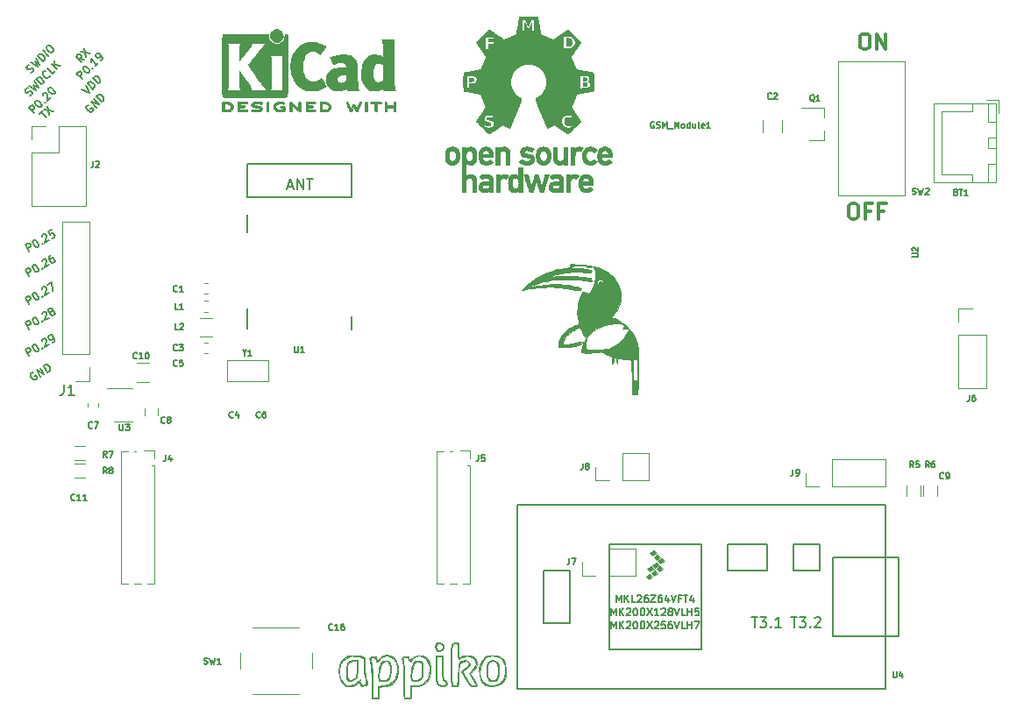
<source format=gto>
G04 #@! TF.GenerationSoftware,KiCad,Pcbnew,5.1.5-52549c5~84~ubuntu18.04.1*
G04 #@! TF.CreationDate,2020-03-19T13:28:06+05:30*
G04 #@! TF.ProjectId,senseRx_rev1,73656e73-6552-4785-9f72-6576312e6b69,rev?*
G04 #@! TF.SameCoordinates,Original*
G04 #@! TF.FileFunction,Legend,Top*
G04 #@! TF.FilePolarity,Positive*
%FSLAX46Y46*%
G04 Gerber Fmt 4.6, Leading zero omitted, Abs format (unit mm)*
G04 Created by KiCad (PCBNEW 5.1.5-52549c5~84~ubuntu18.04.1) date 2020-03-19 13:28:06*
%MOMM*%
%LPD*%
G04 APERTURE LIST*
%ADD10C,0.150000*%
%ADD11C,0.300000*%
%ADD12C,0.010000*%
%ADD13C,0.120000*%
%ADD14C,0.100000*%
G04 APERTURE END LIST*
D10*
X98017628Y-134060954D02*
X97937912Y-134065739D01*
X97845123Y-134119310D01*
X97770192Y-134203811D01*
X97744047Y-134301385D01*
X97748832Y-134381101D01*
X97789331Y-134522676D01*
X97842903Y-134615464D01*
X97945261Y-134721325D01*
X98011904Y-134765327D01*
X98109478Y-134791471D01*
X98220123Y-134768830D01*
X98281982Y-134733115D01*
X98356914Y-134648614D01*
X98369986Y-134599828D01*
X98244986Y-134383321D01*
X98121268Y-134454750D01*
X98684065Y-134500972D02*
X98309065Y-133851453D01*
X99055219Y-134286687D01*
X98680219Y-133637168D01*
X99364514Y-134108115D02*
X98989514Y-133458596D01*
X99144161Y-133369310D01*
X99254807Y-133346669D01*
X99352380Y-133372813D01*
X99419024Y-133416815D01*
X99521382Y-133522676D01*
X99574953Y-133615464D01*
X99615453Y-133757039D01*
X99620237Y-133836755D01*
X99594093Y-133934329D01*
X99519161Y-134018830D01*
X99364514Y-134108115D01*
D11*
X178171428Y-101378571D02*
X178457142Y-101378571D01*
X178600000Y-101450000D01*
X178742857Y-101592857D01*
X178814285Y-101878571D01*
X178814285Y-102378571D01*
X178742857Y-102664285D01*
X178600000Y-102807142D01*
X178457142Y-102878571D01*
X178171428Y-102878571D01*
X178028571Y-102807142D01*
X177885714Y-102664285D01*
X177814285Y-102378571D01*
X177814285Y-101878571D01*
X177885714Y-101592857D01*
X178028571Y-101450000D01*
X178171428Y-101378571D01*
X179457142Y-102878571D02*
X179457142Y-101378571D01*
X180314285Y-102878571D01*
X180314285Y-101378571D01*
X177071428Y-117778571D02*
X177357142Y-117778571D01*
X177500000Y-117850000D01*
X177642857Y-117992857D01*
X177714285Y-118278571D01*
X177714285Y-118778571D01*
X177642857Y-119064285D01*
X177500000Y-119207142D01*
X177357142Y-119278571D01*
X177071428Y-119278571D01*
X176928571Y-119207142D01*
X176785714Y-119064285D01*
X176714285Y-118778571D01*
X176714285Y-118278571D01*
X176785714Y-117992857D01*
X176928571Y-117850000D01*
X177071428Y-117778571D01*
X178857142Y-118492857D02*
X178357142Y-118492857D01*
X178357142Y-119278571D02*
X178357142Y-117778571D01*
X179071428Y-117778571D01*
X180142857Y-118492857D02*
X179642857Y-118492857D01*
X179642857Y-119278571D02*
X179642857Y-117778571D01*
X180357142Y-117778571D01*
D10*
X98117131Y-109062690D02*
X97586801Y-108532360D01*
X97788832Y-108330330D01*
X97864593Y-108305076D01*
X97915101Y-108305076D01*
X97990862Y-108330330D01*
X98066624Y-108406091D01*
X98091877Y-108481852D01*
X98091877Y-108532360D01*
X98066624Y-108608122D01*
X97864593Y-108810152D01*
X98218147Y-107901015D02*
X98268654Y-107850507D01*
X98344416Y-107825253D01*
X98394923Y-107825253D01*
X98470685Y-107850507D01*
X98596954Y-107926269D01*
X98723223Y-108052538D01*
X98798984Y-108178807D01*
X98824238Y-108254568D01*
X98824238Y-108305076D01*
X98798984Y-108380837D01*
X98748477Y-108431345D01*
X98672715Y-108456599D01*
X98622208Y-108456599D01*
X98546446Y-108431345D01*
X98420177Y-108355583D01*
X98293908Y-108229314D01*
X98218147Y-108103045D01*
X98192893Y-108027284D01*
X98192893Y-107976776D01*
X98218147Y-107901015D01*
X99102030Y-107976776D02*
X99152538Y-107976776D01*
X99152538Y-108027284D01*
X99102030Y-108027284D01*
X99102030Y-107976776D01*
X99152538Y-108027284D01*
X98900000Y-107320177D02*
X98900000Y-107269669D01*
X98925253Y-107193908D01*
X99051522Y-107067639D01*
X99127284Y-107042385D01*
X99177791Y-107042385D01*
X99253553Y-107067639D01*
X99304061Y-107118147D01*
X99354568Y-107219162D01*
X99354568Y-107825253D01*
X99682868Y-107496954D01*
X99480837Y-106638324D02*
X99531345Y-106587816D01*
X99607106Y-106562563D01*
X99657614Y-106562563D01*
X99733375Y-106587816D01*
X99859644Y-106663578D01*
X99985913Y-106789847D01*
X100061675Y-106916116D01*
X100086929Y-106991877D01*
X100086929Y-107042385D01*
X100061675Y-107118147D01*
X100011167Y-107168654D01*
X99935406Y-107193908D01*
X99884898Y-107193908D01*
X99809137Y-107168654D01*
X99682868Y-107092893D01*
X99556599Y-106966624D01*
X99480837Y-106840355D01*
X99455583Y-106764593D01*
X99455583Y-106714086D01*
X99480837Y-106638324D01*
X102717131Y-105762690D02*
X102186801Y-105232360D01*
X102388832Y-105030330D01*
X102464593Y-105005076D01*
X102515101Y-105005076D01*
X102590862Y-105030330D01*
X102666624Y-105106091D01*
X102691877Y-105181852D01*
X102691877Y-105232360D01*
X102666624Y-105308122D01*
X102464593Y-105510152D01*
X102818147Y-104601015D02*
X102868654Y-104550507D01*
X102944416Y-104525253D01*
X102994923Y-104525253D01*
X103070685Y-104550507D01*
X103196954Y-104626269D01*
X103323223Y-104752538D01*
X103398984Y-104878807D01*
X103424238Y-104954568D01*
X103424238Y-105005076D01*
X103398984Y-105080837D01*
X103348477Y-105131345D01*
X103272715Y-105156599D01*
X103222208Y-105156599D01*
X103146446Y-105131345D01*
X103020177Y-105055583D01*
X102893908Y-104929314D01*
X102818147Y-104803045D01*
X102792893Y-104727284D01*
X102792893Y-104676776D01*
X102818147Y-104601015D01*
X103702030Y-104676776D02*
X103752538Y-104676776D01*
X103752538Y-104727284D01*
X103702030Y-104727284D01*
X103702030Y-104676776D01*
X103752538Y-104727284D01*
X104282868Y-104196954D02*
X103979822Y-104500000D01*
X104131345Y-104348477D02*
X103601015Y-103818147D01*
X103626269Y-103944416D01*
X103626269Y-104045431D01*
X103601015Y-104121192D01*
X104535406Y-103944416D02*
X104636421Y-103843400D01*
X104661675Y-103767639D01*
X104661675Y-103717131D01*
X104636421Y-103590862D01*
X104560660Y-103464593D01*
X104358629Y-103262563D01*
X104282868Y-103237309D01*
X104232360Y-103237309D01*
X104156599Y-103262563D01*
X104055583Y-103363578D01*
X104030330Y-103439339D01*
X104030330Y-103489847D01*
X104055583Y-103565608D01*
X104181852Y-103691877D01*
X104257614Y-103717131D01*
X104308122Y-103717131D01*
X104383883Y-103691877D01*
X104484898Y-103590862D01*
X104510152Y-103515101D01*
X104510152Y-103464593D01*
X104484898Y-103388832D01*
X102951522Y-103828299D02*
X102522208Y-103752538D01*
X102648477Y-104131345D02*
X102118147Y-103601015D01*
X102320177Y-103398984D01*
X102395938Y-103373730D01*
X102446446Y-103373730D01*
X102522208Y-103398984D01*
X102597969Y-103474746D01*
X102623223Y-103550507D01*
X102623223Y-103601015D01*
X102597969Y-103676776D01*
X102395938Y-103878807D01*
X102597969Y-103121192D02*
X103481852Y-103297969D01*
X102951522Y-102767639D02*
X103128299Y-103651522D01*
X102702474Y-106716687D02*
X103409581Y-107070241D01*
X103056027Y-106363134D01*
X103763134Y-106716687D02*
X103232804Y-106186357D01*
X103359073Y-106060088D01*
X103460088Y-106009581D01*
X103561104Y-106009581D01*
X103636865Y-106034834D01*
X103763134Y-106110596D01*
X103838895Y-106186357D01*
X103914657Y-106312626D01*
X103939911Y-106388388D01*
X103939911Y-106489403D01*
X103889403Y-106590418D01*
X103763134Y-106716687D01*
X104293464Y-106186357D02*
X103763134Y-105656027D01*
X103889403Y-105529758D01*
X103990418Y-105479251D01*
X104091434Y-105479251D01*
X104167195Y-105504504D01*
X104293464Y-105580266D01*
X104369226Y-105656027D01*
X104444987Y-105782296D01*
X104470241Y-105858058D01*
X104470241Y-105959073D01*
X104419733Y-106060088D01*
X104293464Y-106186357D01*
X103330773Y-108238895D02*
X103255012Y-108264149D01*
X103179251Y-108339911D01*
X103128743Y-108440926D01*
X103128743Y-108541941D01*
X103153997Y-108617703D01*
X103229758Y-108743972D01*
X103305520Y-108819733D01*
X103431789Y-108895495D01*
X103507550Y-108920748D01*
X103608565Y-108920748D01*
X103709581Y-108870241D01*
X103760088Y-108819733D01*
X103810596Y-108718718D01*
X103810596Y-108668210D01*
X103633819Y-108491434D01*
X103532804Y-108592449D01*
X104088388Y-108491434D02*
X103558058Y-107961104D01*
X104391434Y-108188388D01*
X103861104Y-107658058D01*
X104643972Y-107935850D02*
X104113642Y-107405520D01*
X104239911Y-107279251D01*
X104340926Y-107228743D01*
X104441941Y-107228743D01*
X104517703Y-107253997D01*
X104643972Y-107329758D01*
X104719733Y-107405520D01*
X104795495Y-107531789D01*
X104820748Y-107607550D01*
X104820748Y-107708565D01*
X104770241Y-107809581D01*
X104643972Y-107935850D01*
X98605520Y-109113642D02*
X98908565Y-108810596D01*
X99287373Y-109492449D02*
X98757043Y-108962119D01*
X99034834Y-108684327D02*
X99918718Y-108861104D01*
X99388388Y-108330773D02*
X99565165Y-109214657D01*
X97649936Y-107379378D02*
X97750951Y-107328870D01*
X97877220Y-107202601D01*
X97902474Y-107126840D01*
X97902474Y-107076332D01*
X97877220Y-107000571D01*
X97826712Y-106950063D01*
X97750951Y-106924809D01*
X97700443Y-106924809D01*
X97624682Y-106950063D01*
X97498413Y-107025825D01*
X97422651Y-107051079D01*
X97372144Y-107051079D01*
X97296382Y-107025825D01*
X97245875Y-106975317D01*
X97220621Y-106899556D01*
X97220621Y-106849048D01*
X97245875Y-106773287D01*
X97372144Y-106647018D01*
X97473159Y-106596510D01*
X97624682Y-106394479D02*
X98281281Y-106798540D01*
X98003489Y-106318718D01*
X98483312Y-106596510D01*
X98079251Y-105939911D01*
X98811611Y-106268210D02*
X98281281Y-105737880D01*
X98407550Y-105611611D01*
X98508565Y-105561104D01*
X98609581Y-105561104D01*
X98685342Y-105586357D01*
X98811611Y-105662119D01*
X98887373Y-105737880D01*
X98963134Y-105864149D01*
X98988388Y-105939911D01*
X98988388Y-106040926D01*
X98937880Y-106141941D01*
X98811611Y-106268210D01*
X99594479Y-105384327D02*
X99594479Y-105434834D01*
X99543972Y-105535850D01*
X99493464Y-105586357D01*
X99392449Y-105636865D01*
X99291434Y-105636865D01*
X99215672Y-105611611D01*
X99089403Y-105535850D01*
X99013642Y-105460088D01*
X98937880Y-105333819D01*
X98912626Y-105258058D01*
X98912626Y-105157043D01*
X98963134Y-105056027D01*
X99013642Y-105005520D01*
X99114657Y-104955012D01*
X99165165Y-104955012D01*
X100124809Y-104955012D02*
X99872271Y-105207550D01*
X99341941Y-104677220D01*
X100301586Y-104778235D02*
X99771256Y-104247905D01*
X100604632Y-104475190D02*
X100074302Y-104399428D01*
X100074302Y-103944859D02*
X100074302Y-104550951D01*
X97790862Y-105138452D02*
X97891877Y-105087944D01*
X98018147Y-104961675D01*
X98043400Y-104885913D01*
X98043400Y-104835406D01*
X98018147Y-104759644D01*
X97967639Y-104709137D01*
X97891877Y-104683883D01*
X97841370Y-104683883D01*
X97765608Y-104709137D01*
X97639339Y-104784898D01*
X97563578Y-104810152D01*
X97513070Y-104810152D01*
X97437309Y-104784898D01*
X97386801Y-104734391D01*
X97361547Y-104658629D01*
X97361547Y-104608122D01*
X97386801Y-104532360D01*
X97513070Y-104406091D01*
X97614086Y-104355583D01*
X97765608Y-104153553D02*
X98422208Y-104557614D01*
X98144416Y-104077791D01*
X98624238Y-104355583D01*
X98220177Y-103698984D01*
X98952538Y-104027284D02*
X98422208Y-103496954D01*
X98548477Y-103370685D01*
X98649492Y-103320177D01*
X98750507Y-103320177D01*
X98826269Y-103345431D01*
X98952538Y-103421192D01*
X99028299Y-103496954D01*
X99104061Y-103623223D01*
X99129314Y-103698984D01*
X99129314Y-103800000D01*
X99078807Y-103901015D01*
X98952538Y-104027284D01*
X99482868Y-103496954D02*
X98952538Y-102966624D01*
X99306091Y-102613070D02*
X99407106Y-102512055D01*
X99482868Y-102486801D01*
X99583883Y-102486801D01*
X99710152Y-102562563D01*
X99886929Y-102739339D01*
X99962690Y-102865608D01*
X99962690Y-102966624D01*
X99937436Y-103042385D01*
X99836421Y-103143400D01*
X99760660Y-103168654D01*
X99659644Y-103168654D01*
X99533375Y-103092893D01*
X99356599Y-102916116D01*
X99280837Y-102789847D01*
X99280837Y-102688832D01*
X99306091Y-102613070D01*
X97616998Y-132517044D02*
X97241998Y-131867525D01*
X97489434Y-131724668D01*
X97569150Y-131719883D01*
X97617937Y-131732955D01*
X97684581Y-131776957D01*
X97738152Y-131869745D01*
X97742937Y-131949462D01*
X97729865Y-131998248D01*
X97685863Y-132064892D01*
X97438427Y-132207749D01*
X98015235Y-131421096D02*
X98077094Y-131385382D01*
X98156810Y-131380597D01*
X98205597Y-131393669D01*
X98272241Y-131437671D01*
X98374599Y-131543532D01*
X98463885Y-131698179D01*
X98504384Y-131839754D01*
X98509169Y-131919471D01*
X98496096Y-131968257D01*
X98452094Y-132034901D01*
X98390235Y-132070615D01*
X98310519Y-132075400D01*
X98261733Y-132062328D01*
X98195089Y-132018326D01*
X98092731Y-131912465D01*
X98003445Y-131757818D01*
X97962946Y-131616243D01*
X97958161Y-131536527D01*
X97971234Y-131487740D01*
X98015235Y-131421096D01*
X98849393Y-131723042D02*
X98898179Y-131736114D01*
X98885107Y-131784901D01*
X98836320Y-131771829D01*
X98849393Y-131723042D01*
X98885107Y-131784901D01*
X98824187Y-131036527D02*
X98837259Y-130987740D01*
X98881261Y-130921096D01*
X99035908Y-130831810D01*
X99115624Y-130827026D01*
X99164411Y-130840098D01*
X99231055Y-130884100D01*
X99266769Y-130945959D01*
X99289411Y-131056604D01*
X99132543Y-131642044D01*
X99534626Y-131409901D01*
X99843921Y-131231330D02*
X99967639Y-131159901D01*
X100011641Y-131093257D01*
X100024713Y-131044471D01*
X100033001Y-130915968D01*
X99992501Y-130774393D01*
X99849644Y-130526957D01*
X99783001Y-130482955D01*
X99734214Y-130469883D01*
X99654498Y-130474668D01*
X99530780Y-130546096D01*
X99486778Y-130612740D01*
X99473706Y-130661527D01*
X99478491Y-130741243D01*
X99567776Y-130895890D01*
X99634420Y-130939892D01*
X99683207Y-130952964D01*
X99762923Y-130948179D01*
X99886641Y-130876751D01*
X99930642Y-130810107D01*
X99943715Y-130761320D01*
X99938930Y-130681604D01*
X97616998Y-129917044D02*
X97241998Y-129267525D01*
X97489434Y-129124668D01*
X97569150Y-129119883D01*
X97617937Y-129132955D01*
X97684581Y-129176957D01*
X97738152Y-129269745D01*
X97742937Y-129349462D01*
X97729865Y-129398248D01*
X97685863Y-129464892D01*
X97438427Y-129607749D01*
X98015235Y-128821096D02*
X98077094Y-128785382D01*
X98156810Y-128780597D01*
X98205597Y-128793669D01*
X98272241Y-128837671D01*
X98374599Y-128943532D01*
X98463885Y-129098179D01*
X98504384Y-129239754D01*
X98509169Y-129319471D01*
X98496096Y-129368257D01*
X98452094Y-129434901D01*
X98390235Y-129470615D01*
X98310519Y-129475400D01*
X98261733Y-129462328D01*
X98195089Y-129418326D01*
X98092731Y-129312465D01*
X98003445Y-129157818D01*
X97962946Y-129016243D01*
X97958161Y-128936527D01*
X97971234Y-128887740D01*
X98015235Y-128821096D01*
X98849393Y-129123042D02*
X98898179Y-129136114D01*
X98885107Y-129184901D01*
X98836320Y-129171829D01*
X98849393Y-129123042D01*
X98885107Y-129184901D01*
X98824187Y-128436527D02*
X98837259Y-128387740D01*
X98881261Y-128321096D01*
X99035908Y-128231810D01*
X99115624Y-128227026D01*
X99164411Y-128240098D01*
X99231055Y-128284100D01*
X99266769Y-128345959D01*
X99289411Y-128456604D01*
X99132543Y-129042044D01*
X99534626Y-128809901D01*
X99691494Y-128224462D02*
X99611778Y-128229246D01*
X99562991Y-128216174D01*
X99496348Y-128172172D01*
X99478491Y-128141243D01*
X99473706Y-128061527D01*
X99486778Y-128012740D01*
X99530780Y-127946096D01*
X99654498Y-127874668D01*
X99734214Y-127869883D01*
X99783001Y-127882955D01*
X99849644Y-127926957D01*
X99867501Y-127957886D01*
X99872286Y-128037603D01*
X99859214Y-128086389D01*
X99815212Y-128153033D01*
X99691494Y-128224462D01*
X99647492Y-128291105D01*
X99634420Y-128339892D01*
X99639205Y-128419608D01*
X99710633Y-128543326D01*
X99777277Y-128587328D01*
X99826064Y-128600400D01*
X99905780Y-128595615D01*
X100029498Y-128524187D01*
X100073500Y-128457543D01*
X100086572Y-128408756D01*
X100081787Y-128329040D01*
X100010359Y-128205322D01*
X99943715Y-128161320D01*
X99894928Y-128148248D01*
X99815212Y-128153033D01*
X97616998Y-127517044D02*
X97241998Y-126867525D01*
X97489434Y-126724668D01*
X97569150Y-126719883D01*
X97617937Y-126732955D01*
X97684581Y-126776957D01*
X97738152Y-126869745D01*
X97742937Y-126949462D01*
X97729865Y-126998248D01*
X97685863Y-127064892D01*
X97438427Y-127207749D01*
X98015235Y-126421096D02*
X98077094Y-126385382D01*
X98156810Y-126380597D01*
X98205597Y-126393669D01*
X98272241Y-126437671D01*
X98374599Y-126543532D01*
X98463885Y-126698179D01*
X98504384Y-126839754D01*
X98509169Y-126919471D01*
X98496096Y-126968257D01*
X98452094Y-127034901D01*
X98390235Y-127070615D01*
X98310519Y-127075400D01*
X98261733Y-127062328D01*
X98195089Y-127018326D01*
X98092731Y-126912465D01*
X98003445Y-126757818D01*
X97962946Y-126616243D01*
X97958161Y-126536527D01*
X97971234Y-126487740D01*
X98015235Y-126421096D01*
X98849393Y-126723042D02*
X98898179Y-126736114D01*
X98885107Y-126784901D01*
X98836320Y-126771829D01*
X98849393Y-126723042D01*
X98885107Y-126784901D01*
X98824187Y-126036527D02*
X98837259Y-125987740D01*
X98881261Y-125921096D01*
X99035908Y-125831810D01*
X99115624Y-125827026D01*
X99164411Y-125840098D01*
X99231055Y-125884100D01*
X99266769Y-125945959D01*
X99289411Y-126056604D01*
X99132543Y-126642044D01*
X99534626Y-126409901D01*
X99376133Y-125635382D02*
X99809145Y-125385382D01*
X99905780Y-126195615D01*
X97616998Y-124817044D02*
X97241998Y-124167525D01*
X97489434Y-124024668D01*
X97569150Y-124019883D01*
X97617937Y-124032955D01*
X97684581Y-124076957D01*
X97738152Y-124169745D01*
X97742937Y-124249462D01*
X97729865Y-124298248D01*
X97685863Y-124364892D01*
X97438427Y-124507749D01*
X98015235Y-123721096D02*
X98077094Y-123685382D01*
X98156810Y-123680597D01*
X98205597Y-123693669D01*
X98272241Y-123737671D01*
X98374599Y-123843532D01*
X98463885Y-123998179D01*
X98504384Y-124139754D01*
X98509169Y-124219471D01*
X98496096Y-124268257D01*
X98452094Y-124334901D01*
X98390235Y-124370615D01*
X98310519Y-124375400D01*
X98261733Y-124362328D01*
X98195089Y-124318326D01*
X98092731Y-124212465D01*
X98003445Y-124057818D01*
X97962946Y-123916243D01*
X97958161Y-123836527D01*
X97971234Y-123787740D01*
X98015235Y-123721096D01*
X98849393Y-124023042D02*
X98898179Y-124036114D01*
X98885107Y-124084901D01*
X98836320Y-124071829D01*
X98849393Y-124023042D01*
X98885107Y-124084901D01*
X98824187Y-123336527D02*
X98837259Y-123287740D01*
X98881261Y-123221096D01*
X99035908Y-123131810D01*
X99115624Y-123127026D01*
X99164411Y-123140098D01*
X99231055Y-123184100D01*
X99266769Y-123245959D01*
X99289411Y-123356604D01*
X99132543Y-123942044D01*
X99534626Y-123709901D01*
X99716357Y-122738953D02*
X99592639Y-122810382D01*
X99548637Y-122877026D01*
X99535565Y-122925812D01*
X99527277Y-123054315D01*
X99567776Y-123195890D01*
X99710633Y-123443326D01*
X99777277Y-123487328D01*
X99826064Y-123500400D01*
X99905780Y-123495615D01*
X100029498Y-123424187D01*
X100073500Y-123357543D01*
X100086572Y-123308756D01*
X100081787Y-123229040D01*
X99992501Y-123074393D01*
X99925858Y-123030391D01*
X99877071Y-123017319D01*
X99797355Y-123022103D01*
X99673637Y-123093532D01*
X99629635Y-123160176D01*
X99616563Y-123208962D01*
X99621348Y-123288679D01*
X97616998Y-122417044D02*
X97241998Y-121767525D01*
X97489434Y-121624668D01*
X97569150Y-121619883D01*
X97617937Y-121632955D01*
X97684581Y-121676957D01*
X97738152Y-121769745D01*
X97742937Y-121849462D01*
X97729865Y-121898248D01*
X97685863Y-121964892D01*
X97438427Y-122107749D01*
X98015235Y-121321096D02*
X98077094Y-121285382D01*
X98156810Y-121280597D01*
X98205597Y-121293669D01*
X98272241Y-121337671D01*
X98374599Y-121443532D01*
X98463885Y-121598179D01*
X98504384Y-121739754D01*
X98509169Y-121819471D01*
X98496096Y-121868257D01*
X98452094Y-121934901D01*
X98390235Y-121970615D01*
X98310519Y-121975400D01*
X98261733Y-121962328D01*
X98195089Y-121918326D01*
X98092731Y-121812465D01*
X98003445Y-121657818D01*
X97962946Y-121516243D01*
X97958161Y-121436527D01*
X97971234Y-121387740D01*
X98015235Y-121321096D01*
X98849393Y-121623042D02*
X98898179Y-121636114D01*
X98885107Y-121684901D01*
X98836320Y-121671829D01*
X98849393Y-121623042D01*
X98885107Y-121684901D01*
X98824187Y-120936527D02*
X98837259Y-120887740D01*
X98881261Y-120821096D01*
X99035908Y-120731810D01*
X99115624Y-120727026D01*
X99164411Y-120740098D01*
X99231055Y-120784100D01*
X99266769Y-120845959D01*
X99289411Y-120956604D01*
X99132543Y-121542044D01*
X99534626Y-121309901D01*
X99747286Y-120321096D02*
X99437991Y-120499668D01*
X99585633Y-120826820D01*
X99598706Y-120778033D01*
X99642708Y-120711389D01*
X99797355Y-120622103D01*
X99877071Y-120617319D01*
X99925858Y-120630391D01*
X99992501Y-120674393D01*
X100081787Y-120829040D01*
X100086572Y-120908756D01*
X100073500Y-120957543D01*
X100029498Y-121024187D01*
X99874850Y-121113472D01*
X99795134Y-121118257D01*
X99746348Y-121105185D01*
D12*
G36*
X121573760Y-100941293D02*
G01*
X121701937Y-100973562D01*
X121817211Y-101030587D01*
X121916811Y-101110172D01*
X121997965Y-101210125D01*
X122057902Y-101328251D01*
X122092866Y-101456475D01*
X122100656Y-101585969D01*
X122080880Y-101710929D01*
X122036012Y-101827899D01*
X121968528Y-101933422D01*
X121880902Y-102024042D01*
X121775607Y-102096303D01*
X121655118Y-102146748D01*
X121586865Y-102163288D01*
X121527622Y-102173302D01*
X121481954Y-102177259D01*
X121438072Y-102174830D01*
X121384186Y-102165684D01*
X121340123Y-102156398D01*
X121215752Y-102114447D01*
X121104353Y-102046383D01*
X121008435Y-101954269D01*
X120930504Y-101840170D01*
X120911933Y-101803905D01*
X120890049Y-101755487D01*
X120876325Y-101714828D01*
X120868915Y-101672049D01*
X120865973Y-101617272D01*
X120865603Y-101555917D01*
X120871043Y-101443606D01*
X120888904Y-101351371D01*
X120922441Y-101270658D01*
X120974910Y-101192914D01*
X121026231Y-101133982D01*
X121121946Y-101046355D01*
X121221922Y-100985868D01*
X121332093Y-100949653D01*
X121435451Y-100935973D01*
X121573760Y-100941293D01*
G37*
X121573760Y-100941293D02*
X121701937Y-100973562D01*
X121817211Y-101030587D01*
X121916811Y-101110172D01*
X121997965Y-101210125D01*
X122057902Y-101328251D01*
X122092866Y-101456475D01*
X122100656Y-101585969D01*
X122080880Y-101710929D01*
X122036012Y-101827899D01*
X121968528Y-101933422D01*
X121880902Y-102024042D01*
X121775607Y-102096303D01*
X121655118Y-102146748D01*
X121586865Y-102163288D01*
X121527622Y-102173302D01*
X121481954Y-102177259D01*
X121438072Y-102174830D01*
X121384186Y-102165684D01*
X121340123Y-102156398D01*
X121215752Y-102114447D01*
X121104353Y-102046383D01*
X121008435Y-101954269D01*
X120930504Y-101840170D01*
X120911933Y-101803905D01*
X120890049Y-101755487D01*
X120876325Y-101714828D01*
X120868915Y-101672049D01*
X120865973Y-101617272D01*
X120865603Y-101555917D01*
X120871043Y-101443606D01*
X120888904Y-101351371D01*
X120922441Y-101270658D01*
X120974910Y-101192914D01*
X121026231Y-101133982D01*
X121121946Y-101046355D01*
X121221922Y-100985868D01*
X121332093Y-100949653D01*
X121435451Y-100935973D01*
X121573760Y-100941293D01*
G36*
X132836474Y-104197367D02*
G01*
X132836500Y-104509461D01*
X132836535Y-104792962D01*
X132836631Y-105049336D01*
X132836841Y-105280048D01*
X132837216Y-105486565D01*
X132837809Y-105670351D01*
X132838670Y-105832874D01*
X132839853Y-105975598D01*
X132841408Y-106099990D01*
X132843389Y-106207515D01*
X132845846Y-106299640D01*
X132848833Y-106377830D01*
X132852400Y-106443551D01*
X132856599Y-106498269D01*
X132861484Y-106543449D01*
X132867104Y-106580558D01*
X132873513Y-106611062D01*
X132880763Y-106636426D01*
X132888905Y-106658115D01*
X132897990Y-106677597D01*
X132908073Y-106696337D01*
X132919203Y-106715800D01*
X132926117Y-106727924D01*
X132971736Y-106808757D01*
X131829231Y-106808757D01*
X131829231Y-106681006D01*
X131828257Y-106623273D01*
X131825658Y-106579119D01*
X131821918Y-106555446D01*
X131820265Y-106553254D01*
X131805058Y-106562419D01*
X131774817Y-106586175D01*
X131744595Y-106611969D01*
X131671924Y-106666201D01*
X131579423Y-106720792D01*
X131476839Y-106770725D01*
X131373919Y-106810987D01*
X131332843Y-106823833D01*
X131241649Y-106843225D01*
X131131343Y-106856487D01*
X131012329Y-106863202D01*
X130895005Y-106862953D01*
X130789773Y-106855324D01*
X130739586Y-106847592D01*
X130555730Y-106796918D01*
X130386245Y-106720067D01*
X130232046Y-106617737D01*
X130094044Y-106490628D01*
X129973151Y-106339440D01*
X129884214Y-106191927D01*
X129811165Y-106036483D01*
X129755248Y-105877586D01*
X129715311Y-105709843D01*
X129690207Y-105527861D01*
X129678786Y-105326245D01*
X129677819Y-105223136D01*
X129680607Y-105147545D01*
X130784460Y-105147545D01*
X130784737Y-105271452D01*
X130788615Y-105388199D01*
X130796154Y-105490820D01*
X130807411Y-105572349D01*
X130810851Y-105588779D01*
X130853189Y-105731612D01*
X130908652Y-105847473D01*
X130977703Y-105936654D01*
X131060804Y-105999444D01*
X131158418Y-106036137D01*
X131271010Y-106047021D01*
X131399041Y-106032390D01*
X131483551Y-106011458D01*
X131548978Y-105987241D01*
X131621043Y-105952828D01*
X131675178Y-105921272D01*
X131769113Y-105859540D01*
X131769113Y-104328220D01*
X131679369Y-104270216D01*
X131574823Y-104215733D01*
X131462742Y-104180251D01*
X131349411Y-104164376D01*
X131241117Y-104168712D01*
X131144145Y-104193865D01*
X131101603Y-104214593D01*
X131024485Y-104271838D01*
X130959305Y-104347422D01*
X130904513Y-104444108D01*
X130858561Y-104564658D01*
X130819897Y-104711833D01*
X130818191Y-104719645D01*
X130804650Y-104802527D01*
X130794476Y-104906116D01*
X130787726Y-105023444D01*
X130784460Y-105147545D01*
X129680607Y-105147545D01*
X129688272Y-104939801D01*
X129717488Y-104679073D01*
X129765396Y-104441123D01*
X129831928Y-104226124D01*
X129917015Y-104034250D01*
X130020587Y-103865674D01*
X130142575Y-103720568D01*
X130282911Y-103599105D01*
X130343041Y-103557898D01*
X130477441Y-103483145D01*
X130614957Y-103430409D01*
X130761524Y-103398243D01*
X130923073Y-103385203D01*
X131046231Y-103386595D01*
X131218848Y-103401195D01*
X131368751Y-103430239D01*
X131500278Y-103475063D01*
X131617765Y-103537000D01*
X131682823Y-103582549D01*
X131721920Y-103611725D01*
X131750798Y-103631656D01*
X131761728Y-103637515D01*
X131763878Y-103623097D01*
X131765596Y-103582287D01*
X131766900Y-103518747D01*
X131767805Y-103436140D01*
X131768328Y-103338130D01*
X131768487Y-103228379D01*
X131768298Y-103110551D01*
X131767778Y-102988307D01*
X131766944Y-102865313D01*
X131765812Y-102745230D01*
X131764399Y-102631721D01*
X131762723Y-102528450D01*
X131760800Y-102439080D01*
X131758646Y-102367273D01*
X131756280Y-102316693D01*
X131755625Y-102307396D01*
X131745537Y-102213647D01*
X131730145Y-102140224D01*
X131706528Y-102077489D01*
X131671767Y-102015802D01*
X131663423Y-102003047D01*
X131630895Y-101954201D01*
X132836213Y-101954201D01*
X132836474Y-104197367D01*
G37*
X132836474Y-104197367D02*
X132836500Y-104509461D01*
X132836535Y-104792962D01*
X132836631Y-105049336D01*
X132836841Y-105280048D01*
X132837216Y-105486565D01*
X132837809Y-105670351D01*
X132838670Y-105832874D01*
X132839853Y-105975598D01*
X132841408Y-106099990D01*
X132843389Y-106207515D01*
X132845846Y-106299640D01*
X132848833Y-106377830D01*
X132852400Y-106443551D01*
X132856599Y-106498269D01*
X132861484Y-106543449D01*
X132867104Y-106580558D01*
X132873513Y-106611062D01*
X132880763Y-106636426D01*
X132888905Y-106658115D01*
X132897990Y-106677597D01*
X132908073Y-106696337D01*
X132919203Y-106715800D01*
X132926117Y-106727924D01*
X132971736Y-106808757D01*
X131829231Y-106808757D01*
X131829231Y-106681006D01*
X131828257Y-106623273D01*
X131825658Y-106579119D01*
X131821918Y-106555446D01*
X131820265Y-106553254D01*
X131805058Y-106562419D01*
X131774817Y-106586175D01*
X131744595Y-106611969D01*
X131671924Y-106666201D01*
X131579423Y-106720792D01*
X131476839Y-106770725D01*
X131373919Y-106810987D01*
X131332843Y-106823833D01*
X131241649Y-106843225D01*
X131131343Y-106856487D01*
X131012329Y-106863202D01*
X130895005Y-106862953D01*
X130789773Y-106855324D01*
X130739586Y-106847592D01*
X130555730Y-106796918D01*
X130386245Y-106720067D01*
X130232046Y-106617737D01*
X130094044Y-106490628D01*
X129973151Y-106339440D01*
X129884214Y-106191927D01*
X129811165Y-106036483D01*
X129755248Y-105877586D01*
X129715311Y-105709843D01*
X129690207Y-105527861D01*
X129678786Y-105326245D01*
X129677819Y-105223136D01*
X129680607Y-105147545D01*
X130784460Y-105147545D01*
X130784737Y-105271452D01*
X130788615Y-105388199D01*
X130796154Y-105490820D01*
X130807411Y-105572349D01*
X130810851Y-105588779D01*
X130853189Y-105731612D01*
X130908652Y-105847473D01*
X130977703Y-105936654D01*
X131060804Y-105999444D01*
X131158418Y-106036137D01*
X131271010Y-106047021D01*
X131399041Y-106032390D01*
X131483551Y-106011458D01*
X131548978Y-105987241D01*
X131621043Y-105952828D01*
X131675178Y-105921272D01*
X131769113Y-105859540D01*
X131769113Y-104328220D01*
X131679369Y-104270216D01*
X131574823Y-104215733D01*
X131462742Y-104180251D01*
X131349411Y-104164376D01*
X131241117Y-104168712D01*
X131144145Y-104193865D01*
X131101603Y-104214593D01*
X131024485Y-104271838D01*
X130959305Y-104347422D01*
X130904513Y-104444108D01*
X130858561Y-104564658D01*
X130819897Y-104711833D01*
X130818191Y-104719645D01*
X130804650Y-104802527D01*
X130794476Y-104906116D01*
X130787726Y-105023444D01*
X130784460Y-105147545D01*
X129680607Y-105147545D01*
X129688272Y-104939801D01*
X129717488Y-104679073D01*
X129765396Y-104441123D01*
X129831928Y-104226124D01*
X129917015Y-104034250D01*
X130020587Y-103865674D01*
X130142575Y-103720568D01*
X130282911Y-103599105D01*
X130343041Y-103557898D01*
X130477441Y-103483145D01*
X130614957Y-103430409D01*
X130761524Y-103398243D01*
X130923073Y-103385203D01*
X131046231Y-103386595D01*
X131218848Y-103401195D01*
X131368751Y-103430239D01*
X131500278Y-103475063D01*
X131617765Y-103537000D01*
X131682823Y-103582549D01*
X131721920Y-103611725D01*
X131750798Y-103631656D01*
X131761728Y-103637515D01*
X131763878Y-103623097D01*
X131765596Y-103582287D01*
X131766900Y-103518747D01*
X131767805Y-103436140D01*
X131768328Y-103338130D01*
X131768487Y-103228379D01*
X131768298Y-103110551D01*
X131767778Y-102988307D01*
X131766944Y-102865313D01*
X131765812Y-102745230D01*
X131764399Y-102631721D01*
X131762723Y-102528450D01*
X131760800Y-102439080D01*
X131758646Y-102367273D01*
X131756280Y-102316693D01*
X131755625Y-102307396D01*
X131745537Y-102213647D01*
X131730145Y-102140224D01*
X131706528Y-102077489D01*
X131671767Y-102015802D01*
X131663423Y-102003047D01*
X131630895Y-101954201D01*
X132836213Y-101954201D01*
X132836474Y-104197367D01*
G36*
X128159492Y-103390971D02*
G01*
X128361750Y-103417618D01*
X128541836Y-103462398D01*
X128700911Y-103525669D01*
X128840138Y-103607787D01*
X128943465Y-103692409D01*
X129035116Y-103791108D01*
X129106666Y-103897313D01*
X129163786Y-104020092D01*
X129184388Y-104077433D01*
X129201508Y-104129331D01*
X129216422Y-104177455D01*
X129229302Y-104224246D01*
X129240320Y-104272144D01*
X129249650Y-104323587D01*
X129257463Y-104381016D01*
X129263932Y-104446870D01*
X129269230Y-104523589D01*
X129273530Y-104613612D01*
X129277003Y-104719380D01*
X129279823Y-104843331D01*
X129282162Y-104987906D01*
X129284193Y-105155544D01*
X129286088Y-105348685D01*
X129287755Y-105538757D01*
X129289521Y-105746703D01*
X129291126Y-105926797D01*
X129292737Y-106081244D01*
X129294520Y-106212249D01*
X129296643Y-106322017D01*
X129299272Y-106412753D01*
X129302576Y-106486662D01*
X129306719Y-106545950D01*
X129311870Y-106592822D01*
X129318196Y-106629483D01*
X129325863Y-106658137D01*
X129335038Y-106680990D01*
X129345888Y-106700248D01*
X129358581Y-106718115D01*
X129373283Y-106736796D01*
X129379009Y-106744029D01*
X129400070Y-106774436D01*
X129409438Y-106795142D01*
X129409468Y-106795754D01*
X129394986Y-106798682D01*
X129353733Y-106801378D01*
X129288997Y-106803769D01*
X129204064Y-106805778D01*
X129102223Y-106807329D01*
X128986760Y-106808346D01*
X128860964Y-106808753D01*
X128846443Y-106808757D01*
X128283419Y-106808757D01*
X128279076Y-106680858D01*
X128274734Y-106552958D01*
X128192071Y-106620841D01*
X128062490Y-106710726D01*
X127916172Y-106783541D01*
X127801056Y-106823787D01*
X127709098Y-106843342D01*
X127598126Y-106856647D01*
X127478615Y-106863285D01*
X127361037Y-106862843D01*
X127255867Y-106854905D01*
X127207633Y-106847298D01*
X127021218Y-106796890D01*
X126852900Y-106723874D01*
X126703896Y-106629337D01*
X126575424Y-106514365D01*
X126468699Y-106380046D01*
X126384940Y-106227467D01*
X126325860Y-106059594D01*
X126309438Y-105984261D01*
X126299307Y-105901451D01*
X126294476Y-105801815D01*
X126293817Y-105756686D01*
X126293904Y-105752446D01*
X127305656Y-105752446D01*
X127318029Y-105852367D01*
X127355556Y-105937343D01*
X127420085Y-106011417D01*
X127426818Y-106017292D01*
X127491115Y-106063659D01*
X127559958Y-106093724D01*
X127640814Y-106109595D01*
X127741149Y-106113380D01*
X127765257Y-106112840D01*
X127836909Y-106109309D01*
X127890203Y-106102098D01*
X127936823Y-106088566D01*
X127988452Y-106066072D01*
X128002620Y-106059178D01*
X128083368Y-106011478D01*
X128145701Y-105954719D01*
X128162659Y-105934431D01*
X128222130Y-105859194D01*
X128222130Y-105598413D01*
X128221417Y-105493706D01*
X128219167Y-105416552D01*
X128215215Y-105364478D01*
X128209396Y-105335009D01*
X128203958Y-105326400D01*
X128182755Y-105322188D01*
X128137778Y-105318697D01*
X128075305Y-105316256D01*
X128001619Y-105315194D01*
X127989786Y-105315174D01*
X127828990Y-105322169D01*
X127692299Y-105343693D01*
X127577065Y-105380569D01*
X127480641Y-105433620D01*
X127407509Y-105496127D01*
X127348201Y-105573195D01*
X127315285Y-105657135D01*
X127305656Y-105752446D01*
X126293904Y-105752446D01*
X126296391Y-105631864D01*
X126307501Y-105526821D01*
X126329129Y-105431998D01*
X126363261Y-105337837D01*
X126395209Y-105268111D01*
X126473252Y-105141236D01*
X126577227Y-105024042D01*
X126703970Y-104918662D01*
X126850318Y-104827228D01*
X127013106Y-104751874D01*
X127189171Y-104694732D01*
X127275266Y-104674842D01*
X127456574Y-104645413D01*
X127654208Y-104625997D01*
X127855850Y-104617502D01*
X128024346Y-104619675D01*
X128239875Y-104628700D01*
X128229997Y-104550178D01*
X128204311Y-104418170D01*
X128162861Y-104310702D01*
X128104501Y-104226952D01*
X128028083Y-104166095D01*
X127932461Y-104127308D01*
X127816490Y-104109766D01*
X127679021Y-104112647D01*
X127628462Y-104117974D01*
X127440486Y-104151482D01*
X127258338Y-104206113D01*
X127132485Y-104256706D01*
X127072361Y-104282501D01*
X127021194Y-104303231D01*
X126986111Y-104316071D01*
X126975875Y-104318797D01*
X126962902Y-104306710D01*
X126940643Y-104268142D01*
X126908890Y-104202655D01*
X126867432Y-104109816D01*
X126816061Y-103989187D01*
X126807277Y-103968165D01*
X126767261Y-103871885D01*
X126731341Y-103784885D01*
X126701069Y-103710969D01*
X126677996Y-103653941D01*
X126663674Y-103617607D01*
X126659538Y-103605839D01*
X126672850Y-103599509D01*
X126707833Y-103592483D01*
X126745474Y-103587585D01*
X126785623Y-103581252D01*
X126849246Y-103568677D01*
X126930697Y-103551092D01*
X127024336Y-103529730D01*
X127124520Y-103505825D01*
X127162545Y-103496475D01*
X127302419Y-103462408D01*
X127419131Y-103435698D01*
X127518435Y-103415491D01*
X127606085Y-103400934D01*
X127687836Y-103391173D01*
X127769441Y-103385356D01*
X127856656Y-103382630D01*
X127933898Y-103382100D01*
X128159492Y-103390971D01*
G37*
X128159492Y-103390971D02*
X128361750Y-103417618D01*
X128541836Y-103462398D01*
X128700911Y-103525669D01*
X128840138Y-103607787D01*
X128943465Y-103692409D01*
X129035116Y-103791108D01*
X129106666Y-103897313D01*
X129163786Y-104020092D01*
X129184388Y-104077433D01*
X129201508Y-104129331D01*
X129216422Y-104177455D01*
X129229302Y-104224246D01*
X129240320Y-104272144D01*
X129249650Y-104323587D01*
X129257463Y-104381016D01*
X129263932Y-104446870D01*
X129269230Y-104523589D01*
X129273530Y-104613612D01*
X129277003Y-104719380D01*
X129279823Y-104843331D01*
X129282162Y-104987906D01*
X129284193Y-105155544D01*
X129286088Y-105348685D01*
X129287755Y-105538757D01*
X129289521Y-105746703D01*
X129291126Y-105926797D01*
X129292737Y-106081244D01*
X129294520Y-106212249D01*
X129296643Y-106322017D01*
X129299272Y-106412753D01*
X129302576Y-106486662D01*
X129306719Y-106545950D01*
X129311870Y-106592822D01*
X129318196Y-106629483D01*
X129325863Y-106658137D01*
X129335038Y-106680990D01*
X129345888Y-106700248D01*
X129358581Y-106718115D01*
X129373283Y-106736796D01*
X129379009Y-106744029D01*
X129400070Y-106774436D01*
X129409438Y-106795142D01*
X129409468Y-106795754D01*
X129394986Y-106798682D01*
X129353733Y-106801378D01*
X129288997Y-106803769D01*
X129204064Y-106805778D01*
X129102223Y-106807329D01*
X128986760Y-106808346D01*
X128860964Y-106808753D01*
X128846443Y-106808757D01*
X128283419Y-106808757D01*
X128279076Y-106680858D01*
X128274734Y-106552958D01*
X128192071Y-106620841D01*
X128062490Y-106710726D01*
X127916172Y-106783541D01*
X127801056Y-106823787D01*
X127709098Y-106843342D01*
X127598126Y-106856647D01*
X127478615Y-106863285D01*
X127361037Y-106862843D01*
X127255867Y-106854905D01*
X127207633Y-106847298D01*
X127021218Y-106796890D01*
X126852900Y-106723874D01*
X126703896Y-106629337D01*
X126575424Y-106514365D01*
X126468699Y-106380046D01*
X126384940Y-106227467D01*
X126325860Y-106059594D01*
X126309438Y-105984261D01*
X126299307Y-105901451D01*
X126294476Y-105801815D01*
X126293817Y-105756686D01*
X126293904Y-105752446D01*
X127305656Y-105752446D01*
X127318029Y-105852367D01*
X127355556Y-105937343D01*
X127420085Y-106011417D01*
X127426818Y-106017292D01*
X127491115Y-106063659D01*
X127559958Y-106093724D01*
X127640814Y-106109595D01*
X127741149Y-106113380D01*
X127765257Y-106112840D01*
X127836909Y-106109309D01*
X127890203Y-106102098D01*
X127936823Y-106088566D01*
X127988452Y-106066072D01*
X128002620Y-106059178D01*
X128083368Y-106011478D01*
X128145701Y-105954719D01*
X128162659Y-105934431D01*
X128222130Y-105859194D01*
X128222130Y-105598413D01*
X128221417Y-105493706D01*
X128219167Y-105416552D01*
X128215215Y-105364478D01*
X128209396Y-105335009D01*
X128203958Y-105326400D01*
X128182755Y-105322188D01*
X128137778Y-105318697D01*
X128075305Y-105316256D01*
X128001619Y-105315194D01*
X127989786Y-105315174D01*
X127828990Y-105322169D01*
X127692299Y-105343693D01*
X127577065Y-105380569D01*
X127480641Y-105433620D01*
X127407509Y-105496127D01*
X127348201Y-105573195D01*
X127315285Y-105657135D01*
X127305656Y-105752446D01*
X126293904Y-105752446D01*
X126296391Y-105631864D01*
X126307501Y-105526821D01*
X126329129Y-105431998D01*
X126363261Y-105337837D01*
X126395209Y-105268111D01*
X126473252Y-105141236D01*
X126577227Y-105024042D01*
X126703970Y-104918662D01*
X126850318Y-104827228D01*
X127013106Y-104751874D01*
X127189171Y-104694732D01*
X127275266Y-104674842D01*
X127456574Y-104645413D01*
X127654208Y-104625997D01*
X127855850Y-104617502D01*
X128024346Y-104619675D01*
X128239875Y-104628700D01*
X128229997Y-104550178D01*
X128204311Y-104418170D01*
X128162861Y-104310702D01*
X128104501Y-104226952D01*
X128028083Y-104166095D01*
X127932461Y-104127308D01*
X127816490Y-104109766D01*
X127679021Y-104112647D01*
X127628462Y-104117974D01*
X127440486Y-104151482D01*
X127258338Y-104206113D01*
X127132485Y-104256706D01*
X127072361Y-104282501D01*
X127021194Y-104303231D01*
X126986111Y-104316071D01*
X126975875Y-104318797D01*
X126962902Y-104306710D01*
X126940643Y-104268142D01*
X126908890Y-104202655D01*
X126867432Y-104109816D01*
X126816061Y-103989187D01*
X126807277Y-103968165D01*
X126767261Y-103871885D01*
X126731341Y-103784885D01*
X126701069Y-103710969D01*
X126677996Y-103653941D01*
X126663674Y-103617607D01*
X126659538Y-103605839D01*
X126672850Y-103599509D01*
X126707833Y-103592483D01*
X126745474Y-103587585D01*
X126785623Y-103581252D01*
X126849246Y-103568677D01*
X126930697Y-103551092D01*
X127024336Y-103529730D01*
X127124520Y-103505825D01*
X127162545Y-103496475D01*
X127302419Y-103462408D01*
X127419131Y-103435698D01*
X127518435Y-103415491D01*
X127606085Y-103400934D01*
X127687836Y-103391173D01*
X127769441Y-103385356D01*
X127856656Y-103382630D01*
X127933898Y-103382100D01*
X128159492Y-103390971D01*
G36*
X125037258Y-102169473D02*
G01*
X125250464Y-102197663D01*
X125468727Y-102251103D01*
X125694796Y-102330325D01*
X125931418Y-102435856D01*
X125946420Y-102443238D01*
X126023232Y-102480550D01*
X126091860Y-102512605D01*
X126147297Y-102537166D01*
X126184536Y-102551992D01*
X126197278Y-102555384D01*
X126222863Y-102562051D01*
X126229003Y-102567651D01*
X126222208Y-102581541D01*
X126200853Y-102616540D01*
X126167396Y-102668980D01*
X126124294Y-102735194D01*
X126074008Y-102811514D01*
X126018995Y-102894273D01*
X125961714Y-102979801D01*
X125904623Y-103064433D01*
X125850183Y-103144500D01*
X125800850Y-103216334D01*
X125759083Y-103276268D01*
X125727342Y-103320635D01*
X125708085Y-103345765D01*
X125705442Y-103348680D01*
X125691971Y-103342491D01*
X125662227Y-103319623D01*
X125621527Y-103284314D01*
X125600566Y-103265040D01*
X125472104Y-103164814D01*
X125330034Y-103091002D01*
X125176256Y-103044270D01*
X125012672Y-103025284D01*
X124920275Y-103026843D01*
X124758995Y-103049690D01*
X124613587Y-103097462D01*
X124483616Y-103170508D01*
X124368647Y-103269176D01*
X124268246Y-103393815D01*
X124181978Y-103544776D01*
X124132161Y-103660059D01*
X124073778Y-103840724D01*
X124030748Y-104037078D01*
X124002960Y-104244057D01*
X123990305Y-104456598D01*
X123992670Y-104669638D01*
X124009945Y-104878113D01*
X124042019Y-105076961D01*
X124088782Y-105261118D01*
X124150123Y-105425520D01*
X124171800Y-105471124D01*
X124262660Y-105623014D01*
X124369781Y-105751481D01*
X124491588Y-105855478D01*
X124626510Y-105933958D01*
X124772971Y-105985874D01*
X124929400Y-106010179D01*
X124984608Y-106011967D01*
X125146446Y-105997428D01*
X125306791Y-105953737D01*
X125463610Y-105881798D01*
X125614867Y-105782512D01*
X125736564Y-105678232D01*
X125798512Y-105618945D01*
X126039845Y-106014709D01*
X126099886Y-106113446D01*
X126154789Y-106204262D01*
X126202606Y-106283895D01*
X126241391Y-106349080D01*
X126269194Y-106396554D01*
X126284070Y-106423055D01*
X126286003Y-106427175D01*
X126275047Y-106440009D01*
X126240993Y-106463016D01*
X126188145Y-106494015D01*
X126120811Y-106530829D01*
X126043294Y-106571278D01*
X125959902Y-106613182D01*
X125874940Y-106654363D01*
X125792714Y-106692642D01*
X125717529Y-106725838D01*
X125653691Y-106751775D01*
X125622467Y-106762997D01*
X125444377Y-106813342D01*
X125260791Y-106846630D01*
X125064142Y-106863943D01*
X124895341Y-106867043D01*
X124804867Y-106865585D01*
X124717529Y-106862792D01*
X124641068Y-106859009D01*
X124583230Y-106854578D01*
X124564451Y-106852337D01*
X124379372Y-106813947D01*
X124190949Y-106753877D01*
X124007910Y-106675702D01*
X123838987Y-106583000D01*
X123735799Y-106512864D01*
X123566174Y-106368809D01*
X123408670Y-106200302D01*
X123266205Y-106011508D01*
X123141697Y-105806591D01*
X123038062Y-105589715D01*
X122979676Y-105433550D01*
X122912778Y-105189076D01*
X122868179Y-104930064D01*
X122845865Y-104662119D01*
X122845821Y-104390845D01*
X122868034Y-104121847D01*
X122912491Y-103860729D01*
X122979176Y-103613095D01*
X122984257Y-103597666D01*
X123067978Y-103381915D01*
X123170156Y-103184983D01*
X123294258Y-103001299D01*
X123443750Y-102825288D01*
X123502150Y-102765027D01*
X123683404Y-102600016D01*
X123869737Y-102463495D01*
X124064009Y-102353979D01*
X124269079Y-102269981D01*
X124487810Y-102210015D01*
X124615030Y-102186730D01*
X124826363Y-102166005D01*
X125037258Y-102169473D01*
G37*
X125037258Y-102169473D02*
X125250464Y-102197663D01*
X125468727Y-102251103D01*
X125694796Y-102330325D01*
X125931418Y-102435856D01*
X125946420Y-102443238D01*
X126023232Y-102480550D01*
X126091860Y-102512605D01*
X126147297Y-102537166D01*
X126184536Y-102551992D01*
X126197278Y-102555384D01*
X126222863Y-102562051D01*
X126229003Y-102567651D01*
X126222208Y-102581541D01*
X126200853Y-102616540D01*
X126167396Y-102668980D01*
X126124294Y-102735194D01*
X126074008Y-102811514D01*
X126018995Y-102894273D01*
X125961714Y-102979801D01*
X125904623Y-103064433D01*
X125850183Y-103144500D01*
X125800850Y-103216334D01*
X125759083Y-103276268D01*
X125727342Y-103320635D01*
X125708085Y-103345765D01*
X125705442Y-103348680D01*
X125691971Y-103342491D01*
X125662227Y-103319623D01*
X125621527Y-103284314D01*
X125600566Y-103265040D01*
X125472104Y-103164814D01*
X125330034Y-103091002D01*
X125176256Y-103044270D01*
X125012672Y-103025284D01*
X124920275Y-103026843D01*
X124758995Y-103049690D01*
X124613587Y-103097462D01*
X124483616Y-103170508D01*
X124368647Y-103269176D01*
X124268246Y-103393815D01*
X124181978Y-103544776D01*
X124132161Y-103660059D01*
X124073778Y-103840724D01*
X124030748Y-104037078D01*
X124002960Y-104244057D01*
X123990305Y-104456598D01*
X123992670Y-104669638D01*
X124009945Y-104878113D01*
X124042019Y-105076961D01*
X124088782Y-105261118D01*
X124150123Y-105425520D01*
X124171800Y-105471124D01*
X124262660Y-105623014D01*
X124369781Y-105751481D01*
X124491588Y-105855478D01*
X124626510Y-105933958D01*
X124772971Y-105985874D01*
X124929400Y-106010179D01*
X124984608Y-106011967D01*
X125146446Y-105997428D01*
X125306791Y-105953737D01*
X125463610Y-105881798D01*
X125614867Y-105782512D01*
X125736564Y-105678232D01*
X125798512Y-105618945D01*
X126039845Y-106014709D01*
X126099886Y-106113446D01*
X126154789Y-106204262D01*
X126202606Y-106283895D01*
X126241391Y-106349080D01*
X126269194Y-106396554D01*
X126284070Y-106423055D01*
X126286003Y-106427175D01*
X126275047Y-106440009D01*
X126240993Y-106463016D01*
X126188145Y-106494015D01*
X126120811Y-106530829D01*
X126043294Y-106571278D01*
X125959902Y-106613182D01*
X125874940Y-106654363D01*
X125792714Y-106692642D01*
X125717529Y-106725838D01*
X125653691Y-106751775D01*
X125622467Y-106762997D01*
X125444377Y-106813342D01*
X125260791Y-106846630D01*
X125064142Y-106863943D01*
X124895341Y-106867043D01*
X124804867Y-106865585D01*
X124717529Y-106862792D01*
X124641068Y-106859009D01*
X124583230Y-106854578D01*
X124564451Y-106852337D01*
X124379372Y-106813947D01*
X124190949Y-106753877D01*
X124007910Y-106675702D01*
X123838987Y-106583000D01*
X123735799Y-106512864D01*
X123566174Y-106368809D01*
X123408670Y-106200302D01*
X123266205Y-106011508D01*
X123141697Y-105806591D01*
X123038062Y-105589715D01*
X122979676Y-105433550D01*
X122912778Y-105189076D01*
X122868179Y-104930064D01*
X122845865Y-104662119D01*
X122845821Y-104390845D01*
X122868034Y-104121847D01*
X122912491Y-103860729D01*
X122979176Y-103613095D01*
X122984257Y-103597666D01*
X123067978Y-103381915D01*
X123170156Y-103184983D01*
X123294258Y-103001299D01*
X123443750Y-102825288D01*
X123502150Y-102765027D01*
X123683404Y-102600016D01*
X123869737Y-102463495D01*
X124064009Y-102353979D01*
X124269079Y-102269981D01*
X124487810Y-102210015D01*
X124615030Y-102186730D01*
X124826363Y-102166005D01*
X125037258Y-102169473D01*
G36*
X120677278Y-101557024D02*
G01*
X120691744Y-101708719D01*
X120733837Y-101852003D01*
X120801607Y-101983807D01*
X120893101Y-102101058D01*
X121006365Y-102200687D01*
X121135490Y-102277729D01*
X121276972Y-102330479D01*
X121419446Y-102355201D01*
X121560104Y-102353684D01*
X121696136Y-102327717D01*
X121824733Y-102279090D01*
X121943086Y-102209593D01*
X122048386Y-102121014D01*
X122137823Y-102015143D01*
X122208588Y-101893770D01*
X122257871Y-101758683D01*
X122282865Y-101611674D01*
X122285444Y-101545244D01*
X122285444Y-101428165D01*
X122354580Y-101428165D01*
X122402919Y-101431953D01*
X122438729Y-101447662D01*
X122474817Y-101479266D01*
X122525917Y-101530367D01*
X122525917Y-104448138D01*
X122525905Y-104797138D01*
X122525862Y-105117332D01*
X122525777Y-105409974D01*
X122525639Y-105676318D01*
X122525438Y-105917617D01*
X122525162Y-106135125D01*
X122524800Y-106330095D01*
X122524342Y-106503780D01*
X122523777Y-106657435D01*
X122523094Y-106792313D01*
X122522283Y-106909668D01*
X122521331Y-107010753D01*
X122520229Y-107096821D01*
X122518965Y-107169127D01*
X122517530Y-107228923D01*
X122515911Y-107277464D01*
X122514098Y-107316003D01*
X122512080Y-107345793D01*
X122509846Y-107368089D01*
X122507386Y-107384143D01*
X122504688Y-107395210D01*
X122501742Y-107402542D01*
X122500301Y-107405005D01*
X122494759Y-107414340D01*
X122490053Y-107422923D01*
X122484955Y-107430784D01*
X122478235Y-107437955D01*
X122468664Y-107444467D01*
X122455014Y-107450353D01*
X122436055Y-107455642D01*
X122410558Y-107460368D01*
X122377295Y-107464560D01*
X122335036Y-107468251D01*
X122282552Y-107471472D01*
X122218614Y-107474254D01*
X122141993Y-107476630D01*
X122051460Y-107478629D01*
X121945786Y-107480284D01*
X121823742Y-107481627D01*
X121684099Y-107482687D01*
X121525628Y-107483498D01*
X121347100Y-107484090D01*
X121147285Y-107484495D01*
X120924955Y-107484744D01*
X120678881Y-107484869D01*
X120407834Y-107484901D01*
X120110584Y-107484871D01*
X119785903Y-107484811D01*
X119432562Y-107484752D01*
X119381459Y-107484746D01*
X119026015Y-107484689D01*
X118699406Y-107484595D01*
X118400408Y-107484455D01*
X118127796Y-107484259D01*
X117880347Y-107483997D01*
X117656836Y-107483660D01*
X117456040Y-107483239D01*
X117276734Y-107482723D01*
X117117693Y-107482104D01*
X116977694Y-107481371D01*
X116855513Y-107480515D01*
X116749925Y-107479526D01*
X116659707Y-107478394D01*
X116583634Y-107477111D01*
X116520481Y-107475666D01*
X116469025Y-107474049D01*
X116428042Y-107472252D01*
X116396308Y-107470265D01*
X116372598Y-107468077D01*
X116355688Y-107465679D01*
X116344354Y-107463063D01*
X116338552Y-107460841D01*
X116327286Y-107456088D01*
X116316942Y-107452578D01*
X116307483Y-107449068D01*
X116298868Y-107444313D01*
X116291058Y-107437069D01*
X116284015Y-107426091D01*
X116277698Y-107410135D01*
X116272069Y-107387955D01*
X116267088Y-107358309D01*
X116262716Y-107319951D01*
X116258914Y-107271637D01*
X116255642Y-107212122D01*
X116252861Y-107140163D01*
X116250533Y-107054513D01*
X116248617Y-106953931D01*
X116247075Y-106837169D01*
X116245866Y-106702985D01*
X116244953Y-106550134D01*
X116244295Y-106377371D01*
X116243854Y-106183452D01*
X116243589Y-105967133D01*
X116243464Y-105727168D01*
X116243436Y-105462314D01*
X116243467Y-105171326D01*
X116243519Y-104852960D01*
X116243551Y-104505970D01*
X116243551Y-104449852D01*
X116243533Y-104099841D01*
X116243499Y-103778636D01*
X116243485Y-103484983D01*
X116243524Y-103217628D01*
X116243649Y-102975317D01*
X116243897Y-102756797D01*
X116244300Y-102560813D01*
X116244893Y-102386113D01*
X116245665Y-102239763D01*
X116648851Y-102239763D01*
X116701826Y-102316775D01*
X116716698Y-102337768D01*
X116730105Y-102356356D01*
X116742124Y-102374120D01*
X116752830Y-102392638D01*
X116762297Y-102413491D01*
X116770603Y-102438257D01*
X116777822Y-102468517D01*
X116784031Y-102505850D01*
X116789304Y-102551835D01*
X116793718Y-102608052D01*
X116797348Y-102676080D01*
X116800270Y-102757500D01*
X116802559Y-102853890D01*
X116804291Y-102966830D01*
X116805542Y-103097899D01*
X116806386Y-103248678D01*
X116806901Y-103420746D01*
X116807161Y-103615681D01*
X116807243Y-103835065D01*
X116807221Y-104080476D01*
X116807172Y-104353494D01*
X116807160Y-104516745D01*
X116807192Y-104805583D01*
X116807237Y-105065943D01*
X116807221Y-105299406D01*
X116807069Y-105507554D01*
X116806706Y-105691969D01*
X116806057Y-105854231D01*
X116805047Y-105995922D01*
X116803601Y-106118624D01*
X116801645Y-106223917D01*
X116799104Y-106313383D01*
X116795903Y-106388603D01*
X116791967Y-106451159D01*
X116787220Y-106502632D01*
X116781590Y-106544603D01*
X116774999Y-106578653D01*
X116767374Y-106606365D01*
X116758640Y-106629318D01*
X116748721Y-106649096D01*
X116737544Y-106667278D01*
X116725033Y-106685446D01*
X116711112Y-106705182D01*
X116703003Y-106717019D01*
X116651382Y-106793728D01*
X117359086Y-106793728D01*
X117523174Y-106793681D01*
X117659633Y-106793481D01*
X117770891Y-106793033D01*
X117859379Y-106792244D01*
X117927524Y-106791020D01*
X117977757Y-106789269D01*
X118012507Y-106786897D01*
X118034202Y-106783810D01*
X118045273Y-106779916D01*
X118048149Y-106775120D01*
X118045259Y-106769330D01*
X118043667Y-106767426D01*
X118010183Y-106718070D01*
X117975704Y-106647773D01*
X117944271Y-106565227D01*
X117933262Y-106530061D01*
X117927116Y-106506175D01*
X117921922Y-106478135D01*
X117917570Y-106443165D01*
X117913952Y-106398489D01*
X117910957Y-106341329D01*
X117908477Y-106268910D01*
X117906402Y-106178455D01*
X117904623Y-106067188D01*
X117903030Y-105932331D01*
X117901514Y-105771109D01*
X117901012Y-105711597D01*
X117899658Y-105544976D01*
X117898648Y-105406026D01*
X117898059Y-105292361D01*
X117897969Y-105201596D01*
X117898456Y-105131344D01*
X117899597Y-105079219D01*
X117901470Y-105042834D01*
X117904153Y-105019804D01*
X117907724Y-105007742D01*
X117912261Y-105004261D01*
X117917841Y-105006976D01*
X117923797Y-105012722D01*
X117937583Y-105029943D01*
X117966950Y-105068651D01*
X118009821Y-105126010D01*
X118064118Y-105199181D01*
X118127763Y-105285326D01*
X118198677Y-105381609D01*
X118274784Y-105485192D01*
X118354005Y-105593237D01*
X118434262Y-105702907D01*
X118513478Y-105811364D01*
X118589574Y-105915770D01*
X118660473Y-106013289D01*
X118724097Y-106101083D01*
X118778367Y-106176314D01*
X118821207Y-106236144D01*
X118850538Y-106277737D01*
X118856620Y-106286567D01*
X118887136Y-106335698D01*
X118922828Y-106399590D01*
X118956643Y-106465542D01*
X118960931Y-106474437D01*
X118989792Y-106538602D01*
X119006548Y-106588610D01*
X119014177Y-106636307D01*
X119015666Y-106692278D01*
X119014822Y-106793728D01*
X120551796Y-106793728D01*
X120430425Y-106668938D01*
X120368121Y-106602510D01*
X120301170Y-106527316D01*
X120239868Y-106455063D01*
X120212675Y-106421310D01*
X120172151Y-106368661D01*
X120118824Y-106297817D01*
X120054253Y-106210947D01*
X119979999Y-106110222D01*
X119897619Y-105997809D01*
X119808674Y-105875879D01*
X119714722Y-105746602D01*
X119617322Y-105612146D01*
X119518035Y-105474681D01*
X119418419Y-105336377D01*
X119320033Y-105199403D01*
X119224436Y-105065929D01*
X119133188Y-104938124D01*
X119047848Y-104818157D01*
X118969975Y-104708199D01*
X118901129Y-104610418D01*
X118842868Y-104526984D01*
X118796751Y-104460066D01*
X118764339Y-104411834D01*
X118747190Y-104384458D01*
X118744850Y-104378996D01*
X118755446Y-104363917D01*
X118783132Y-104327730D01*
X118826091Y-104272701D01*
X118882510Y-104201093D01*
X118950574Y-104115171D01*
X119028467Y-104017198D01*
X119114375Y-103909438D01*
X119206483Y-103794155D01*
X119302977Y-103673614D01*
X119402041Y-103550079D01*
X119481562Y-103451082D01*
X120827574Y-103451082D01*
X120835442Y-103468333D01*
X120854520Y-103497955D01*
X120855914Y-103499928D01*
X120880927Y-103540073D01*
X120907084Y-103589109D01*
X120912275Y-103599941D01*
X120916983Y-103611163D01*
X120921143Y-103624634D01*
X120924797Y-103642210D01*
X120927985Y-103665745D01*
X120930745Y-103697094D01*
X120933119Y-103738112D01*
X120935147Y-103790652D01*
X120936868Y-103856571D01*
X120938324Y-103937723D01*
X120939553Y-104035962D01*
X120940596Y-104153143D01*
X120941494Y-104291121D01*
X120942286Y-104451751D01*
X120943012Y-104636888D01*
X120943713Y-104848386D01*
X120944423Y-105086509D01*
X120945140Y-105332967D01*
X120945718Y-105551229D01*
X120946069Y-105743155D01*
X120946102Y-105910607D01*
X120945728Y-106055449D01*
X120944857Y-106179540D01*
X120943399Y-106284744D01*
X120941264Y-106372922D01*
X120938363Y-106445936D01*
X120934606Y-106505648D01*
X120929903Y-106553920D01*
X120924165Y-106592614D01*
X120917301Y-106623591D01*
X120909222Y-106648714D01*
X120899838Y-106669845D01*
X120889060Y-106688845D01*
X120876797Y-106707576D01*
X120865480Y-106724175D01*
X120842666Y-106759182D01*
X120829157Y-106782593D01*
X120827574Y-106786880D01*
X120842095Y-106788314D01*
X120883625Y-106789646D01*
X120949111Y-106790845D01*
X121035505Y-106791877D01*
X121139754Y-106792712D01*
X121258808Y-106793317D01*
X121389616Y-106793660D01*
X121481361Y-106793728D01*
X121621145Y-106793434D01*
X121750076Y-106792593D01*
X121865242Y-106791263D01*
X121963730Y-106789503D01*
X122042624Y-106787372D01*
X122099012Y-106784928D01*
X122129980Y-106782231D01*
X122135148Y-106780538D01*
X122124900Y-106760697D01*
X122114251Y-106750006D01*
X122096714Y-106727204D01*
X122073763Y-106686929D01*
X122057890Y-106654231D01*
X122022426Y-106575799D01*
X122018332Y-105008964D01*
X122014238Y-103442130D01*
X121420906Y-103442130D01*
X121290677Y-103442349D01*
X121170330Y-103442973D01*
X121063068Y-103443953D01*
X120972093Y-103445243D01*
X120900607Y-103446792D01*
X120851814Y-103448554D01*
X120828915Y-103450479D01*
X120827574Y-103451082D01*
X119481562Y-103451082D01*
X119501860Y-103425813D01*
X119600620Y-103303081D01*
X119696507Y-103184147D01*
X119787704Y-103071274D01*
X119872398Y-102966728D01*
X119948773Y-102872771D01*
X120015016Y-102791668D01*
X120069310Y-102725684D01*
X120092162Y-102698165D01*
X120207048Y-102564149D01*
X120309029Y-102453303D01*
X120400645Y-102363009D01*
X120484434Y-102290651D01*
X120496923Y-102280842D01*
X120549527Y-102240096D01*
X119796136Y-102239930D01*
X119042746Y-102239763D01*
X119049787Y-102303639D01*
X119045390Y-102379984D01*
X119016724Y-102470882D01*
X118963504Y-102577057D01*
X118903183Y-102673292D01*
X118881591Y-102703441D01*
X118844242Y-102753441D01*
X118793363Y-102820442D01*
X118731180Y-102901591D01*
X118659919Y-102994038D01*
X118581808Y-103094933D01*
X118499072Y-103201423D01*
X118413937Y-103310658D01*
X118328631Y-103419787D01*
X118245379Y-103525959D01*
X118166408Y-103626323D01*
X118093945Y-103718027D01*
X118030215Y-103798221D01*
X117977445Y-103864054D01*
X117937862Y-103912674D01*
X117913691Y-103941230D01*
X117909619Y-103945621D01*
X117905812Y-103934962D01*
X117902865Y-103894630D01*
X117900783Y-103825000D01*
X117899571Y-103726447D01*
X117899234Y-103599344D01*
X117899777Y-103444068D01*
X117900987Y-103284319D01*
X117902747Y-103108431D01*
X117904777Y-102959667D01*
X117907407Y-102835092D01*
X117910969Y-102731771D01*
X117915794Y-102646769D01*
X117922213Y-102577152D01*
X117930556Y-102519984D01*
X117941156Y-102472331D01*
X117954343Y-102431257D01*
X117970448Y-102393827D01*
X117989803Y-102357107D01*
X118009350Y-102323771D01*
X118059937Y-102239763D01*
X116648851Y-102239763D01*
X116245665Y-102239763D01*
X116245709Y-102231442D01*
X116246782Y-102095547D01*
X116248147Y-101977174D01*
X116249838Y-101875069D01*
X116251888Y-101787979D01*
X116254332Y-101714650D01*
X116257204Y-101653829D01*
X116260538Y-101604260D01*
X116264367Y-101564692D01*
X116268726Y-101533870D01*
X116273649Y-101510540D01*
X116279170Y-101493448D01*
X116285322Y-101481342D01*
X116292141Y-101472967D01*
X116299660Y-101467070D01*
X116307913Y-101462396D01*
X116316933Y-101457693D01*
X116324916Y-101452942D01*
X116331883Y-101449512D01*
X116342768Y-101446412D01*
X116359028Y-101443625D01*
X116382121Y-101441134D01*
X116413503Y-101438923D01*
X116454632Y-101436976D01*
X116506966Y-101435276D01*
X116571961Y-101433807D01*
X116651075Y-101432552D01*
X116745764Y-101431494D01*
X116857488Y-101430618D01*
X116987701Y-101429907D01*
X117137863Y-101429345D01*
X117309430Y-101428914D01*
X117503859Y-101428599D01*
X117722608Y-101428383D01*
X117967134Y-101428250D01*
X118238895Y-101428183D01*
X118520004Y-101428165D01*
X120677278Y-101428165D01*
X120677278Y-101557024D01*
G37*
X120677278Y-101557024D02*
X120691744Y-101708719D01*
X120733837Y-101852003D01*
X120801607Y-101983807D01*
X120893101Y-102101058D01*
X121006365Y-102200687D01*
X121135490Y-102277729D01*
X121276972Y-102330479D01*
X121419446Y-102355201D01*
X121560104Y-102353684D01*
X121696136Y-102327717D01*
X121824733Y-102279090D01*
X121943086Y-102209593D01*
X122048386Y-102121014D01*
X122137823Y-102015143D01*
X122208588Y-101893770D01*
X122257871Y-101758683D01*
X122282865Y-101611674D01*
X122285444Y-101545244D01*
X122285444Y-101428165D01*
X122354580Y-101428165D01*
X122402919Y-101431953D01*
X122438729Y-101447662D01*
X122474817Y-101479266D01*
X122525917Y-101530367D01*
X122525917Y-104448138D01*
X122525905Y-104797138D01*
X122525862Y-105117332D01*
X122525777Y-105409974D01*
X122525639Y-105676318D01*
X122525438Y-105917617D01*
X122525162Y-106135125D01*
X122524800Y-106330095D01*
X122524342Y-106503780D01*
X122523777Y-106657435D01*
X122523094Y-106792313D01*
X122522283Y-106909668D01*
X122521331Y-107010753D01*
X122520229Y-107096821D01*
X122518965Y-107169127D01*
X122517530Y-107228923D01*
X122515911Y-107277464D01*
X122514098Y-107316003D01*
X122512080Y-107345793D01*
X122509846Y-107368089D01*
X122507386Y-107384143D01*
X122504688Y-107395210D01*
X122501742Y-107402542D01*
X122500301Y-107405005D01*
X122494759Y-107414340D01*
X122490053Y-107422923D01*
X122484955Y-107430784D01*
X122478235Y-107437955D01*
X122468664Y-107444467D01*
X122455014Y-107450353D01*
X122436055Y-107455642D01*
X122410558Y-107460368D01*
X122377295Y-107464560D01*
X122335036Y-107468251D01*
X122282552Y-107471472D01*
X122218614Y-107474254D01*
X122141993Y-107476630D01*
X122051460Y-107478629D01*
X121945786Y-107480284D01*
X121823742Y-107481627D01*
X121684099Y-107482687D01*
X121525628Y-107483498D01*
X121347100Y-107484090D01*
X121147285Y-107484495D01*
X120924955Y-107484744D01*
X120678881Y-107484869D01*
X120407834Y-107484901D01*
X120110584Y-107484871D01*
X119785903Y-107484811D01*
X119432562Y-107484752D01*
X119381459Y-107484746D01*
X119026015Y-107484689D01*
X118699406Y-107484595D01*
X118400408Y-107484455D01*
X118127796Y-107484259D01*
X117880347Y-107483997D01*
X117656836Y-107483660D01*
X117456040Y-107483239D01*
X117276734Y-107482723D01*
X117117693Y-107482104D01*
X116977694Y-107481371D01*
X116855513Y-107480515D01*
X116749925Y-107479526D01*
X116659707Y-107478394D01*
X116583634Y-107477111D01*
X116520481Y-107475666D01*
X116469025Y-107474049D01*
X116428042Y-107472252D01*
X116396308Y-107470265D01*
X116372598Y-107468077D01*
X116355688Y-107465679D01*
X116344354Y-107463063D01*
X116338552Y-107460841D01*
X116327286Y-107456088D01*
X116316942Y-107452578D01*
X116307483Y-107449068D01*
X116298868Y-107444313D01*
X116291058Y-107437069D01*
X116284015Y-107426091D01*
X116277698Y-107410135D01*
X116272069Y-107387955D01*
X116267088Y-107358309D01*
X116262716Y-107319951D01*
X116258914Y-107271637D01*
X116255642Y-107212122D01*
X116252861Y-107140163D01*
X116250533Y-107054513D01*
X116248617Y-106953931D01*
X116247075Y-106837169D01*
X116245866Y-106702985D01*
X116244953Y-106550134D01*
X116244295Y-106377371D01*
X116243854Y-106183452D01*
X116243589Y-105967133D01*
X116243464Y-105727168D01*
X116243436Y-105462314D01*
X116243467Y-105171326D01*
X116243519Y-104852960D01*
X116243551Y-104505970D01*
X116243551Y-104449852D01*
X116243533Y-104099841D01*
X116243499Y-103778636D01*
X116243485Y-103484983D01*
X116243524Y-103217628D01*
X116243649Y-102975317D01*
X116243897Y-102756797D01*
X116244300Y-102560813D01*
X116244893Y-102386113D01*
X116245665Y-102239763D01*
X116648851Y-102239763D01*
X116701826Y-102316775D01*
X116716698Y-102337768D01*
X116730105Y-102356356D01*
X116742124Y-102374120D01*
X116752830Y-102392638D01*
X116762297Y-102413491D01*
X116770603Y-102438257D01*
X116777822Y-102468517D01*
X116784031Y-102505850D01*
X116789304Y-102551835D01*
X116793718Y-102608052D01*
X116797348Y-102676080D01*
X116800270Y-102757500D01*
X116802559Y-102853890D01*
X116804291Y-102966830D01*
X116805542Y-103097899D01*
X116806386Y-103248678D01*
X116806901Y-103420746D01*
X116807161Y-103615681D01*
X116807243Y-103835065D01*
X116807221Y-104080476D01*
X116807172Y-104353494D01*
X116807160Y-104516745D01*
X116807192Y-104805583D01*
X116807237Y-105065943D01*
X116807221Y-105299406D01*
X116807069Y-105507554D01*
X116806706Y-105691969D01*
X116806057Y-105854231D01*
X116805047Y-105995922D01*
X116803601Y-106118624D01*
X116801645Y-106223917D01*
X116799104Y-106313383D01*
X116795903Y-106388603D01*
X116791967Y-106451159D01*
X116787220Y-106502632D01*
X116781590Y-106544603D01*
X116774999Y-106578653D01*
X116767374Y-106606365D01*
X116758640Y-106629318D01*
X116748721Y-106649096D01*
X116737544Y-106667278D01*
X116725033Y-106685446D01*
X116711112Y-106705182D01*
X116703003Y-106717019D01*
X116651382Y-106793728D01*
X117359086Y-106793728D01*
X117523174Y-106793681D01*
X117659633Y-106793481D01*
X117770891Y-106793033D01*
X117859379Y-106792244D01*
X117927524Y-106791020D01*
X117977757Y-106789269D01*
X118012507Y-106786897D01*
X118034202Y-106783810D01*
X118045273Y-106779916D01*
X118048149Y-106775120D01*
X118045259Y-106769330D01*
X118043667Y-106767426D01*
X118010183Y-106718070D01*
X117975704Y-106647773D01*
X117944271Y-106565227D01*
X117933262Y-106530061D01*
X117927116Y-106506175D01*
X117921922Y-106478135D01*
X117917570Y-106443165D01*
X117913952Y-106398489D01*
X117910957Y-106341329D01*
X117908477Y-106268910D01*
X117906402Y-106178455D01*
X117904623Y-106067188D01*
X117903030Y-105932331D01*
X117901514Y-105771109D01*
X117901012Y-105711597D01*
X117899658Y-105544976D01*
X117898648Y-105406026D01*
X117898059Y-105292361D01*
X117897969Y-105201596D01*
X117898456Y-105131344D01*
X117899597Y-105079219D01*
X117901470Y-105042834D01*
X117904153Y-105019804D01*
X117907724Y-105007742D01*
X117912261Y-105004261D01*
X117917841Y-105006976D01*
X117923797Y-105012722D01*
X117937583Y-105029943D01*
X117966950Y-105068651D01*
X118009821Y-105126010D01*
X118064118Y-105199181D01*
X118127763Y-105285326D01*
X118198677Y-105381609D01*
X118274784Y-105485192D01*
X118354005Y-105593237D01*
X118434262Y-105702907D01*
X118513478Y-105811364D01*
X118589574Y-105915770D01*
X118660473Y-106013289D01*
X118724097Y-106101083D01*
X118778367Y-106176314D01*
X118821207Y-106236144D01*
X118850538Y-106277737D01*
X118856620Y-106286567D01*
X118887136Y-106335698D01*
X118922828Y-106399590D01*
X118956643Y-106465542D01*
X118960931Y-106474437D01*
X118989792Y-106538602D01*
X119006548Y-106588610D01*
X119014177Y-106636307D01*
X119015666Y-106692278D01*
X119014822Y-106793728D01*
X120551796Y-106793728D01*
X120430425Y-106668938D01*
X120368121Y-106602510D01*
X120301170Y-106527316D01*
X120239868Y-106455063D01*
X120212675Y-106421310D01*
X120172151Y-106368661D01*
X120118824Y-106297817D01*
X120054253Y-106210947D01*
X119979999Y-106110222D01*
X119897619Y-105997809D01*
X119808674Y-105875879D01*
X119714722Y-105746602D01*
X119617322Y-105612146D01*
X119518035Y-105474681D01*
X119418419Y-105336377D01*
X119320033Y-105199403D01*
X119224436Y-105065929D01*
X119133188Y-104938124D01*
X119047848Y-104818157D01*
X118969975Y-104708199D01*
X118901129Y-104610418D01*
X118842868Y-104526984D01*
X118796751Y-104460066D01*
X118764339Y-104411834D01*
X118747190Y-104384458D01*
X118744850Y-104378996D01*
X118755446Y-104363917D01*
X118783132Y-104327730D01*
X118826091Y-104272701D01*
X118882510Y-104201093D01*
X118950574Y-104115171D01*
X119028467Y-104017198D01*
X119114375Y-103909438D01*
X119206483Y-103794155D01*
X119302977Y-103673614D01*
X119402041Y-103550079D01*
X119481562Y-103451082D01*
X120827574Y-103451082D01*
X120835442Y-103468333D01*
X120854520Y-103497955D01*
X120855914Y-103499928D01*
X120880927Y-103540073D01*
X120907084Y-103589109D01*
X120912275Y-103599941D01*
X120916983Y-103611163D01*
X120921143Y-103624634D01*
X120924797Y-103642210D01*
X120927985Y-103665745D01*
X120930745Y-103697094D01*
X120933119Y-103738112D01*
X120935147Y-103790652D01*
X120936868Y-103856571D01*
X120938324Y-103937723D01*
X120939553Y-104035962D01*
X120940596Y-104153143D01*
X120941494Y-104291121D01*
X120942286Y-104451751D01*
X120943012Y-104636888D01*
X120943713Y-104848386D01*
X120944423Y-105086509D01*
X120945140Y-105332967D01*
X120945718Y-105551229D01*
X120946069Y-105743155D01*
X120946102Y-105910607D01*
X120945728Y-106055449D01*
X120944857Y-106179540D01*
X120943399Y-106284744D01*
X120941264Y-106372922D01*
X120938363Y-106445936D01*
X120934606Y-106505648D01*
X120929903Y-106553920D01*
X120924165Y-106592614D01*
X120917301Y-106623591D01*
X120909222Y-106648714D01*
X120899838Y-106669845D01*
X120889060Y-106688845D01*
X120876797Y-106707576D01*
X120865480Y-106724175D01*
X120842666Y-106759182D01*
X120829157Y-106782593D01*
X120827574Y-106786880D01*
X120842095Y-106788314D01*
X120883625Y-106789646D01*
X120949111Y-106790845D01*
X121035505Y-106791877D01*
X121139754Y-106792712D01*
X121258808Y-106793317D01*
X121389616Y-106793660D01*
X121481361Y-106793728D01*
X121621145Y-106793434D01*
X121750076Y-106792593D01*
X121865242Y-106791263D01*
X121963730Y-106789503D01*
X122042624Y-106787372D01*
X122099012Y-106784928D01*
X122129980Y-106782231D01*
X122135148Y-106780538D01*
X122124900Y-106760697D01*
X122114251Y-106750006D01*
X122096714Y-106727204D01*
X122073763Y-106686929D01*
X122057890Y-106654231D01*
X122022426Y-106575799D01*
X122018332Y-105008964D01*
X122014238Y-103442130D01*
X121420906Y-103442130D01*
X121290677Y-103442349D01*
X121170330Y-103442973D01*
X121063068Y-103443953D01*
X120972093Y-103445243D01*
X120900607Y-103446792D01*
X120851814Y-103448554D01*
X120828915Y-103450479D01*
X120827574Y-103451082D01*
X119481562Y-103451082D01*
X119501860Y-103425813D01*
X119600620Y-103303081D01*
X119696507Y-103184147D01*
X119787704Y-103071274D01*
X119872398Y-102966728D01*
X119948773Y-102872771D01*
X120015016Y-102791668D01*
X120069310Y-102725684D01*
X120092162Y-102698165D01*
X120207048Y-102564149D01*
X120309029Y-102453303D01*
X120400645Y-102363009D01*
X120484434Y-102290651D01*
X120496923Y-102280842D01*
X120549527Y-102240096D01*
X119796136Y-102239930D01*
X119042746Y-102239763D01*
X119049787Y-102303639D01*
X119045390Y-102379984D01*
X119016724Y-102470882D01*
X118963504Y-102577057D01*
X118903183Y-102673292D01*
X118881591Y-102703441D01*
X118844242Y-102753441D01*
X118793363Y-102820442D01*
X118731180Y-102901591D01*
X118659919Y-102994038D01*
X118581808Y-103094933D01*
X118499072Y-103201423D01*
X118413937Y-103310658D01*
X118328631Y-103419787D01*
X118245379Y-103525959D01*
X118166408Y-103626323D01*
X118093945Y-103718027D01*
X118030215Y-103798221D01*
X117977445Y-103864054D01*
X117937862Y-103912674D01*
X117913691Y-103941230D01*
X117909619Y-103945621D01*
X117905812Y-103934962D01*
X117902865Y-103894630D01*
X117900783Y-103825000D01*
X117899571Y-103726447D01*
X117899234Y-103599344D01*
X117899777Y-103444068D01*
X117900987Y-103284319D01*
X117902747Y-103108431D01*
X117904777Y-102959667D01*
X117907407Y-102835092D01*
X117910969Y-102731771D01*
X117915794Y-102646769D01*
X117922213Y-102577152D01*
X117930556Y-102519984D01*
X117941156Y-102472331D01*
X117954343Y-102431257D01*
X117970448Y-102393827D01*
X117989803Y-102357107D01*
X118009350Y-102323771D01*
X118059937Y-102239763D01*
X116648851Y-102239763D01*
X116245665Y-102239763D01*
X116245709Y-102231442D01*
X116246782Y-102095547D01*
X116248147Y-101977174D01*
X116249838Y-101875069D01*
X116251888Y-101787979D01*
X116254332Y-101714650D01*
X116257204Y-101653829D01*
X116260538Y-101604260D01*
X116264367Y-101564692D01*
X116268726Y-101533870D01*
X116273649Y-101510540D01*
X116279170Y-101493448D01*
X116285322Y-101481342D01*
X116292141Y-101472967D01*
X116299660Y-101467070D01*
X116307913Y-101462396D01*
X116316933Y-101457693D01*
X116324916Y-101452942D01*
X116331883Y-101449512D01*
X116342768Y-101446412D01*
X116359028Y-101443625D01*
X116382121Y-101441134D01*
X116413503Y-101438923D01*
X116454632Y-101436976D01*
X116506966Y-101435276D01*
X116571961Y-101433807D01*
X116651075Y-101432552D01*
X116745764Y-101431494D01*
X116857488Y-101430618D01*
X116987701Y-101429907D01*
X117137863Y-101429345D01*
X117309430Y-101428914D01*
X117503859Y-101428599D01*
X117722608Y-101428383D01*
X117967134Y-101428250D01*
X118238895Y-101428183D01*
X118520004Y-101428165D01*
X120677278Y-101428165D01*
X120677278Y-101557024D01*
G36*
X132892813Y-107928224D02*
G01*
X132934589Y-107957837D01*
X132971479Y-107994728D01*
X132971479Y-108406698D01*
X132971383Y-108529022D01*
X132970926Y-108624934D01*
X132969857Y-108698080D01*
X132967925Y-108752106D01*
X132964877Y-108790659D01*
X132960463Y-108817384D01*
X132954430Y-108835930D01*
X132946528Y-108849941D01*
X132940329Y-108858269D01*
X132899415Y-108890985D01*
X132852436Y-108894536D01*
X132809498Y-108874473D01*
X132795310Y-108862628D01*
X132785826Y-108846894D01*
X132780105Y-108821558D01*
X132777207Y-108780906D01*
X132776192Y-108719224D01*
X132776095Y-108671574D01*
X132776095Y-108492071D01*
X132114793Y-108492071D01*
X132114793Y-108655369D01*
X132114109Y-108730041D01*
X132111373Y-108781360D01*
X132105558Y-108816013D01*
X132095638Y-108840691D01*
X132083643Y-108858269D01*
X132042500Y-108890893D01*
X131995971Y-108894756D01*
X131951427Y-108871568D01*
X131939266Y-108859412D01*
X131930677Y-108843297D01*
X131925012Y-108818196D01*
X131921623Y-108779080D01*
X131919862Y-108720922D01*
X131919082Y-108638694D01*
X131918990Y-108619822D01*
X131918346Y-108464893D01*
X131918014Y-108337210D01*
X131918122Y-108233963D01*
X131918799Y-108152339D01*
X131920172Y-108089528D01*
X131922370Y-108042717D01*
X131925520Y-108009095D01*
X131929752Y-107985851D01*
X131935192Y-107970172D01*
X131941969Y-107959247D01*
X131949468Y-107951006D01*
X131991887Y-107924643D01*
X132036126Y-107928224D01*
X132077902Y-107957837D01*
X132094807Y-107976943D01*
X132105583Y-107998047D01*
X132111595Y-108028104D01*
X132114210Y-108074069D01*
X132114793Y-108142896D01*
X132114793Y-108296686D01*
X132776095Y-108296686D01*
X132776095Y-108138875D01*
X132776770Y-108066172D01*
X132779480Y-108017081D01*
X132785255Y-107985172D01*
X132795123Y-107964014D01*
X132806154Y-107951006D01*
X132848573Y-107924643D01*
X132892813Y-107928224D01*
G37*
X132892813Y-107928224D02*
X132934589Y-107957837D01*
X132971479Y-107994728D01*
X132971479Y-108406698D01*
X132971383Y-108529022D01*
X132970926Y-108624934D01*
X132969857Y-108698080D01*
X132967925Y-108752106D01*
X132964877Y-108790659D01*
X132960463Y-108817384D01*
X132954430Y-108835930D01*
X132946528Y-108849941D01*
X132940329Y-108858269D01*
X132899415Y-108890985D01*
X132852436Y-108894536D01*
X132809498Y-108874473D01*
X132795310Y-108862628D01*
X132785826Y-108846894D01*
X132780105Y-108821558D01*
X132777207Y-108780906D01*
X132776192Y-108719224D01*
X132776095Y-108671574D01*
X132776095Y-108492071D01*
X132114793Y-108492071D01*
X132114793Y-108655369D01*
X132114109Y-108730041D01*
X132111373Y-108781360D01*
X132105558Y-108816013D01*
X132095638Y-108840691D01*
X132083643Y-108858269D01*
X132042500Y-108890893D01*
X131995971Y-108894756D01*
X131951427Y-108871568D01*
X131939266Y-108859412D01*
X131930677Y-108843297D01*
X131925012Y-108818196D01*
X131921623Y-108779080D01*
X131919862Y-108720922D01*
X131919082Y-108638694D01*
X131918990Y-108619822D01*
X131918346Y-108464893D01*
X131918014Y-108337210D01*
X131918122Y-108233963D01*
X131918799Y-108152339D01*
X131920172Y-108089528D01*
X131922370Y-108042717D01*
X131925520Y-108009095D01*
X131929752Y-107985851D01*
X131935192Y-107970172D01*
X131941969Y-107959247D01*
X131949468Y-107951006D01*
X131991887Y-107924643D01*
X132036126Y-107928224D01*
X132077902Y-107957837D01*
X132094807Y-107976943D01*
X132105583Y-107998047D01*
X132111595Y-108028104D01*
X132114210Y-108074069D01*
X132114793Y-108142896D01*
X132114793Y-108296686D01*
X132776095Y-108296686D01*
X132776095Y-108138875D01*
X132776770Y-108066172D01*
X132779480Y-108017081D01*
X132785255Y-107985172D01*
X132795123Y-107964014D01*
X132806154Y-107951006D01*
X132848573Y-107924643D01*
X132892813Y-107928224D01*
G36*
X131207631Y-107921075D02*
G01*
X131312419Y-107921579D01*
X131393753Y-107922632D01*
X131454934Y-107924412D01*
X131499265Y-107927093D01*
X131530048Y-107930850D01*
X131550585Y-107935861D01*
X131564179Y-107942299D01*
X131570757Y-107947248D01*
X131604898Y-107990565D01*
X131609028Y-108035539D01*
X131587930Y-108076396D01*
X131574133Y-108092722D01*
X131559286Y-108103854D01*
X131537769Y-108110786D01*
X131503962Y-108114513D01*
X131452246Y-108116030D01*
X131377001Y-108116330D01*
X131362223Y-108116331D01*
X131167929Y-108116331D01*
X131167929Y-108477041D01*
X131167801Y-108590737D01*
X131167220Y-108678221D01*
X131165890Y-108743338D01*
X131163514Y-108789934D01*
X131159798Y-108821855D01*
X131154446Y-108842948D01*
X131147161Y-108857059D01*
X131137870Y-108867810D01*
X131094025Y-108894232D01*
X131048254Y-108892150D01*
X131006744Y-108862005D01*
X131003695Y-108858269D01*
X130993766Y-108844146D01*
X130986202Y-108827622D01*
X130980683Y-108804682D01*
X130976887Y-108771309D01*
X130974496Y-108723491D01*
X130973188Y-108657210D01*
X130972645Y-108568454D01*
X130972545Y-108467499D01*
X130972545Y-108116331D01*
X130787004Y-108116331D01*
X130707381Y-108115792D01*
X130652258Y-108113693D01*
X130616086Y-108109307D01*
X130593316Y-108101912D01*
X130578401Y-108090781D01*
X130576590Y-108088846D01*
X130554812Y-108044593D01*
X130556738Y-107994565D01*
X130581775Y-107951006D01*
X130591458Y-107942556D01*
X130603942Y-107935857D01*
X130622557Y-107930705D01*
X130650631Y-107926897D01*
X130691495Y-107924233D01*
X130748476Y-107922508D01*
X130824906Y-107921520D01*
X130924111Y-107921068D01*
X131049423Y-107920948D01*
X131076087Y-107920946D01*
X131207631Y-107921075D01*
G37*
X131207631Y-107921075D02*
X131312419Y-107921579D01*
X131393753Y-107922632D01*
X131454934Y-107924412D01*
X131499265Y-107927093D01*
X131530048Y-107930850D01*
X131550585Y-107935861D01*
X131564179Y-107942299D01*
X131570757Y-107947248D01*
X131604898Y-107990565D01*
X131609028Y-108035539D01*
X131587930Y-108076396D01*
X131574133Y-108092722D01*
X131559286Y-108103854D01*
X131537769Y-108110786D01*
X131503962Y-108114513D01*
X131452246Y-108116030D01*
X131377001Y-108116330D01*
X131362223Y-108116331D01*
X131167929Y-108116331D01*
X131167929Y-108477041D01*
X131167801Y-108590737D01*
X131167220Y-108678221D01*
X131165890Y-108743338D01*
X131163514Y-108789934D01*
X131159798Y-108821855D01*
X131154446Y-108842948D01*
X131147161Y-108857059D01*
X131137870Y-108867810D01*
X131094025Y-108894232D01*
X131048254Y-108892150D01*
X131006744Y-108862005D01*
X131003695Y-108858269D01*
X130993766Y-108844146D01*
X130986202Y-108827622D01*
X130980683Y-108804682D01*
X130976887Y-108771309D01*
X130974496Y-108723491D01*
X130973188Y-108657210D01*
X130972645Y-108568454D01*
X130972545Y-108467499D01*
X130972545Y-108116331D01*
X130787004Y-108116331D01*
X130707381Y-108115792D01*
X130652258Y-108113693D01*
X130616086Y-108109307D01*
X130593316Y-108101912D01*
X130578401Y-108090781D01*
X130576590Y-108088846D01*
X130554812Y-108044593D01*
X130556738Y-107994565D01*
X130581775Y-107951006D01*
X130591458Y-107942556D01*
X130603942Y-107935857D01*
X130622557Y-107930705D01*
X130650631Y-107926897D01*
X130691495Y-107924233D01*
X130748476Y-107922508D01*
X130824906Y-107921520D01*
X130924111Y-107921068D01*
X131049423Y-107920948D01*
X131076087Y-107920946D01*
X131207631Y-107921075D01*
G36*
X130176558Y-107930013D02*
G01*
X130208128Y-107949678D01*
X130243610Y-107978409D01*
X130243610Y-108406502D01*
X130243497Y-108531726D01*
X130243013Y-108630383D01*
X130241940Y-108705966D01*
X130240062Y-108761969D01*
X130237160Y-108801883D01*
X130233017Y-108829202D01*
X130227416Y-108847417D01*
X130220139Y-108860022D01*
X130214978Y-108866232D01*
X130173122Y-108893516D01*
X130125459Y-108892403D01*
X130083707Y-108869138D01*
X130048225Y-108840407D01*
X130048225Y-107978409D01*
X130083707Y-107949678D01*
X130117952Y-107928778D01*
X130145917Y-107920946D01*
X130176558Y-107930013D01*
G37*
X130176558Y-107930013D02*
X130208128Y-107949678D01*
X130243610Y-107978409D01*
X130243610Y-108406502D01*
X130243497Y-108531726D01*
X130243013Y-108630383D01*
X130241940Y-108705966D01*
X130240062Y-108761969D01*
X130237160Y-108801883D01*
X130233017Y-108829202D01*
X130227416Y-108847417D01*
X130220139Y-108860022D01*
X130214978Y-108866232D01*
X130173122Y-108893516D01*
X130125459Y-108892403D01*
X130083707Y-108869138D01*
X130048225Y-108840407D01*
X130048225Y-107978409D01*
X130083707Y-107949678D01*
X130117952Y-107928778D01*
X130145917Y-107920946D01*
X130176558Y-107930013D01*
G36*
X129585501Y-107923566D02*
G01*
X129611582Y-107932886D01*
X129612588Y-107933342D01*
X129648006Y-107960370D01*
X129667520Y-107988172D01*
X129671338Y-108001208D01*
X129671149Y-108018528D01*
X129665776Y-108043203D01*
X129654042Y-108078300D01*
X129634767Y-108126889D01*
X129606776Y-108192038D01*
X129568890Y-108276817D01*
X129519932Y-108384295D01*
X129492985Y-108443039D01*
X129444324Y-108547909D01*
X129398644Y-108644350D01*
X129357688Y-108728834D01*
X129323200Y-108797836D01*
X129296923Y-108847830D01*
X129280600Y-108875290D01*
X129277370Y-108879083D01*
X129236043Y-108895816D01*
X129189363Y-108893575D01*
X129151924Y-108873223D01*
X129150398Y-108871568D01*
X129135505Y-108849022D01*
X129110523Y-108805107D01*
X129078533Y-108745476D01*
X129042614Y-108675782D01*
X129029706Y-108650099D01*
X128932268Y-108454933D01*
X128826060Y-108666943D01*
X128788151Y-108740197D01*
X128752981Y-108803726D01*
X128723422Y-108852667D01*
X128702348Y-108882158D01*
X128695206Y-108888412D01*
X128639692Y-108896881D01*
X128593883Y-108879083D01*
X128580408Y-108860061D01*
X128557090Y-108817785D01*
X128525831Y-108756416D01*
X128488534Y-108680112D01*
X128447100Y-108593035D01*
X128403432Y-108499343D01*
X128359432Y-108403197D01*
X128317002Y-108308757D01*
X128278044Y-108220181D01*
X128244461Y-108141632D01*
X128218155Y-108077267D01*
X128201028Y-108031247D01*
X128194983Y-108007733D01*
X128195045Y-108006881D01*
X128209754Y-107977292D01*
X128239156Y-107947156D01*
X128240887Y-107945844D01*
X128277024Y-107925418D01*
X128310448Y-107925616D01*
X128322976Y-107929467D01*
X128338241Y-107937789D01*
X128354452Y-107954161D01*
X128373553Y-107981978D01*
X128397489Y-108024636D01*
X128428205Y-108085531D01*
X128467645Y-108168061D01*
X128503212Y-108244243D01*
X128544131Y-108332550D01*
X128580798Y-108411962D01*
X128611308Y-108478332D01*
X128633756Y-108527511D01*
X128646237Y-108555349D01*
X128648057Y-108559704D01*
X128656244Y-108552585D01*
X128675059Y-108522777D01*
X128702000Y-108474632D01*
X128734562Y-108412499D01*
X128747520Y-108386864D01*
X128791414Y-108300301D01*
X128825265Y-108237261D01*
X128851851Y-108194078D01*
X128873949Y-108167088D01*
X128894338Y-108152624D01*
X128915794Y-108147023D01*
X128929777Y-108146390D01*
X128954442Y-108148576D01*
X128976056Y-108157615D01*
X128997532Y-108177233D01*
X129021784Y-108211153D01*
X129051724Y-108263098D01*
X129090267Y-108336794D01*
X129111532Y-108378716D01*
X129146026Y-108445530D01*
X129176110Y-108500937D01*
X129199131Y-108540263D01*
X129212434Y-108558832D01*
X129214243Y-108559605D01*
X129222834Y-108544991D01*
X129242068Y-108507043D01*
X129270019Y-108449732D01*
X129304761Y-108377032D01*
X129344367Y-108292912D01*
X129363850Y-108251130D01*
X129414534Y-108143299D01*
X129455347Y-108060326D01*
X129488408Y-107999502D01*
X129515835Y-107958121D01*
X129539746Y-107933476D01*
X129562262Y-107922860D01*
X129585501Y-107923566D01*
G37*
X129585501Y-107923566D02*
X129611582Y-107932886D01*
X129612588Y-107933342D01*
X129648006Y-107960370D01*
X129667520Y-107988172D01*
X129671338Y-108001208D01*
X129671149Y-108018528D01*
X129665776Y-108043203D01*
X129654042Y-108078300D01*
X129634767Y-108126889D01*
X129606776Y-108192038D01*
X129568890Y-108276817D01*
X129519932Y-108384295D01*
X129492985Y-108443039D01*
X129444324Y-108547909D01*
X129398644Y-108644350D01*
X129357688Y-108728834D01*
X129323200Y-108797836D01*
X129296923Y-108847830D01*
X129280600Y-108875290D01*
X129277370Y-108879083D01*
X129236043Y-108895816D01*
X129189363Y-108893575D01*
X129151924Y-108873223D01*
X129150398Y-108871568D01*
X129135505Y-108849022D01*
X129110523Y-108805107D01*
X129078533Y-108745476D01*
X129042614Y-108675782D01*
X129029706Y-108650099D01*
X128932268Y-108454933D01*
X128826060Y-108666943D01*
X128788151Y-108740197D01*
X128752981Y-108803726D01*
X128723422Y-108852667D01*
X128702348Y-108882158D01*
X128695206Y-108888412D01*
X128639692Y-108896881D01*
X128593883Y-108879083D01*
X128580408Y-108860061D01*
X128557090Y-108817785D01*
X128525831Y-108756416D01*
X128488534Y-108680112D01*
X128447100Y-108593035D01*
X128403432Y-108499343D01*
X128359432Y-108403197D01*
X128317002Y-108308757D01*
X128278044Y-108220181D01*
X128244461Y-108141632D01*
X128218155Y-108077267D01*
X128201028Y-108031247D01*
X128194983Y-108007733D01*
X128195045Y-108006881D01*
X128209754Y-107977292D01*
X128239156Y-107947156D01*
X128240887Y-107945844D01*
X128277024Y-107925418D01*
X128310448Y-107925616D01*
X128322976Y-107929467D01*
X128338241Y-107937789D01*
X128354452Y-107954161D01*
X128373553Y-107981978D01*
X128397489Y-108024636D01*
X128428205Y-108085531D01*
X128467645Y-108168061D01*
X128503212Y-108244243D01*
X128544131Y-108332550D01*
X128580798Y-108411962D01*
X128611308Y-108478332D01*
X128633756Y-108527511D01*
X128646237Y-108555349D01*
X128648057Y-108559704D01*
X128656244Y-108552585D01*
X128675059Y-108522777D01*
X128702000Y-108474632D01*
X128734562Y-108412499D01*
X128747520Y-108386864D01*
X128791414Y-108300301D01*
X128825265Y-108237261D01*
X128851851Y-108194078D01*
X128873949Y-108167088D01*
X128894338Y-108152624D01*
X128915794Y-108147023D01*
X128929777Y-108146390D01*
X128954442Y-108148576D01*
X128976056Y-108157615D01*
X128997532Y-108177233D01*
X129021784Y-108211153D01*
X129051724Y-108263098D01*
X129090267Y-108336794D01*
X129111532Y-108378716D01*
X129146026Y-108445530D01*
X129176110Y-108500937D01*
X129199131Y-108540263D01*
X129212434Y-108558832D01*
X129214243Y-108559605D01*
X129222834Y-108544991D01*
X129242068Y-108507043D01*
X129270019Y-108449732D01*
X129304761Y-108377032D01*
X129344367Y-108292912D01*
X129363850Y-108251130D01*
X129414534Y-108143299D01*
X129455347Y-108060326D01*
X129488408Y-107999502D01*
X129515835Y-107958121D01*
X129539746Y-107933476D01*
X129562262Y-107922860D01*
X129585501Y-107923566D01*
G36*
X125955737Y-107921223D02*
G01*
X126127455Y-107927029D01*
X126273509Y-107944637D01*
X126396307Y-107975099D01*
X126498257Y-108019471D01*
X126581768Y-108078807D01*
X126649247Y-108154160D01*
X126703103Y-108246586D01*
X126704162Y-108248840D01*
X126736303Y-108331560D01*
X126747755Y-108404820D01*
X126738474Y-108478548D01*
X126708415Y-108562671D01*
X126702715Y-108575473D01*
X126663839Y-108650398D01*
X126620149Y-108708293D01*
X126563760Y-108757508D01*
X126486792Y-108806393D01*
X126482320Y-108808945D01*
X126415317Y-108841131D01*
X126339585Y-108865168D01*
X126250258Y-108881887D01*
X126142469Y-108892115D01*
X126011352Y-108896682D01*
X125965026Y-108897079D01*
X125744430Y-108897870D01*
X125713280Y-108858269D01*
X125704040Y-108845247D01*
X125696832Y-108830040D01*
X125691404Y-108809002D01*
X125687505Y-108778486D01*
X125684883Y-108734847D01*
X125684028Y-108702485D01*
X125892545Y-108702485D01*
X126017536Y-108702485D01*
X126090677Y-108700346D01*
X126165761Y-108694717D01*
X126227384Y-108686779D01*
X126231103Y-108686111D01*
X126340553Y-108656748D01*
X126425448Y-108612633D01*
X126488472Y-108551719D01*
X126532314Y-108471960D01*
X126539937Y-108450820D01*
X126547410Y-108417898D01*
X126544175Y-108385372D01*
X126528433Y-108342100D01*
X126518944Y-108320843D01*
X126487871Y-108264356D01*
X126450433Y-108224727D01*
X126409241Y-108197130D01*
X126326730Y-108161218D01*
X126221133Y-108135204D01*
X126098118Y-108120224D01*
X126009024Y-108116928D01*
X125892545Y-108116331D01*
X125892545Y-108702485D01*
X125684028Y-108702485D01*
X125683286Y-108674436D01*
X125682464Y-108593608D01*
X125682164Y-108488717D01*
X125682130Y-108406698D01*
X125682130Y-107994728D01*
X125719021Y-107957837D01*
X125735394Y-107942884D01*
X125753097Y-107932644D01*
X125777819Y-107926237D01*
X125815248Y-107922783D01*
X125871073Y-107921403D01*
X125950982Y-107921217D01*
X125955737Y-107921223D01*
G37*
X125955737Y-107921223D02*
X126127455Y-107927029D01*
X126273509Y-107944637D01*
X126396307Y-107975099D01*
X126498257Y-108019471D01*
X126581768Y-108078807D01*
X126649247Y-108154160D01*
X126703103Y-108246586D01*
X126704162Y-108248840D01*
X126736303Y-108331560D01*
X126747755Y-108404820D01*
X126738474Y-108478548D01*
X126708415Y-108562671D01*
X126702715Y-108575473D01*
X126663839Y-108650398D01*
X126620149Y-108708293D01*
X126563760Y-108757508D01*
X126486792Y-108806393D01*
X126482320Y-108808945D01*
X126415317Y-108841131D01*
X126339585Y-108865168D01*
X126250258Y-108881887D01*
X126142469Y-108892115D01*
X126011352Y-108896682D01*
X125965026Y-108897079D01*
X125744430Y-108897870D01*
X125713280Y-108858269D01*
X125704040Y-108845247D01*
X125696832Y-108830040D01*
X125691404Y-108809002D01*
X125687505Y-108778486D01*
X125684883Y-108734847D01*
X125684028Y-108702485D01*
X125892545Y-108702485D01*
X126017536Y-108702485D01*
X126090677Y-108700346D01*
X126165761Y-108694717D01*
X126227384Y-108686779D01*
X126231103Y-108686111D01*
X126340553Y-108656748D01*
X126425448Y-108612633D01*
X126488472Y-108551719D01*
X126532314Y-108471960D01*
X126539937Y-108450820D01*
X126547410Y-108417898D01*
X126544175Y-108385372D01*
X126528433Y-108342100D01*
X126518944Y-108320843D01*
X126487871Y-108264356D01*
X126450433Y-108224727D01*
X126409241Y-108197130D01*
X126326730Y-108161218D01*
X126221133Y-108135204D01*
X126098118Y-108120224D01*
X126009024Y-108116928D01*
X125892545Y-108116331D01*
X125892545Y-108702485D01*
X125684028Y-108702485D01*
X125683286Y-108674436D01*
X125682464Y-108593608D01*
X125682164Y-108488717D01*
X125682130Y-108406698D01*
X125682130Y-107994728D01*
X125719021Y-107957837D01*
X125735394Y-107942884D01*
X125753097Y-107932644D01*
X125777819Y-107926237D01*
X125815248Y-107922783D01*
X125871073Y-107921403D01*
X125950982Y-107921217D01*
X125955737Y-107921223D01*
G36*
X124906670Y-107921203D02*
G01*
X125008331Y-107922420D01*
X125086236Y-107925266D01*
X125143535Y-107930410D01*
X125183381Y-107938520D01*
X125208922Y-107950267D01*
X125223311Y-107966318D01*
X125229699Y-107987344D01*
X125231235Y-108014012D01*
X125231243Y-108017162D01*
X125229909Y-108047326D01*
X125223605Y-108070639D01*
X125208876Y-108088042D01*
X125182269Y-108100476D01*
X125140328Y-108108881D01*
X125079600Y-108114201D01*
X124996630Y-108117375D01*
X124887965Y-108119345D01*
X124854659Y-108119781D01*
X124532367Y-108123846D01*
X124527860Y-108210266D01*
X124523352Y-108296686D01*
X124747217Y-108296686D01*
X124834675Y-108297009D01*
X124897123Y-108298373D01*
X124939608Y-108301375D01*
X124967177Y-108306609D01*
X124984876Y-108314671D01*
X124997751Y-108326156D01*
X124997834Y-108326247D01*
X125021184Y-108371007D01*
X125020340Y-108419383D01*
X124995833Y-108460622D01*
X124990983Y-108464861D01*
X124973769Y-108475785D01*
X124950180Y-108483385D01*
X124914961Y-108488233D01*
X124862854Y-108490902D01*
X124788604Y-108491964D01*
X124741116Y-108492071D01*
X124524852Y-108492071D01*
X124524852Y-108702485D01*
X124853174Y-108702485D01*
X124961572Y-108702675D01*
X125043889Y-108703450D01*
X125104103Y-108705120D01*
X125146189Y-108707994D01*
X125174125Y-108712383D01*
X125191888Y-108718595D01*
X125203454Y-108726940D01*
X125206369Y-108729970D01*
X125227890Y-108771970D01*
X125229464Y-108819750D01*
X125211809Y-108861178D01*
X125197839Y-108874473D01*
X125183308Y-108881792D01*
X125160792Y-108887455D01*
X125126730Y-108891659D01*
X125077561Y-108894604D01*
X125009722Y-108896487D01*
X124919652Y-108897506D01*
X124803791Y-108897861D01*
X124777597Y-108897870D01*
X124659793Y-108897792D01*
X124568350Y-108897367D01*
X124499568Y-108896302D01*
X124449750Y-108894305D01*
X124415194Y-108891086D01*
X124392204Y-108886352D01*
X124377080Y-108879813D01*
X124366123Y-108871177D01*
X124360112Y-108864976D01*
X124351064Y-108853993D01*
X124343996Y-108840388D01*
X124338663Y-108820592D01*
X124334822Y-108791038D01*
X124332229Y-108748157D01*
X124330641Y-108688381D01*
X124329815Y-108608143D01*
X124329506Y-108503875D01*
X124329468Y-108416116D01*
X124329562Y-108293144D01*
X124330011Y-108196605D01*
X124331062Y-108122875D01*
X124332964Y-108068326D01*
X124335963Y-108029335D01*
X124340309Y-108002275D01*
X124346248Y-107983520D01*
X124354029Y-107969446D01*
X124360618Y-107960547D01*
X124391768Y-107920946D01*
X124778102Y-107920946D01*
X124906670Y-107921203D01*
G37*
X124906670Y-107921203D02*
X125008331Y-107922420D01*
X125086236Y-107925266D01*
X125143535Y-107930410D01*
X125183381Y-107938520D01*
X125208922Y-107950267D01*
X125223311Y-107966318D01*
X125229699Y-107987344D01*
X125231235Y-108014012D01*
X125231243Y-108017162D01*
X125229909Y-108047326D01*
X125223605Y-108070639D01*
X125208876Y-108088042D01*
X125182269Y-108100476D01*
X125140328Y-108108881D01*
X125079600Y-108114201D01*
X124996630Y-108117375D01*
X124887965Y-108119345D01*
X124854659Y-108119781D01*
X124532367Y-108123846D01*
X124527860Y-108210266D01*
X124523352Y-108296686D01*
X124747217Y-108296686D01*
X124834675Y-108297009D01*
X124897123Y-108298373D01*
X124939608Y-108301375D01*
X124967177Y-108306609D01*
X124984876Y-108314671D01*
X124997751Y-108326156D01*
X124997834Y-108326247D01*
X125021184Y-108371007D01*
X125020340Y-108419383D01*
X124995833Y-108460622D01*
X124990983Y-108464861D01*
X124973769Y-108475785D01*
X124950180Y-108483385D01*
X124914961Y-108488233D01*
X124862854Y-108490902D01*
X124788604Y-108491964D01*
X124741116Y-108492071D01*
X124524852Y-108492071D01*
X124524852Y-108702485D01*
X124853174Y-108702485D01*
X124961572Y-108702675D01*
X125043889Y-108703450D01*
X125104103Y-108705120D01*
X125146189Y-108707994D01*
X125174125Y-108712383D01*
X125191888Y-108718595D01*
X125203454Y-108726940D01*
X125206369Y-108729970D01*
X125227890Y-108771970D01*
X125229464Y-108819750D01*
X125211809Y-108861178D01*
X125197839Y-108874473D01*
X125183308Y-108881792D01*
X125160792Y-108887455D01*
X125126730Y-108891659D01*
X125077561Y-108894604D01*
X125009722Y-108896487D01*
X124919652Y-108897506D01*
X124803791Y-108897861D01*
X124777597Y-108897870D01*
X124659793Y-108897792D01*
X124568350Y-108897367D01*
X124499568Y-108896302D01*
X124449750Y-108894305D01*
X124415194Y-108891086D01*
X124392204Y-108886352D01*
X124377080Y-108879813D01*
X124366123Y-108871177D01*
X124360112Y-108864976D01*
X124351064Y-108853993D01*
X124343996Y-108840388D01*
X124338663Y-108820592D01*
X124334822Y-108791038D01*
X124332229Y-108748157D01*
X124330641Y-108688381D01*
X124329815Y-108608143D01*
X124329506Y-108503875D01*
X124329468Y-108416116D01*
X124329562Y-108293144D01*
X124330011Y-108196605D01*
X124331062Y-108122875D01*
X124332964Y-108068326D01*
X124335963Y-108029335D01*
X124340309Y-108002275D01*
X124346248Y-107983520D01*
X124354029Y-107969446D01*
X124360618Y-107960547D01*
X124391768Y-107920946D01*
X124778102Y-107920946D01*
X124906670Y-107921203D01*
G36*
X122869080Y-107926780D02*
G01*
X122900455Y-107945185D01*
X122941478Y-107975285D01*
X122994276Y-108018496D01*
X123060975Y-108076238D01*
X123143701Y-108149928D01*
X123244580Y-108240984D01*
X123360059Y-108345674D01*
X123600533Y-108563743D01*
X123608048Y-108271044D01*
X123610761Y-108170290D01*
X123613378Y-108095258D01*
X123616480Y-108041620D01*
X123620644Y-108005046D01*
X123626449Y-107981207D01*
X123634476Y-107965774D01*
X123645303Y-107954418D01*
X123651044Y-107949646D01*
X123697017Y-107924413D01*
X123740763Y-107928102D01*
X123775465Y-107949659D01*
X123810947Y-107978371D01*
X123815360Y-108397686D01*
X123816581Y-108521007D01*
X123817203Y-108617884D01*
X123817010Y-108691930D01*
X123815786Y-108746757D01*
X123813316Y-108785979D01*
X123809386Y-108813209D01*
X123803780Y-108832059D01*
X123796282Y-108846141D01*
X123787967Y-108857435D01*
X123769978Y-108878382D01*
X123752079Y-108892267D01*
X123731788Y-108897596D01*
X123706622Y-108892876D01*
X123674100Y-108876613D01*
X123631737Y-108847313D01*
X123577052Y-108803482D01*
X123507563Y-108743627D01*
X123420785Y-108666254D01*
X123322485Y-108577350D01*
X122969290Y-108256971D01*
X122961775Y-108548713D01*
X122959057Y-108649283D01*
X122956433Y-108724140D01*
X122953321Y-108777620D01*
X122949138Y-108814062D01*
X122943303Y-108837804D01*
X122935234Y-108853182D01*
X122924349Y-108864536D01*
X122918779Y-108869162D01*
X122869544Y-108894578D01*
X122823023Y-108890745D01*
X122782511Y-108858269D01*
X122773244Y-108845203D01*
X122766021Y-108829945D01*
X122760588Y-108808832D01*
X122756692Y-108778205D01*
X122754079Y-108734402D01*
X122752493Y-108673763D01*
X122751682Y-108592627D01*
X122751392Y-108487333D01*
X122751361Y-108409408D01*
X122751459Y-108287524D01*
X122751921Y-108192039D01*
X122753003Y-108119291D01*
X122754957Y-108065619D01*
X122758038Y-108027363D01*
X122762500Y-108000863D01*
X122768597Y-107982456D01*
X122776583Y-107968484D01*
X122782511Y-107960547D01*
X122797538Y-107941748D01*
X122811582Y-107927553D01*
X122826770Y-107919382D01*
X122845227Y-107918652D01*
X122869080Y-107926780D01*
G37*
X122869080Y-107926780D02*
X122900455Y-107945185D01*
X122941478Y-107975285D01*
X122994276Y-108018496D01*
X123060975Y-108076238D01*
X123143701Y-108149928D01*
X123244580Y-108240984D01*
X123360059Y-108345674D01*
X123600533Y-108563743D01*
X123608048Y-108271044D01*
X123610761Y-108170290D01*
X123613378Y-108095258D01*
X123616480Y-108041620D01*
X123620644Y-108005046D01*
X123626449Y-107981207D01*
X123634476Y-107965774D01*
X123645303Y-107954418D01*
X123651044Y-107949646D01*
X123697017Y-107924413D01*
X123740763Y-107928102D01*
X123775465Y-107949659D01*
X123810947Y-107978371D01*
X123815360Y-108397686D01*
X123816581Y-108521007D01*
X123817203Y-108617884D01*
X123817010Y-108691930D01*
X123815786Y-108746757D01*
X123813316Y-108785979D01*
X123809386Y-108813209D01*
X123803780Y-108832059D01*
X123796282Y-108846141D01*
X123787967Y-108857435D01*
X123769978Y-108878382D01*
X123752079Y-108892267D01*
X123731788Y-108897596D01*
X123706622Y-108892876D01*
X123674100Y-108876613D01*
X123631737Y-108847313D01*
X123577052Y-108803482D01*
X123507563Y-108743627D01*
X123420785Y-108666254D01*
X123322485Y-108577350D01*
X122969290Y-108256971D01*
X122961775Y-108548713D01*
X122959057Y-108649283D01*
X122956433Y-108724140D01*
X122953321Y-108777620D01*
X122949138Y-108814062D01*
X122943303Y-108837804D01*
X122935234Y-108853182D01*
X122924349Y-108864536D01*
X122918779Y-108869162D01*
X122869544Y-108894578D01*
X122823023Y-108890745D01*
X122782511Y-108858269D01*
X122773244Y-108845203D01*
X122766021Y-108829945D01*
X122760588Y-108808832D01*
X122756692Y-108778205D01*
X122754079Y-108734402D01*
X122752493Y-108673763D01*
X122751682Y-108592627D01*
X122751392Y-108487333D01*
X122751361Y-108409408D01*
X122751459Y-108287524D01*
X122751921Y-108192039D01*
X122753003Y-108119291D01*
X122754957Y-108065619D01*
X122758038Y-108027363D01*
X122762500Y-108000863D01*
X122768597Y-107982456D01*
X122776583Y-107968484D01*
X122782511Y-107960547D01*
X122797538Y-107941748D01*
X122811582Y-107927553D01*
X122826770Y-107919382D01*
X122845227Y-107918652D01*
X122869080Y-107926780D01*
G36*
X122003738Y-107928312D02*
G01*
X122094959Y-107943618D01*
X122165018Y-107967411D01*
X122210596Y-107998740D01*
X122223016Y-108016614D01*
X122235646Y-108058185D01*
X122227147Y-108095792D01*
X122200315Y-108131455D01*
X122158624Y-108148139D01*
X122098130Y-108146784D01*
X122051341Y-108137745D01*
X121947372Y-108120523D01*
X121841120Y-108118887D01*
X121722191Y-108132865D01*
X121689340Y-108138788D01*
X121578755Y-108169967D01*
X121492241Y-108216346D01*
X121430747Y-108277135D01*
X121395222Y-108351544D01*
X121387875Y-108390014D01*
X121392684Y-108468063D01*
X121423734Y-108537117D01*
X121478194Y-108595829D01*
X121553236Y-108642853D01*
X121646030Y-108676843D01*
X121753748Y-108696454D01*
X121873559Y-108700341D01*
X122002635Y-108687156D01*
X122009923Y-108685912D01*
X122061262Y-108676350D01*
X122089728Y-108667114D01*
X122102066Y-108653409D01*
X122105022Y-108630442D01*
X122105089Y-108618279D01*
X122105089Y-108567219D01*
X122013923Y-108567219D01*
X121933418Y-108561704D01*
X121878479Y-108544130D01*
X121846514Y-108512953D01*
X121834928Y-108466630D01*
X121834787Y-108460584D01*
X121841565Y-108420989D01*
X121864809Y-108392717D01*
X121908070Y-108374007D01*
X121974899Y-108363100D01*
X122039630Y-108359090D01*
X122133713Y-108356789D01*
X122201956Y-108360300D01*
X122248499Y-108373255D01*
X122277482Y-108399286D01*
X122293045Y-108442027D01*
X122299329Y-108505110D01*
X122300474Y-108587964D01*
X122298598Y-108680446D01*
X122292954Y-108743354D01*
X122283518Y-108776939D01*
X122281687Y-108779569D01*
X122229875Y-108821534D01*
X122153910Y-108854768D01*
X122058608Y-108878559D01*
X121948784Y-108892199D01*
X121829254Y-108894978D01*
X121704834Y-108886185D01*
X121631657Y-108875385D01*
X121516880Y-108842898D01*
X121410204Y-108789786D01*
X121320889Y-108720855D01*
X121307314Y-108707078D01*
X121263208Y-108649158D01*
X121223411Y-108577376D01*
X121192573Y-108502119D01*
X121175343Y-108433777D01*
X121173266Y-108407529D01*
X121182107Y-108352777D01*
X121205605Y-108284655D01*
X121239251Y-108212950D01*
X121278536Y-108147449D01*
X121313245Y-108103698D01*
X121394397Y-108038619D01*
X121499302Y-107986821D01*
X121624200Y-107949474D01*
X121765333Y-107927753D01*
X121894675Y-107922445D01*
X122003738Y-107928312D01*
G37*
X122003738Y-107928312D02*
X122094959Y-107943618D01*
X122165018Y-107967411D01*
X122210596Y-107998740D01*
X122223016Y-108016614D01*
X122235646Y-108058185D01*
X122227147Y-108095792D01*
X122200315Y-108131455D01*
X122158624Y-108148139D01*
X122098130Y-108146784D01*
X122051341Y-108137745D01*
X121947372Y-108120523D01*
X121841120Y-108118887D01*
X121722191Y-108132865D01*
X121689340Y-108138788D01*
X121578755Y-108169967D01*
X121492241Y-108216346D01*
X121430747Y-108277135D01*
X121395222Y-108351544D01*
X121387875Y-108390014D01*
X121392684Y-108468063D01*
X121423734Y-108537117D01*
X121478194Y-108595829D01*
X121553236Y-108642853D01*
X121646030Y-108676843D01*
X121753748Y-108696454D01*
X121873559Y-108700341D01*
X122002635Y-108687156D01*
X122009923Y-108685912D01*
X122061262Y-108676350D01*
X122089728Y-108667114D01*
X122102066Y-108653409D01*
X122105022Y-108630442D01*
X122105089Y-108618279D01*
X122105089Y-108567219D01*
X122013923Y-108567219D01*
X121933418Y-108561704D01*
X121878479Y-108544130D01*
X121846514Y-108512953D01*
X121834928Y-108466630D01*
X121834787Y-108460584D01*
X121841565Y-108420989D01*
X121864809Y-108392717D01*
X121908070Y-108374007D01*
X121974899Y-108363100D01*
X122039630Y-108359090D01*
X122133713Y-108356789D01*
X122201956Y-108360300D01*
X122248499Y-108373255D01*
X122277482Y-108399286D01*
X122293045Y-108442027D01*
X122299329Y-108505110D01*
X122300474Y-108587964D01*
X122298598Y-108680446D01*
X122292954Y-108743354D01*
X122283518Y-108776939D01*
X122281687Y-108779569D01*
X122229875Y-108821534D01*
X122153910Y-108854768D01*
X122058608Y-108878559D01*
X121948784Y-108892199D01*
X121829254Y-108894978D01*
X121704834Y-108886185D01*
X121631657Y-108875385D01*
X121516880Y-108842898D01*
X121410204Y-108789786D01*
X121320889Y-108720855D01*
X121307314Y-108707078D01*
X121263208Y-108649158D01*
X121223411Y-108577376D01*
X121192573Y-108502119D01*
X121175343Y-108433777D01*
X121173266Y-108407529D01*
X121182107Y-108352777D01*
X121205605Y-108284655D01*
X121239251Y-108212950D01*
X121278536Y-108147449D01*
X121313245Y-108103698D01*
X121394397Y-108038619D01*
X121499302Y-107986821D01*
X121624200Y-107949474D01*
X121765333Y-107927753D01*
X121894675Y-107922445D01*
X122003738Y-107928312D01*
G36*
X120707337Y-107951006D02*
G01*
X120716099Y-107961088D01*
X120722972Y-107974095D01*
X120728185Y-107993511D01*
X120731966Y-108022820D01*
X120734544Y-108065507D01*
X120736147Y-108125055D01*
X120737005Y-108204950D01*
X120737344Y-108308676D01*
X120737397Y-108409408D01*
X120737304Y-108534352D01*
X120736873Y-108632721D01*
X120735877Y-108708001D01*
X120734085Y-108763674D01*
X120731271Y-108803226D01*
X120727204Y-108830141D01*
X120721658Y-108847903D01*
X120714403Y-108859997D01*
X120707337Y-108867810D01*
X120663398Y-108894012D01*
X120616580Y-108891661D01*
X120574691Y-108863084D01*
X120565066Y-108851927D01*
X120557545Y-108838983D01*
X120551866Y-108820672D01*
X120547773Y-108793418D01*
X120545005Y-108753640D01*
X120543304Y-108697762D01*
X120542411Y-108622204D01*
X120542067Y-108523388D01*
X120542012Y-108411514D01*
X120542012Y-107994728D01*
X120578903Y-107957837D01*
X120624375Y-107926800D01*
X120668484Y-107925681D01*
X120707337Y-107951006D01*
G37*
X120707337Y-107951006D02*
X120716099Y-107961088D01*
X120722972Y-107974095D01*
X120728185Y-107993511D01*
X120731966Y-108022820D01*
X120734544Y-108065507D01*
X120736147Y-108125055D01*
X120737005Y-108204950D01*
X120737344Y-108308676D01*
X120737397Y-108409408D01*
X120737304Y-108534352D01*
X120736873Y-108632721D01*
X120735877Y-108708001D01*
X120734085Y-108763674D01*
X120731271Y-108803226D01*
X120727204Y-108830141D01*
X120721658Y-108847903D01*
X120714403Y-108859997D01*
X120707337Y-108867810D01*
X120663398Y-108894012D01*
X120616580Y-108891661D01*
X120574691Y-108863084D01*
X120565066Y-108851927D01*
X120557545Y-108838983D01*
X120551866Y-108820672D01*
X120547773Y-108793418D01*
X120545005Y-108753640D01*
X120543304Y-108697762D01*
X120542411Y-108622204D01*
X120542067Y-108523388D01*
X120542012Y-108411514D01*
X120542012Y-107994728D01*
X120578903Y-107957837D01*
X120624375Y-107926800D01*
X120668484Y-107925681D01*
X120707337Y-107951006D01*
G36*
X119685012Y-107922657D02*
G01*
X119784617Y-107929620D01*
X119877256Y-107940495D01*
X119957542Y-107954874D01*
X120020092Y-107972346D01*
X120059519Y-107992502D01*
X120065571Y-107998435D01*
X120086616Y-108044475D01*
X120080234Y-108091740D01*
X120047593Y-108132178D01*
X120046036Y-108133337D01*
X120026837Y-108145797D01*
X120006795Y-108152349D01*
X119978840Y-108153144D01*
X119935901Y-108148336D01*
X119870909Y-108138075D01*
X119865681Y-108137211D01*
X119768839Y-108125314D01*
X119664356Y-108119445D01*
X119559565Y-108119388D01*
X119461798Y-108124927D01*
X119378388Y-108135845D01*
X119316667Y-108151925D01*
X119312612Y-108153541D01*
X119267836Y-108178629D01*
X119252104Y-108204018D01*
X119264420Y-108228987D01*
X119303785Y-108252816D01*
X119369202Y-108274782D01*
X119459674Y-108294166D01*
X119520000Y-108303498D01*
X119645400Y-108321449D01*
X119745135Y-108337859D01*
X119823454Y-108354148D01*
X119884607Y-108371738D01*
X119932841Y-108392049D01*
X119972405Y-108416503D01*
X120007548Y-108446520D01*
X120035789Y-108475996D01*
X120069292Y-108517067D01*
X120085781Y-108552382D01*
X120090937Y-108595893D01*
X120091124Y-108611828D01*
X120087252Y-108664705D01*
X120071773Y-108704043D01*
X120044985Y-108738960D01*
X119990541Y-108792334D01*
X119929830Y-108833038D01*
X119858342Y-108862400D01*
X119771564Y-108881747D01*
X119664986Y-108892406D01*
X119534097Y-108895705D01*
X119512485Y-108895649D01*
X119425202Y-108893840D01*
X119338641Y-108889729D01*
X119262238Y-108883906D01*
X119205430Y-108876961D01*
X119200836Y-108876164D01*
X119144355Y-108862784D01*
X119096448Y-108845882D01*
X119069327Y-108830431D01*
X119044089Y-108789666D01*
X119042331Y-108742198D01*
X119064088Y-108699895D01*
X119068956Y-108695112D01*
X119089078Y-108680899D01*
X119114242Y-108674776D01*
X119153187Y-108675818D01*
X119200465Y-108681234D01*
X119253295Y-108686073D01*
X119327352Y-108690155D01*
X119413809Y-108693118D01*
X119503837Y-108694597D01*
X119527515Y-108694694D01*
X119617878Y-108694330D01*
X119684011Y-108692576D01*
X119731733Y-108688823D01*
X119766862Y-108682463D01*
X119795218Y-108672887D01*
X119812259Y-108664911D01*
X119849704Y-108642765D01*
X119873579Y-108622708D01*
X119877068Y-108617023D01*
X119869707Y-108593545D01*
X119834713Y-108570817D01*
X119774512Y-108549870D01*
X119691529Y-108531736D01*
X119667080Y-108527697D01*
X119539378Y-108507639D01*
X119437460Y-108490874D01*
X119357394Y-108476183D01*
X119295246Y-108462348D01*
X119247082Y-108448151D01*
X119208968Y-108432373D01*
X119176970Y-108413796D01*
X119147156Y-108391202D01*
X119115590Y-108363373D01*
X119104968Y-108353616D01*
X119067727Y-108317202D01*
X119048013Y-108288352D01*
X119040301Y-108255338D01*
X119039053Y-108213735D01*
X119052785Y-108132151D01*
X119093822Y-108062834D01*
X119161930Y-108006008D01*
X119256873Y-107961897D01*
X119324616Y-107942112D01*
X119398241Y-107929333D01*
X119486439Y-107922104D01*
X119583824Y-107920015D01*
X119685012Y-107922657D01*
G37*
X119685012Y-107922657D02*
X119784617Y-107929620D01*
X119877256Y-107940495D01*
X119957542Y-107954874D01*
X120020092Y-107972346D01*
X120059519Y-107992502D01*
X120065571Y-107998435D01*
X120086616Y-108044475D01*
X120080234Y-108091740D01*
X120047593Y-108132178D01*
X120046036Y-108133337D01*
X120026837Y-108145797D01*
X120006795Y-108152349D01*
X119978840Y-108153144D01*
X119935901Y-108148336D01*
X119870909Y-108138075D01*
X119865681Y-108137211D01*
X119768839Y-108125314D01*
X119664356Y-108119445D01*
X119559565Y-108119388D01*
X119461798Y-108124927D01*
X119378388Y-108135845D01*
X119316667Y-108151925D01*
X119312612Y-108153541D01*
X119267836Y-108178629D01*
X119252104Y-108204018D01*
X119264420Y-108228987D01*
X119303785Y-108252816D01*
X119369202Y-108274782D01*
X119459674Y-108294166D01*
X119520000Y-108303498D01*
X119645400Y-108321449D01*
X119745135Y-108337859D01*
X119823454Y-108354148D01*
X119884607Y-108371738D01*
X119932841Y-108392049D01*
X119972405Y-108416503D01*
X120007548Y-108446520D01*
X120035789Y-108475996D01*
X120069292Y-108517067D01*
X120085781Y-108552382D01*
X120090937Y-108595893D01*
X120091124Y-108611828D01*
X120087252Y-108664705D01*
X120071773Y-108704043D01*
X120044985Y-108738960D01*
X119990541Y-108792334D01*
X119929830Y-108833038D01*
X119858342Y-108862400D01*
X119771564Y-108881747D01*
X119664986Y-108892406D01*
X119534097Y-108895705D01*
X119512485Y-108895649D01*
X119425202Y-108893840D01*
X119338641Y-108889729D01*
X119262238Y-108883906D01*
X119205430Y-108876961D01*
X119200836Y-108876164D01*
X119144355Y-108862784D01*
X119096448Y-108845882D01*
X119069327Y-108830431D01*
X119044089Y-108789666D01*
X119042331Y-108742198D01*
X119064088Y-108699895D01*
X119068956Y-108695112D01*
X119089078Y-108680899D01*
X119114242Y-108674776D01*
X119153187Y-108675818D01*
X119200465Y-108681234D01*
X119253295Y-108686073D01*
X119327352Y-108690155D01*
X119413809Y-108693118D01*
X119503837Y-108694597D01*
X119527515Y-108694694D01*
X119617878Y-108694330D01*
X119684011Y-108692576D01*
X119731733Y-108688823D01*
X119766862Y-108682463D01*
X119795218Y-108672887D01*
X119812259Y-108664911D01*
X119849704Y-108642765D01*
X119873579Y-108622708D01*
X119877068Y-108617023D01*
X119869707Y-108593545D01*
X119834713Y-108570817D01*
X119774512Y-108549870D01*
X119691529Y-108531736D01*
X119667080Y-108527697D01*
X119539378Y-108507639D01*
X119437460Y-108490874D01*
X119357394Y-108476183D01*
X119295246Y-108462348D01*
X119247082Y-108448151D01*
X119208968Y-108432373D01*
X119176970Y-108413796D01*
X119147156Y-108391202D01*
X119115590Y-108363373D01*
X119104968Y-108353616D01*
X119067727Y-108317202D01*
X119048013Y-108288352D01*
X119040301Y-108255338D01*
X119039053Y-108213735D01*
X119052785Y-108132151D01*
X119093822Y-108062834D01*
X119161930Y-108006008D01*
X119256873Y-107961897D01*
X119324616Y-107942112D01*
X119398241Y-107929333D01*
X119486439Y-107922104D01*
X119583824Y-107920015D01*
X119685012Y-107922657D01*
G36*
X118325570Y-107921052D02*
G01*
X118417978Y-107921548D01*
X118487727Y-107922701D01*
X118538517Y-107924780D01*
X118574049Y-107928051D01*
X118598022Y-107932783D01*
X118614136Y-107939243D01*
X118626091Y-107947699D01*
X118630421Y-107951591D01*
X118656749Y-107992940D01*
X118661489Y-108040452D01*
X118644170Y-108082631D01*
X118636161Y-108091156D01*
X118623208Y-108099421D01*
X118602352Y-108105797D01*
X118569724Y-108110595D01*
X118521458Y-108114124D01*
X118453686Y-108116694D01*
X118362540Y-108118617D01*
X118279209Y-108119787D01*
X117949408Y-108123846D01*
X117940394Y-108296686D01*
X118164258Y-108296686D01*
X118261446Y-108297525D01*
X118332597Y-108301032D01*
X118381709Y-108308695D01*
X118412783Y-108322003D01*
X118429816Y-108342441D01*
X118436808Y-108371499D01*
X118437870Y-108398467D01*
X118434570Y-108431557D01*
X118422117Y-108455940D01*
X118396680Y-108472889D01*
X118354429Y-108483679D01*
X118291534Y-108489584D01*
X118204165Y-108491877D01*
X118156479Y-108492071D01*
X117941894Y-108492071D01*
X117941894Y-108702485D01*
X118272545Y-108702485D01*
X118380930Y-108702636D01*
X118463303Y-108703314D01*
X118523711Y-108704856D01*
X118566201Y-108707599D01*
X118594819Y-108711881D01*
X118613612Y-108718039D01*
X118626626Y-108726409D01*
X118633255Y-108732544D01*
X118655993Y-108768349D01*
X118663314Y-108800177D01*
X118652861Y-108839054D01*
X118633255Y-108867810D01*
X118622795Y-108876863D01*
X118609292Y-108883893D01*
X118589114Y-108889154D01*
X118558629Y-108892901D01*
X118514205Y-108895390D01*
X118452209Y-108896875D01*
X118369009Y-108897611D01*
X118260973Y-108897854D01*
X118204911Y-108897870D01*
X118084856Y-108897763D01*
X117991226Y-108897275D01*
X117920391Y-108896149D01*
X117868719Y-108894131D01*
X117832577Y-108890966D01*
X117808332Y-108886399D01*
X117792353Y-108880176D01*
X117781007Y-108872040D01*
X117776568Y-108867810D01*
X117767783Y-108857696D01*
X117760896Y-108844648D01*
X117755679Y-108825170D01*
X117751901Y-108795764D01*
X117749330Y-108752934D01*
X117747736Y-108693184D01*
X117746889Y-108613017D01*
X117746558Y-108508937D01*
X117746509Y-108412028D01*
X117746554Y-108287923D01*
X117746866Y-108190366D01*
X117747712Y-108115846D01*
X117749358Y-108060851D01*
X117752071Y-108021870D01*
X117756117Y-107995393D01*
X117761763Y-107977906D01*
X117769274Y-107965900D01*
X117778918Y-107955863D01*
X117781294Y-107953626D01*
X117792825Y-107943719D01*
X117806222Y-107936048D01*
X117825204Y-107930326D01*
X117853485Y-107926268D01*
X117894782Y-107923588D01*
X117952812Y-107922002D01*
X118031291Y-107921224D01*
X118133934Y-107920968D01*
X118206804Y-107920946D01*
X118325570Y-107921052D01*
G37*
X118325570Y-107921052D02*
X118417978Y-107921548D01*
X118487727Y-107922701D01*
X118538517Y-107924780D01*
X118574049Y-107928051D01*
X118598022Y-107932783D01*
X118614136Y-107939243D01*
X118626091Y-107947699D01*
X118630421Y-107951591D01*
X118656749Y-107992940D01*
X118661489Y-108040452D01*
X118644170Y-108082631D01*
X118636161Y-108091156D01*
X118623208Y-108099421D01*
X118602352Y-108105797D01*
X118569724Y-108110595D01*
X118521458Y-108114124D01*
X118453686Y-108116694D01*
X118362540Y-108118617D01*
X118279209Y-108119787D01*
X117949408Y-108123846D01*
X117940394Y-108296686D01*
X118164258Y-108296686D01*
X118261446Y-108297525D01*
X118332597Y-108301032D01*
X118381709Y-108308695D01*
X118412783Y-108322003D01*
X118429816Y-108342441D01*
X118436808Y-108371499D01*
X118437870Y-108398467D01*
X118434570Y-108431557D01*
X118422117Y-108455940D01*
X118396680Y-108472889D01*
X118354429Y-108483679D01*
X118291534Y-108489584D01*
X118204165Y-108491877D01*
X118156479Y-108492071D01*
X117941894Y-108492071D01*
X117941894Y-108702485D01*
X118272545Y-108702485D01*
X118380930Y-108702636D01*
X118463303Y-108703314D01*
X118523711Y-108704856D01*
X118566201Y-108707599D01*
X118594819Y-108711881D01*
X118613612Y-108718039D01*
X118626626Y-108726409D01*
X118633255Y-108732544D01*
X118655993Y-108768349D01*
X118663314Y-108800177D01*
X118652861Y-108839054D01*
X118633255Y-108867810D01*
X118622795Y-108876863D01*
X118609292Y-108883893D01*
X118589114Y-108889154D01*
X118558629Y-108892901D01*
X118514205Y-108895390D01*
X118452209Y-108896875D01*
X118369009Y-108897611D01*
X118260973Y-108897854D01*
X118204911Y-108897870D01*
X118084856Y-108897763D01*
X117991226Y-108897275D01*
X117920391Y-108896149D01*
X117868719Y-108894131D01*
X117832577Y-108890966D01*
X117808332Y-108886399D01*
X117792353Y-108880176D01*
X117781007Y-108872040D01*
X117776568Y-108867810D01*
X117767783Y-108857696D01*
X117760896Y-108844648D01*
X117755679Y-108825170D01*
X117751901Y-108795764D01*
X117749330Y-108752934D01*
X117747736Y-108693184D01*
X117746889Y-108613017D01*
X117746558Y-108508937D01*
X117746509Y-108412028D01*
X117746554Y-108287923D01*
X117746866Y-108190366D01*
X117747712Y-108115846D01*
X117749358Y-108060851D01*
X117752071Y-108021870D01*
X117756117Y-107995393D01*
X117761763Y-107977906D01*
X117769274Y-107965900D01*
X117778918Y-107955863D01*
X117781294Y-107953626D01*
X117792825Y-107943719D01*
X117806222Y-107936048D01*
X117825204Y-107930326D01*
X117853485Y-107926268D01*
X117894782Y-107923588D01*
X117952812Y-107922002D01*
X118031291Y-107921224D01*
X118133934Y-107920968D01*
X118206804Y-107920946D01*
X118325570Y-107921052D01*
G36*
X116450246Y-107920945D02*
G01*
X116502811Y-107921480D01*
X116656835Y-107925196D01*
X116785829Y-107936235D01*
X116894191Y-107955782D01*
X116986316Y-107985019D01*
X117066601Y-108025133D01*
X117139442Y-108077305D01*
X117165459Y-108099969D01*
X117208617Y-108152998D01*
X117247533Y-108224957D01*
X117277527Y-108304720D01*
X117293919Y-108381161D01*
X117295622Y-108409408D01*
X117284949Y-108487710D01*
X117256347Y-108573241D01*
X117214943Y-108654199D01*
X117165859Y-108718782D01*
X117157887Y-108726574D01*
X117090354Y-108781344D01*
X117016402Y-108824099D01*
X116931766Y-108855959D01*
X116832183Y-108878044D01*
X116713388Y-108891474D01*
X116571120Y-108897370D01*
X116505954Y-108897870D01*
X116423099Y-108897471D01*
X116364831Y-108895802D01*
X116325684Y-108892158D01*
X116300191Y-108885829D01*
X116282886Y-108876110D01*
X116273610Y-108867810D01*
X116264848Y-108857728D01*
X116257975Y-108844721D01*
X116252762Y-108825305D01*
X116248981Y-108795996D01*
X116246403Y-108753309D01*
X116244800Y-108693761D01*
X116243943Y-108613866D01*
X116243603Y-108510141D01*
X116243551Y-108409408D01*
X116243220Y-108275055D01*
X116243292Y-108167728D01*
X116244570Y-108116331D01*
X116438935Y-108116331D01*
X116438935Y-108702485D01*
X116562929Y-108702371D01*
X116637539Y-108700232D01*
X116715682Y-108694719D01*
X116780880Y-108687008D01*
X116782864Y-108686691D01*
X116888237Y-108661214D01*
X116969968Y-108621536D01*
X117032138Y-108565074D01*
X117071640Y-108503942D01*
X117095980Y-108436129D01*
X117094093Y-108372455D01*
X117065845Y-108304201D01*
X117010592Y-108233592D01*
X116934027Y-108181271D01*
X116834505Y-108146299D01*
X116767993Y-108133922D01*
X116692493Y-108125230D01*
X116612475Y-108118940D01*
X116544416Y-108116324D01*
X116540385Y-108116312D01*
X116438935Y-108116331D01*
X116244570Y-108116331D01*
X116245364Y-108084417D01*
X116251039Y-108022115D01*
X116261913Y-107977811D01*
X116279586Y-107948496D01*
X116305657Y-107931161D01*
X116341725Y-107922797D01*
X116389388Y-107920395D01*
X116450246Y-107920945D01*
G37*
X116450246Y-107920945D02*
X116502811Y-107921480D01*
X116656835Y-107925196D01*
X116785829Y-107936235D01*
X116894191Y-107955782D01*
X116986316Y-107985019D01*
X117066601Y-108025133D01*
X117139442Y-108077305D01*
X117165459Y-108099969D01*
X117208617Y-108152998D01*
X117247533Y-108224957D01*
X117277527Y-108304720D01*
X117293919Y-108381161D01*
X117295622Y-108409408D01*
X117284949Y-108487710D01*
X117256347Y-108573241D01*
X117214943Y-108654199D01*
X117165859Y-108718782D01*
X117157887Y-108726574D01*
X117090354Y-108781344D01*
X117016402Y-108824099D01*
X116931766Y-108855959D01*
X116832183Y-108878044D01*
X116713388Y-108891474D01*
X116571120Y-108897370D01*
X116505954Y-108897870D01*
X116423099Y-108897471D01*
X116364831Y-108895802D01*
X116325684Y-108892158D01*
X116300191Y-108885829D01*
X116282886Y-108876110D01*
X116273610Y-108867810D01*
X116264848Y-108857728D01*
X116257975Y-108844721D01*
X116252762Y-108825305D01*
X116248981Y-108795996D01*
X116246403Y-108753309D01*
X116244800Y-108693761D01*
X116243943Y-108613866D01*
X116243603Y-108510141D01*
X116243551Y-108409408D01*
X116243220Y-108275055D01*
X116243292Y-108167728D01*
X116244570Y-108116331D01*
X116438935Y-108116331D01*
X116438935Y-108702485D01*
X116562929Y-108702371D01*
X116637539Y-108700232D01*
X116715682Y-108694719D01*
X116780880Y-108687008D01*
X116782864Y-108686691D01*
X116888237Y-108661214D01*
X116969968Y-108621536D01*
X117032138Y-108565074D01*
X117071640Y-108503942D01*
X117095980Y-108436129D01*
X117094093Y-108372455D01*
X117065845Y-108304201D01*
X117010592Y-108233592D01*
X116934027Y-108181271D01*
X116834505Y-108146299D01*
X116767993Y-108133922D01*
X116692493Y-108125230D01*
X116612475Y-108118940D01*
X116544416Y-108116324D01*
X116540385Y-108116312D01*
X116438935Y-108116331D01*
X116244570Y-108116331D01*
X116245364Y-108084417D01*
X116251039Y-108022115D01*
X116261913Y-107977811D01*
X116279586Y-107948496D01*
X116305657Y-107931161D01*
X116341725Y-107922797D01*
X116389388Y-107920395D01*
X116450246Y-107920945D01*
G36*
X150114729Y-101689229D02*
G01*
X150137453Y-101710542D01*
X150132791Y-101722794D01*
X150129832Y-101723000D01*
X150111929Y-101707966D01*
X150105395Y-101698563D01*
X150102900Y-101684079D01*
X150114729Y-101689229D01*
G37*
X150114729Y-101689229D02*
X150137453Y-101710542D01*
X150132791Y-101722794D01*
X150129832Y-101723000D01*
X150111929Y-101707966D01*
X150105395Y-101698563D01*
X150102900Y-101684079D01*
X150114729Y-101689229D01*
G36*
X150223833Y-101797084D02*
G01*
X150213250Y-101807667D01*
X150202667Y-101797084D01*
X150213250Y-101786500D01*
X150223833Y-101797084D01*
G37*
X150223833Y-101797084D02*
X150213250Y-101807667D01*
X150202667Y-101797084D01*
X150213250Y-101786500D01*
X150223833Y-101797084D01*
G36*
X150223833Y-102537917D02*
G01*
X150213250Y-102548500D01*
X150202667Y-102537917D01*
X150213250Y-102527334D01*
X150223833Y-102537917D01*
G37*
X150223833Y-102537917D02*
X150213250Y-102548500D01*
X150202667Y-102537917D01*
X150213250Y-102527334D01*
X150223833Y-102537917D01*
G36*
X149688234Y-101794084D02*
G01*
X149733872Y-101800088D01*
X149747168Y-101808339D01*
X149755733Y-101816727D01*
X149782614Y-101812942D01*
X149814069Y-101809578D01*
X149812061Y-101827220D01*
X149811123Y-101828770D01*
X149805426Y-101846493D01*
X149819963Y-101840470D01*
X149851772Y-101842208D01*
X149891462Y-101867953D01*
X149925513Y-101905189D01*
X149940402Y-101941398D01*
X149938949Y-101950625D01*
X149939883Y-101968638D01*
X149952506Y-101964044D01*
X149968162Y-101963341D01*
X149963511Y-101984111D01*
X149959761Y-102013519D01*
X149966689Y-102019334D01*
X149974247Y-102038721D01*
X149978757Y-102089882D01*
X149979369Y-102162312D01*
X149979117Y-102172792D01*
X149976264Y-102268515D01*
X149973315Y-102329019D01*
X149969034Y-102361405D01*
X149962184Y-102372772D01*
X149951531Y-102370219D01*
X149945396Y-102366562D01*
X149931011Y-102363955D01*
X149937030Y-102377463D01*
X149935292Y-102409272D01*
X149909547Y-102448963D01*
X149872311Y-102483013D01*
X149836102Y-102497902D01*
X149826875Y-102496450D01*
X149808854Y-102497415D01*
X149813294Y-102509744D01*
X149812208Y-102525538D01*
X149782614Y-102522058D01*
X149751296Y-102518850D01*
X149747168Y-102526662D01*
X149733339Y-102535038D01*
X149687237Y-102540990D01*
X149620197Y-102543209D01*
X149483000Y-102543209D01*
X149483000Y-102462455D01*
X149869189Y-102462455D01*
X149872085Y-102463834D01*
X149891401Y-102448933D01*
X149895750Y-102442667D01*
X149901144Y-102422878D01*
X149898248Y-102421500D01*
X149878932Y-102436401D01*
X149874583Y-102442667D01*
X149869189Y-102462455D01*
X149483000Y-102462455D01*
X149483000Y-101877234D01*
X149867412Y-101877234D01*
X149872562Y-101889063D01*
X149893875Y-101911786D01*
X149906127Y-101907125D01*
X149906333Y-101904166D01*
X149891299Y-101886263D01*
X149881896Y-101879729D01*
X149867412Y-101877234D01*
X149483000Y-101877234D01*
X149483000Y-101791792D01*
X149620197Y-101791792D01*
X149688234Y-101794084D01*
G37*
X149688234Y-101794084D02*
X149733872Y-101800088D01*
X149747168Y-101808339D01*
X149755733Y-101816727D01*
X149782614Y-101812942D01*
X149814069Y-101809578D01*
X149812061Y-101827220D01*
X149811123Y-101828770D01*
X149805426Y-101846493D01*
X149819963Y-101840470D01*
X149851772Y-101842208D01*
X149891462Y-101867953D01*
X149925513Y-101905189D01*
X149940402Y-101941398D01*
X149938949Y-101950625D01*
X149939883Y-101968638D01*
X149952506Y-101964044D01*
X149968162Y-101963341D01*
X149963511Y-101984111D01*
X149959761Y-102013519D01*
X149966689Y-102019334D01*
X149974247Y-102038721D01*
X149978757Y-102089882D01*
X149979369Y-102162312D01*
X149979117Y-102172792D01*
X149976264Y-102268515D01*
X149973315Y-102329019D01*
X149969034Y-102361405D01*
X149962184Y-102372772D01*
X149951531Y-102370219D01*
X149945396Y-102366562D01*
X149931011Y-102363955D01*
X149937030Y-102377463D01*
X149935292Y-102409272D01*
X149909547Y-102448963D01*
X149872311Y-102483013D01*
X149836102Y-102497902D01*
X149826875Y-102496450D01*
X149808854Y-102497415D01*
X149813294Y-102509744D01*
X149812208Y-102525538D01*
X149782614Y-102522058D01*
X149751296Y-102518850D01*
X149747168Y-102526662D01*
X149733339Y-102535038D01*
X149687237Y-102540990D01*
X149620197Y-102543209D01*
X149483000Y-102543209D01*
X149483000Y-102462455D01*
X149869189Y-102462455D01*
X149872085Y-102463834D01*
X149891401Y-102448933D01*
X149895750Y-102442667D01*
X149901144Y-102422878D01*
X149898248Y-102421500D01*
X149878932Y-102436401D01*
X149874583Y-102442667D01*
X149869189Y-102462455D01*
X149483000Y-102462455D01*
X149483000Y-101877234D01*
X149867412Y-101877234D01*
X149872562Y-101889063D01*
X149893875Y-101911786D01*
X149906127Y-101907125D01*
X149906333Y-101904166D01*
X149891299Y-101886263D01*
X149881896Y-101879729D01*
X149867412Y-101877234D01*
X149483000Y-101877234D01*
X149483000Y-101791792D01*
X149620197Y-101791792D01*
X149688234Y-101794084D01*
G36*
X150132526Y-102625673D02*
G01*
X150128583Y-102633167D01*
X150108640Y-102653381D01*
X150104918Y-102654334D01*
X150103474Y-102640661D01*
X150107417Y-102633167D01*
X150127360Y-102612953D01*
X150131082Y-102612000D01*
X150132526Y-102625673D01*
G37*
X150132526Y-102625673D02*
X150128583Y-102633167D01*
X150108640Y-102653381D01*
X150104918Y-102654334D01*
X150103474Y-102640661D01*
X150107417Y-102633167D01*
X150127360Y-102612953D01*
X150131082Y-102612000D01*
X150132526Y-102625673D01*
G36*
X151240564Y-105600157D02*
G01*
X151316558Y-105604617D01*
X151375152Y-105613733D01*
X151404169Y-105625572D01*
X151404599Y-105626162D01*
X151416408Y-105666250D01*
X151421333Y-105727105D01*
X151419242Y-105789696D01*
X151410004Y-105834990D01*
X151406090Y-105842018D01*
X151377231Y-105853992D01*
X151318553Y-105863295D01*
X151242561Y-105867969D01*
X151239890Y-105868022D01*
X151091667Y-105870760D01*
X151091667Y-105597407D01*
X151240564Y-105600157D01*
G37*
X151240564Y-105600157D02*
X151316558Y-105604617D01*
X151375152Y-105613733D01*
X151404169Y-105625572D01*
X151404599Y-105626162D01*
X151416408Y-105666250D01*
X151421333Y-105727105D01*
X151419242Y-105789696D01*
X151410004Y-105834990D01*
X151406090Y-105842018D01*
X151377231Y-105853992D01*
X151318553Y-105863295D01*
X151242561Y-105867969D01*
X151239890Y-105868022D01*
X151091667Y-105870760D01*
X151091667Y-105597407D01*
X151240564Y-105600157D01*
G36*
X151250041Y-106086742D02*
G01*
X151349054Y-106092597D01*
X151412984Y-106109017D01*
X151448720Y-106141063D01*
X151463151Y-106193797D01*
X151464309Y-106244135D01*
X151457754Y-106312966D01*
X151437293Y-106357326D01*
X151395351Y-106382645D01*
X151324350Y-106394354D01*
X151250496Y-106397416D01*
X151091667Y-106400435D01*
X151091667Y-106371675D01*
X151388000Y-106371675D01*
X151398296Y-106378011D01*
X151426434Y-106350820D01*
X151433033Y-106342625D01*
X151451339Y-106317553D01*
X151440378Y-106322809D01*
X151425042Y-106334634D01*
X151395727Y-106360745D01*
X151388000Y-106371675D01*
X151091667Y-106371675D01*
X151091667Y-106104661D01*
X151389386Y-106104661D01*
X151394642Y-106115622D01*
X151406467Y-106130959D01*
X151437362Y-106163866D01*
X151451152Y-106163723D01*
X151451500Y-106160009D01*
X151437035Y-106142340D01*
X151414458Y-106122967D01*
X151389386Y-106104661D01*
X151091667Y-106104661D01*
X151091667Y-106083732D01*
X151250041Y-106086742D01*
G37*
X151250041Y-106086742D02*
X151349054Y-106092597D01*
X151412984Y-106109017D01*
X151448720Y-106141063D01*
X151463151Y-106193797D01*
X151464309Y-106244135D01*
X151457754Y-106312966D01*
X151437293Y-106357326D01*
X151395351Y-106382645D01*
X151324350Y-106394354D01*
X151250496Y-106397416D01*
X151091667Y-106400435D01*
X151091667Y-106371675D01*
X151388000Y-106371675D01*
X151398296Y-106378011D01*
X151426434Y-106350820D01*
X151433033Y-106342625D01*
X151451339Y-106317553D01*
X151440378Y-106322809D01*
X151425042Y-106334634D01*
X151395727Y-106360745D01*
X151388000Y-106371675D01*
X151091667Y-106371675D01*
X151091667Y-106104661D01*
X151389386Y-106104661D01*
X151394642Y-106115622D01*
X151406467Y-106130959D01*
X151437362Y-106163866D01*
X151451152Y-106163723D01*
X151451500Y-106160009D01*
X151437035Y-106142340D01*
X151414458Y-106122967D01*
X151389386Y-106104661D01*
X151091667Y-106104661D01*
X151091667Y-106083732D01*
X151250041Y-106086742D01*
G36*
X151684333Y-106517250D02*
G01*
X151673750Y-106527834D01*
X151663167Y-106517250D01*
X151673750Y-106506667D01*
X151684333Y-106517250D01*
G37*
X151684333Y-106517250D02*
X151673750Y-106527834D01*
X151663167Y-106517250D01*
X151673750Y-106506667D01*
X151684333Y-106517250D01*
G36*
X140266097Y-105621486D02*
G01*
X140362659Y-105628105D01*
X140424785Y-105645452D01*
X140460085Y-105679373D01*
X140476175Y-105735715D01*
X140479887Y-105785683D01*
X140476292Y-105858428D01*
X140454878Y-105906691D01*
X140409099Y-105935467D01*
X140332410Y-105949750D01*
X140259625Y-105953723D01*
X140127333Y-105957450D01*
X140127333Y-105903417D01*
X140423667Y-105903417D01*
X140434250Y-105914000D01*
X140444833Y-105903417D01*
X140434250Y-105892834D01*
X140423667Y-105903417D01*
X140127333Y-105903417D01*
X140127333Y-105670584D01*
X140423667Y-105670584D01*
X140434250Y-105681167D01*
X140444833Y-105670584D01*
X140434250Y-105660000D01*
X140423667Y-105670584D01*
X140127333Y-105670584D01*
X140127333Y-105617663D01*
X140266097Y-105621486D01*
G37*
X140266097Y-105621486D02*
X140362659Y-105628105D01*
X140424785Y-105645452D01*
X140460085Y-105679373D01*
X140476175Y-105735715D01*
X140479887Y-105785683D01*
X140476292Y-105858428D01*
X140454878Y-105906691D01*
X140409099Y-105935467D01*
X140332410Y-105949750D01*
X140259625Y-105953723D01*
X140127333Y-105957450D01*
X140127333Y-105903417D01*
X140423667Y-105903417D01*
X140434250Y-105914000D01*
X140444833Y-105903417D01*
X140434250Y-105892834D01*
X140423667Y-105903417D01*
X140127333Y-105903417D01*
X140127333Y-105670584D01*
X140423667Y-105670584D01*
X140434250Y-105681167D01*
X140444833Y-105670584D01*
X140434250Y-105660000D01*
X140423667Y-105670584D01*
X140127333Y-105670584D01*
X140127333Y-105617663D01*
X140266097Y-105621486D01*
G36*
X149180024Y-109332955D02*
G01*
X149168200Y-109348292D01*
X149137305Y-109381199D01*
X149123514Y-109381056D01*
X149123167Y-109377342D01*
X149137631Y-109359673D01*
X149160208Y-109340300D01*
X149185280Y-109321994D01*
X149180024Y-109332955D01*
G37*
X149180024Y-109332955D02*
X149168200Y-109348292D01*
X149137305Y-109381199D01*
X149123514Y-109381056D01*
X149123167Y-109377342D01*
X149137631Y-109359673D01*
X149160208Y-109340300D01*
X149185280Y-109321994D01*
X149180024Y-109332955D01*
G36*
X149134288Y-110238643D02*
G01*
X149149625Y-110250467D01*
X149178940Y-110276578D01*
X149186667Y-110287509D01*
X149176370Y-110293844D01*
X149148232Y-110266654D01*
X149141633Y-110258459D01*
X149123327Y-110233387D01*
X149134288Y-110238643D01*
G37*
X149134288Y-110238643D02*
X149149625Y-110250467D01*
X149178940Y-110276578D01*
X149186667Y-110287509D01*
X149176370Y-110293844D01*
X149148232Y-110266654D01*
X149141633Y-110258459D01*
X149123327Y-110233387D01*
X149134288Y-110238643D01*
G36*
X152947692Y-112701006D02*
G01*
X152943750Y-112708500D01*
X152923806Y-112728714D01*
X152920085Y-112729667D01*
X152918641Y-112715994D01*
X152922583Y-112708500D01*
X152942527Y-112688286D01*
X152946248Y-112687334D01*
X152947692Y-112701006D01*
G37*
X152947692Y-112701006D02*
X152943750Y-112708500D01*
X152923806Y-112728714D01*
X152920085Y-112729667D01*
X152918641Y-112715994D01*
X152922583Y-112708500D01*
X152942527Y-112688286D01*
X152946248Y-112687334D01*
X152947692Y-112701006D01*
G36*
X153462333Y-112761417D02*
G01*
X153451750Y-112772000D01*
X153441167Y-112761417D01*
X153451750Y-112750834D01*
X153462333Y-112761417D01*
G37*
X153462333Y-112761417D02*
X153451750Y-112772000D01*
X153441167Y-112761417D01*
X153451750Y-112750834D01*
X153462333Y-112761417D01*
G36*
X147021024Y-112719622D02*
G01*
X147009200Y-112734959D01*
X146978305Y-112767866D01*
X146964514Y-112767723D01*
X146964167Y-112764009D01*
X146978631Y-112746340D01*
X147001208Y-112726967D01*
X147026280Y-112708661D01*
X147021024Y-112719622D01*
G37*
X147021024Y-112719622D02*
X147009200Y-112734959D01*
X146978305Y-112767866D01*
X146964514Y-112767723D01*
X146964167Y-112764009D01*
X146978631Y-112746340D01*
X147001208Y-112726967D01*
X147026280Y-112708661D01*
X147021024Y-112719622D01*
G36*
X146975288Y-113540643D02*
G01*
X146990625Y-113552467D01*
X147019940Y-113578578D01*
X147027667Y-113589509D01*
X147017370Y-113595844D01*
X146989232Y-113568654D01*
X146982633Y-113560459D01*
X146964327Y-113535387D01*
X146975288Y-113540643D01*
G37*
X146975288Y-113540643D02*
X146990625Y-113552467D01*
X147019940Y-113578578D01*
X147027667Y-113589509D01*
X147017370Y-113595844D01*
X146989232Y-113568654D01*
X146982633Y-113560459D01*
X146964327Y-113535387D01*
X146975288Y-113540643D01*
G36*
X141503167Y-112676750D02*
G01*
X141492583Y-112687334D01*
X141482000Y-112676750D01*
X141492583Y-112666167D01*
X141503167Y-112676750D01*
G37*
X141503167Y-112676750D02*
X141492583Y-112687334D01*
X141482000Y-112676750D01*
X141492583Y-112666167D01*
X141503167Y-112676750D01*
G36*
X141923229Y-112695896D02*
G01*
X141945953Y-112717208D01*
X141941291Y-112729461D01*
X141938332Y-112729667D01*
X141920429Y-112714633D01*
X141913895Y-112705230D01*
X141911400Y-112690745D01*
X141923229Y-112695896D01*
G37*
X141923229Y-112695896D02*
X141945953Y-112717208D01*
X141941291Y-112729461D01*
X141938332Y-112729667D01*
X141920429Y-112714633D01*
X141913895Y-112705230D01*
X141911400Y-112690745D01*
X141923229Y-112695896D01*
G36*
X138684729Y-112717062D02*
G01*
X138707274Y-112736738D01*
X138709167Y-112741499D01*
X138699121Y-112750199D01*
X138678207Y-112730705D01*
X138675395Y-112726396D01*
X138672900Y-112711912D01*
X138684729Y-112717062D01*
G37*
X138684729Y-112717062D02*
X138707274Y-112736738D01*
X138709167Y-112741499D01*
X138699121Y-112750199D01*
X138678207Y-112730705D01*
X138675395Y-112726396D01*
X138672900Y-112711912D01*
X138684729Y-112717062D01*
G36*
X138702526Y-113568839D02*
G01*
X138698583Y-113576334D01*
X138678640Y-113596548D01*
X138674918Y-113597500D01*
X138673474Y-113583828D01*
X138677417Y-113576334D01*
X138697360Y-113556119D01*
X138701082Y-113555167D01*
X138702526Y-113568839D01*
G37*
X138702526Y-113568839D02*
X138698583Y-113576334D01*
X138678640Y-113596548D01*
X138674918Y-113597500D01*
X138673474Y-113583828D01*
X138677417Y-113576334D01*
X138697360Y-113556119D01*
X138701082Y-113555167D01*
X138702526Y-113568839D01*
G36*
X151575229Y-115341729D02*
G01*
X151597953Y-115363042D01*
X151593291Y-115375294D01*
X151590332Y-115375500D01*
X151572429Y-115360466D01*
X151565895Y-115351063D01*
X151563400Y-115336579D01*
X151575229Y-115341729D01*
G37*
X151575229Y-115341729D02*
X151597953Y-115363042D01*
X151593291Y-115375294D01*
X151590332Y-115375500D01*
X151572429Y-115360466D01*
X151565895Y-115351063D01*
X151563400Y-115336579D01*
X151575229Y-115341729D01*
G36*
X148191833Y-115999917D02*
G01*
X148181250Y-116010500D01*
X148170667Y-115999917D01*
X148181250Y-115989334D01*
X148191833Y-115999917D01*
G37*
X148191833Y-115999917D02*
X148181250Y-116010500D01*
X148170667Y-115999917D01*
X148181250Y-115989334D01*
X148191833Y-115999917D01*
G36*
X148167396Y-116251896D02*
G01*
X148190119Y-116273208D01*
X148185458Y-116285461D01*
X148182499Y-116285667D01*
X148164596Y-116270633D01*
X148158062Y-116261230D01*
X148155567Y-116246745D01*
X148167396Y-116251896D01*
G37*
X148167396Y-116251896D02*
X148190119Y-116273208D01*
X148185458Y-116285461D01*
X148182499Y-116285667D01*
X148164596Y-116270633D01*
X148158062Y-116261230D01*
X148155567Y-116246745D01*
X148167396Y-116251896D01*
G36*
X144741667Y-115343750D02*
G01*
X144731083Y-115354334D01*
X144720500Y-115343750D01*
X144731083Y-115333167D01*
X144741667Y-115343750D01*
G37*
X144741667Y-115343750D02*
X144731083Y-115354334D01*
X144720500Y-115343750D01*
X144731083Y-115333167D01*
X144741667Y-115343750D01*
G36*
X144777359Y-116235839D02*
G01*
X144773417Y-116243334D01*
X144753473Y-116263548D01*
X144749751Y-116264500D01*
X144748307Y-116250828D01*
X144752250Y-116243334D01*
X144772193Y-116223119D01*
X144775915Y-116222167D01*
X144777359Y-116235839D01*
G37*
X144777359Y-116235839D02*
X144773417Y-116243334D01*
X144753473Y-116263548D01*
X144749751Y-116264500D01*
X144748307Y-116250828D01*
X144752250Y-116243334D01*
X144772193Y-116223119D01*
X144775915Y-116222167D01*
X144777359Y-116235839D01*
G36*
X144315063Y-116230729D02*
G01*
X144337786Y-116252042D01*
X144333125Y-116264294D01*
X144330166Y-116264500D01*
X144312263Y-116249466D01*
X144305729Y-116240063D01*
X144303234Y-116225579D01*
X144315063Y-116230729D01*
G37*
X144315063Y-116230729D02*
X144337786Y-116252042D01*
X144333125Y-116264294D01*
X144330166Y-116264500D01*
X144312263Y-116249466D01*
X144305729Y-116240063D01*
X144303234Y-116225579D01*
X144315063Y-116230729D01*
G36*
X141968833Y-116275084D02*
G01*
X141958250Y-116285667D01*
X141947667Y-116275084D01*
X141958250Y-116264500D01*
X141968833Y-116275084D01*
G37*
X141968833Y-116275084D02*
X141958250Y-116285667D01*
X141947667Y-116275084D01*
X141958250Y-116264500D01*
X141968833Y-116275084D01*
G36*
X140339000Y-112719084D02*
G01*
X140328417Y-112729667D01*
X140317833Y-112719084D01*
X140328417Y-112708500D01*
X140339000Y-112719084D01*
G37*
X140339000Y-112719084D02*
X140328417Y-112729667D01*
X140317833Y-112719084D01*
X140328417Y-112708500D01*
X140339000Y-112719084D01*
G36*
X140339000Y-113586917D02*
G01*
X140328417Y-113597500D01*
X140317833Y-113586917D01*
X140328417Y-113576334D01*
X140339000Y-113586917D01*
G37*
X140339000Y-113586917D02*
X140328417Y-113597500D01*
X140317833Y-113586917D01*
X140328417Y-113576334D01*
X140339000Y-113586917D01*
G36*
X147133500Y-107152250D02*
G01*
X147122917Y-107162834D01*
X147112333Y-107152250D01*
X147122917Y-107141667D01*
X147133500Y-107152250D01*
G37*
X147133500Y-107152250D02*
X147122917Y-107162834D01*
X147112333Y-107152250D01*
X147122917Y-107141667D01*
X147133500Y-107152250D01*
G36*
X144508833Y-107152250D02*
G01*
X144498250Y-107162834D01*
X144487667Y-107152250D01*
X144498250Y-107141667D01*
X144508833Y-107152250D01*
G37*
X144508833Y-107152250D02*
X144498250Y-107162834D01*
X144487667Y-107152250D01*
X144498250Y-107141667D01*
X144508833Y-107152250D01*
G36*
X146024748Y-99733475D02*
G01*
X146200398Y-99733997D01*
X146341348Y-99735049D01*
X146451416Y-99736779D01*
X146534419Y-99739336D01*
X146594173Y-99742867D01*
X146634495Y-99747522D01*
X146659201Y-99753449D01*
X146672110Y-99760796D01*
X146676221Y-99766994D01*
X146680238Y-99808590D01*
X146675215Y-99823181D01*
X146674473Y-99835427D01*
X146688573Y-99828847D01*
X146706270Y-99826815D01*
X146708759Y-99856908D01*
X146706093Y-99878493D01*
X146704837Y-99924008D01*
X146714963Y-99944860D01*
X146716235Y-99945000D01*
X146727550Y-99963025D01*
X146727114Y-100006471D01*
X146726982Y-100007382D01*
X146726011Y-100048314D01*
X146737530Y-100057574D01*
X146738007Y-100057292D01*
X146749661Y-100065739D01*
X146749103Y-100106554D01*
X146748590Y-100110209D01*
X146747158Y-100152872D01*
X146758053Y-100163742D01*
X146759174Y-100163126D01*
X146770762Y-100171642D01*
X146770216Y-100212683D01*
X146769593Y-100217160D01*
X146768337Y-100262675D01*
X146778463Y-100283527D01*
X146779735Y-100283667D01*
X146791050Y-100301692D01*
X146790614Y-100345138D01*
X146790482Y-100346049D01*
X146789511Y-100386981D01*
X146801030Y-100396240D01*
X146801507Y-100395959D01*
X146813161Y-100404406D01*
X146812603Y-100445220D01*
X146812090Y-100448876D01*
X146810658Y-100491538D01*
X146821553Y-100502409D01*
X146822674Y-100501792D01*
X146834262Y-100510309D01*
X146833716Y-100551350D01*
X146833093Y-100555827D01*
X146831837Y-100601342D01*
X146841963Y-100622194D01*
X146843235Y-100622333D01*
X146854550Y-100640359D01*
X146854114Y-100683805D01*
X146853982Y-100684716D01*
X146853011Y-100725648D01*
X146864530Y-100734907D01*
X146865007Y-100734626D01*
X146876595Y-100743142D01*
X146876049Y-100784183D01*
X146875426Y-100788660D01*
X146874170Y-100834175D01*
X146884296Y-100855027D01*
X146885568Y-100855167D01*
X146896883Y-100873192D01*
X146896447Y-100916638D01*
X146896316Y-100917549D01*
X146895345Y-100958481D01*
X146906864Y-100967740D01*
X146907340Y-100967459D01*
X146918994Y-100975906D01*
X146918436Y-101016720D01*
X146917924Y-101020376D01*
X146916492Y-101063038D01*
X146927386Y-101073909D01*
X146928507Y-101073292D01*
X146940095Y-101081809D01*
X146939549Y-101122850D01*
X146938926Y-101127327D01*
X146937670Y-101172842D01*
X146947796Y-101193694D01*
X146949068Y-101193833D01*
X146960383Y-101211859D01*
X146959947Y-101255305D01*
X146959816Y-101256216D01*
X146958332Y-101296396D01*
X146967275Y-101308279D01*
X146967996Y-101307883D01*
X146982213Y-101315788D01*
X146985333Y-101336041D01*
X146997153Y-101383399D01*
X147016336Y-101419177D01*
X147034660Y-101457309D01*
X147032856Y-101477922D01*
X147036768Y-101483436D01*
X147058242Y-101477105D01*
X147085778Y-101471847D01*
X147082956Y-101486327D01*
X147082240Y-101501881D01*
X147104123Y-101496911D01*
X147128757Y-101492790D01*
X147123118Y-101511007D01*
X147117283Y-101529061D01*
X147130419Y-101523821D01*
X147165554Y-101516384D01*
X147203181Y-101524981D01*
X147226513Y-101543515D01*
X147225787Y-101558461D01*
X147224805Y-101571297D01*
X147236252Y-101566154D01*
X147269378Y-101559424D01*
X147307714Y-101566326D01*
X147333760Y-101581729D01*
X147335118Y-101595134D01*
X147340892Y-101610310D01*
X147350686Y-101611443D01*
X147412732Y-101613826D01*
X147442141Y-101625451D01*
X147441893Y-101635944D01*
X147446710Y-101652473D01*
X147456519Y-101653776D01*
X147519694Y-101656391D01*
X147547681Y-101669159D01*
X147546400Y-101680424D01*
X147549985Y-101692106D01*
X147569789Y-101687411D01*
X147594424Y-101683290D01*
X147588785Y-101701507D01*
X147582950Y-101719561D01*
X147596085Y-101714321D01*
X147629211Y-101707591D01*
X147667548Y-101714492D01*
X147693593Y-101729896D01*
X147694952Y-101743301D01*
X147700725Y-101758476D01*
X147710519Y-101759609D01*
X147772566Y-101761993D01*
X147801975Y-101773617D01*
X147801727Y-101784110D01*
X147806543Y-101800640D01*
X147816353Y-101801943D01*
X147878399Y-101804326D01*
X147907808Y-101815951D01*
X147907560Y-101826444D01*
X147912376Y-101842973D01*
X147922186Y-101844276D01*
X147985360Y-101846891D01*
X148013348Y-101859659D01*
X148012066Y-101870924D01*
X148015652Y-101882606D01*
X148035456Y-101877911D01*
X148059968Y-101874673D01*
X148059879Y-101883445D01*
X148068713Y-101897068D01*
X148105532Y-101905357D01*
X148156263Y-101907799D01*
X148206832Y-101903880D01*
X148243168Y-101893086D01*
X148247225Y-101890279D01*
X148281589Y-101876964D01*
X148295277Y-101880273D01*
X148322864Y-101877470D01*
X148331224Y-101868242D01*
X148333554Y-101853105D01*
X148316812Y-101859150D01*
X148310352Y-101858682D01*
X148332499Y-101837433D01*
X148340000Y-101831141D01*
X148358325Y-101818250D01*
X148382333Y-101818250D01*
X148392917Y-101828834D01*
X148403500Y-101818250D01*
X148392917Y-101807667D01*
X148382333Y-101818250D01*
X148358325Y-101818250D01*
X148393228Y-101793697D01*
X148435226Y-101782666D01*
X148451125Y-101783994D01*
X148462494Y-101770379D01*
X148461708Y-101760042D01*
X148473920Y-101739089D01*
X148492628Y-101736385D01*
X148521078Y-101727640D01*
X148524378Y-101715218D01*
X148537397Y-101696317D01*
X148556128Y-101694052D01*
X148584578Y-101685306D01*
X148587878Y-101672885D01*
X148600953Y-101654113D01*
X148620230Y-101651819D01*
X148645939Y-101646348D01*
X148646096Y-101637006D01*
X148652029Y-101615444D01*
X148681246Y-101595354D01*
X148715493Y-101586395D01*
X148732194Y-101591453D01*
X148739104Y-101591391D01*
X148733728Y-101580125D01*
X148735385Y-101556654D01*
X148770327Y-101549190D01*
X148789791Y-101551160D01*
X148801161Y-101537546D01*
X148800375Y-101527208D01*
X148812587Y-101506255D01*
X148831295Y-101503552D01*
X148859745Y-101494806D01*
X148863045Y-101482385D01*
X148876064Y-101463484D01*
X148894795Y-101461218D01*
X148923245Y-101452473D01*
X148926545Y-101440052D01*
X148939620Y-101421280D01*
X148958897Y-101418985D01*
X148984605Y-101413514D01*
X148984763Y-101404172D01*
X148991611Y-101383234D01*
X149020700Y-101361559D01*
X149053679Y-101350427D01*
X149067467Y-101353328D01*
X149072205Y-101351924D01*
X149070079Y-101348885D01*
X149077295Y-101329293D01*
X149099820Y-101310250D01*
X149123167Y-101310250D01*
X149133750Y-101320834D01*
X149144333Y-101310250D01*
X149133750Y-101299667D01*
X149123167Y-101310250D01*
X149099820Y-101310250D01*
X149108447Y-101302957D01*
X149148472Y-101279606D01*
X149182307Y-101268966D01*
X149191162Y-101270695D01*
X149203748Y-101265239D01*
X149203066Y-101253615D01*
X149214770Y-101231371D01*
X149233461Y-101228385D01*
X149261912Y-101219640D01*
X149265211Y-101207218D01*
X149278231Y-101188317D01*
X149296961Y-101186052D01*
X149325412Y-101177306D01*
X149328711Y-101164885D01*
X149341864Y-101144354D01*
X149359798Y-101140647D01*
X149400801Y-101130102D01*
X149412714Y-101121378D01*
X149413917Y-101112232D01*
X149398333Y-101118193D01*
X149390531Y-101117835D01*
X149411853Y-101096742D01*
X149419500Y-101090308D01*
X149437825Y-101077417D01*
X149461833Y-101077417D01*
X149472417Y-101088000D01*
X149483000Y-101077417D01*
X149472417Y-101066834D01*
X149461833Y-101077417D01*
X149437825Y-101077417D01*
X149472728Y-101052864D01*
X149514726Y-101041833D01*
X149530625Y-101043160D01*
X149541994Y-101029546D01*
X149541208Y-101019208D01*
X149555621Y-100997917D01*
X149597536Y-100985723D01*
X149615723Y-100986205D01*
X149637394Y-100993454D01*
X149659613Y-101006638D01*
X149652333Y-101013917D01*
X149662917Y-101024500D01*
X149672188Y-101015229D01*
X149703484Y-101039186D01*
X149754051Y-101083133D01*
X149820398Y-101144777D01*
X149905597Y-101226849D01*
X150012724Y-101332083D01*
X150144851Y-101463210D01*
X150228573Y-101546640D01*
X150398901Y-101717104D01*
X150539717Y-101859337D01*
X150652040Y-101974435D01*
X150736889Y-102063494D01*
X150795283Y-102127609D01*
X150828240Y-102167875D01*
X150836779Y-102185388D01*
X150821919Y-102181243D01*
X150815015Y-102177166D01*
X150797250Y-102173604D01*
X150802244Y-102197311D01*
X150804991Y-102236558D01*
X150792503Y-102277616D01*
X150771754Y-102304677D01*
X150754328Y-102305904D01*
X150740904Y-102313188D01*
X150739515Y-102331770D01*
X150731000Y-102360600D01*
X150718448Y-102364122D01*
X150699547Y-102377141D01*
X150697282Y-102395872D01*
X150686794Y-102423600D01*
X150672052Y-102426267D01*
X150653090Y-102430699D01*
X150654971Y-102438171D01*
X150652729Y-102464768D01*
X150633619Y-102503992D01*
X150607369Y-102540778D01*
X150583705Y-102560065D01*
X150576782Y-102559254D01*
X150570449Y-102559065D01*
X150572338Y-102561867D01*
X150572637Y-102588590D01*
X150555776Y-102622185D01*
X150533038Y-102644301D01*
X150521494Y-102644571D01*
X150508071Y-102651855D01*
X150506681Y-102670436D01*
X150498166Y-102699267D01*
X150485615Y-102702789D01*
X150466714Y-102715808D01*
X150464448Y-102734539D01*
X150455703Y-102762989D01*
X150443282Y-102766289D01*
X150424380Y-102779308D01*
X150422115Y-102798039D01*
X150412297Y-102826045D01*
X150398458Y-102828959D01*
X150375713Y-102833655D01*
X150374506Y-102839542D01*
X150371656Y-102881287D01*
X150344824Y-102928530D01*
X150327359Y-102950667D01*
X150302666Y-102977484D01*
X150297582Y-102976031D01*
X150299473Y-102971834D01*
X150304670Y-102952799D01*
X150296288Y-102957452D01*
X150279263Y-102992166D01*
X150277020Y-103010369D01*
X150265361Y-103038501D01*
X150252782Y-103041455D01*
X150233880Y-103054475D01*
X150231615Y-103073205D01*
X150222870Y-103101655D01*
X150210448Y-103104955D01*
X150191547Y-103117975D01*
X150189282Y-103136705D01*
X150178794Y-103164434D01*
X150164052Y-103167101D01*
X150145090Y-103171533D01*
X150146971Y-103179005D01*
X150144729Y-103205602D01*
X150125619Y-103244825D01*
X150099369Y-103281611D01*
X150075705Y-103300899D01*
X150068782Y-103300087D01*
X150062449Y-103299898D01*
X150064338Y-103302700D01*
X150064637Y-103329424D01*
X150047776Y-103363019D01*
X150025038Y-103385134D01*
X150013494Y-103385404D01*
X150000071Y-103392688D01*
X149998681Y-103411270D01*
X149990166Y-103440100D01*
X149977615Y-103443622D01*
X149958714Y-103456641D01*
X149956448Y-103475372D01*
X149946957Y-103503514D01*
X149933553Y-103506546D01*
X149917365Y-103516517D01*
X149921275Y-103536476D01*
X149923935Y-103559962D01*
X149915222Y-103559410D01*
X149901433Y-103568467D01*
X149895750Y-103606833D01*
X149900481Y-103646155D01*
X149911625Y-103656480D01*
X149925668Y-103665756D01*
X149932963Y-103708781D01*
X149933224Y-103749481D01*
X149945220Y-103765259D01*
X149954653Y-103761883D01*
X149967943Y-103763764D01*
X149963089Y-103784377D01*
X149959847Y-103809047D01*
X149970076Y-103807767D01*
X149988056Y-103814058D01*
X149996562Y-103857823D01*
X149996724Y-103897647D01*
X150008720Y-103913426D01*
X150018153Y-103910050D01*
X150031443Y-103911931D01*
X150026589Y-103932544D01*
X150023347Y-103957214D01*
X150033576Y-103955934D01*
X150051556Y-103962225D01*
X150060062Y-104005990D01*
X150060224Y-104045814D01*
X150072220Y-104061592D01*
X150081653Y-104058217D01*
X150094943Y-104060098D01*
X150090089Y-104080711D01*
X150086847Y-104105381D01*
X150097076Y-104104100D01*
X150115056Y-104110392D01*
X150123562Y-104154157D01*
X150123724Y-104193981D01*
X150135720Y-104209759D01*
X150145153Y-104206383D01*
X150158443Y-104208264D01*
X150153589Y-104228877D01*
X150150347Y-104253547D01*
X150160576Y-104252267D01*
X150178556Y-104258558D01*
X150187062Y-104302323D01*
X150187224Y-104342147D01*
X150196265Y-104359967D01*
X150202994Y-104358047D01*
X150220058Y-104367219D01*
X150238136Y-104402456D01*
X150251833Y-104447978D01*
X150255754Y-104488005D01*
X150252059Y-104501535D01*
X150252203Y-104513571D01*
X150260834Y-104509712D01*
X150280764Y-104517148D01*
X150301246Y-104550996D01*
X150316258Y-104595846D01*
X150319775Y-104636292D01*
X150315559Y-104649702D01*
X150315590Y-104661591D01*
X150325776Y-104656988D01*
X150348318Y-104662561D01*
X150362873Y-104695183D01*
X150384298Y-104745636D01*
X150405594Y-104772530D01*
X150425114Y-104801777D01*
X150423584Y-104815489D01*
X150429427Y-104824706D01*
X150448456Y-104820077D01*
X150473127Y-104816835D01*
X150471840Y-104827073D01*
X150479533Y-104839590D01*
X150521607Y-104838792D01*
X150524291Y-104838410D01*
X150566954Y-104836978D01*
X150577824Y-104847872D01*
X150577208Y-104848993D01*
X150585654Y-104860647D01*
X150626469Y-104860089D01*
X150630124Y-104859576D01*
X150672787Y-104858145D01*
X150683658Y-104869039D01*
X150683041Y-104870160D01*
X150691296Y-104881996D01*
X150731475Y-104881397D01*
X150732951Y-104881184D01*
X150776707Y-104880513D01*
X150795327Y-104891642D01*
X150795333Y-104891932D01*
X150813457Y-104902893D01*
X150857521Y-104902666D01*
X150861840Y-104902074D01*
X150905137Y-104900477D01*
X150916595Y-104911146D01*
X150915874Y-104912493D01*
X150924321Y-104924147D01*
X150965136Y-104923589D01*
X150968791Y-104923076D01*
X151011454Y-104921645D01*
X151022324Y-104932539D01*
X151021708Y-104933660D01*
X151029962Y-104945496D01*
X151070141Y-104944897D01*
X151071618Y-104944684D01*
X151115373Y-104944013D01*
X151133993Y-104955142D01*
X151134000Y-104955432D01*
X151152124Y-104966393D01*
X151196188Y-104966166D01*
X151200507Y-104965574D01*
X151243804Y-104963977D01*
X151255262Y-104974646D01*
X151254541Y-104975993D01*
X151262796Y-104987829D01*
X151302975Y-104987230D01*
X151304451Y-104987018D01*
X151348207Y-104986347D01*
X151366827Y-104997476D01*
X151366833Y-104997765D01*
X151384957Y-105008726D01*
X151429021Y-105008499D01*
X151433340Y-105007907D01*
X151476637Y-105006310D01*
X151488095Y-105016979D01*
X151487374Y-105018326D01*
X151495821Y-105029980D01*
X151536636Y-105029423D01*
X151540291Y-105028910D01*
X151582954Y-105027478D01*
X151593824Y-105038372D01*
X151593208Y-105039493D01*
X151601462Y-105051329D01*
X151641641Y-105050730D01*
X151643118Y-105050518D01*
X151686873Y-105049847D01*
X151705493Y-105060976D01*
X151705500Y-105061265D01*
X151723624Y-105072226D01*
X151767688Y-105071999D01*
X151772007Y-105071407D01*
X151815304Y-105069810D01*
X151826762Y-105080479D01*
X151826041Y-105081826D01*
X151834488Y-105093480D01*
X151875303Y-105092923D01*
X151878958Y-105092410D01*
X151922496Y-105090962D01*
X151931887Y-105102916D01*
X151931397Y-105103765D01*
X151938042Y-105116314D01*
X151973870Y-105114124D01*
X152012416Y-105112037D01*
X152014463Y-105127522D01*
X152014455Y-105142526D01*
X152036159Y-105137500D01*
X152062109Y-105134077D01*
X152058667Y-105160008D01*
X152055329Y-105184839D01*
X152065576Y-105183600D01*
X152071530Y-105200655D01*
X152076521Y-105259233D01*
X152080527Y-105358534D01*
X152083527Y-105497760D01*
X152085501Y-105676111D01*
X152086427Y-105892786D01*
X152086500Y-105982125D01*
X152086330Y-106191853D01*
X152085713Y-106363351D01*
X152084483Y-106500724D01*
X152082478Y-106608075D01*
X152079533Y-106689505D01*
X152075484Y-106749120D01*
X152070168Y-106791021D01*
X152063421Y-106819313D01*
X152055078Y-106838098D01*
X152052136Y-106842643D01*
X152010937Y-106879501D01*
X151958003Y-106882932D01*
X151918605Y-106882383D01*
X151910708Y-106894341D01*
X151902191Y-106905929D01*
X151861150Y-106905383D01*
X151856673Y-106904760D01*
X151811158Y-106903504D01*
X151790306Y-106913630D01*
X151790167Y-106914902D01*
X151772141Y-106926217D01*
X151728695Y-106925781D01*
X151727784Y-106925649D01*
X151686852Y-106924678D01*
X151677593Y-106936197D01*
X151677874Y-106936674D01*
X151669428Y-106948328D01*
X151628613Y-106947770D01*
X151624958Y-106947257D01*
X151582295Y-106945825D01*
X151571424Y-106956720D01*
X151572041Y-106957841D01*
X151563525Y-106969429D01*
X151522483Y-106968883D01*
X151518007Y-106968260D01*
X151472492Y-106967004D01*
X151451640Y-106977130D01*
X151451500Y-106978402D01*
X151433475Y-106989717D01*
X151390029Y-106989281D01*
X151389118Y-106989149D01*
X151348186Y-106988178D01*
X151338926Y-106999697D01*
X151339208Y-107000174D01*
X151330761Y-107011828D01*
X151289946Y-107011270D01*
X151286291Y-107010757D01*
X151243628Y-107009325D01*
X151232758Y-107020220D01*
X151233374Y-107021341D01*
X151224858Y-107032929D01*
X151183817Y-107032383D01*
X151179340Y-107031760D01*
X151133825Y-107030504D01*
X151112973Y-107040630D01*
X151112833Y-107041902D01*
X151094808Y-107053217D01*
X151051362Y-107052781D01*
X151050451Y-107052649D01*
X151009519Y-107051678D01*
X151000260Y-107063197D01*
X151000541Y-107063674D01*
X150992025Y-107075262D01*
X150950983Y-107074716D01*
X150946507Y-107074093D01*
X150900992Y-107072837D01*
X150880140Y-107082963D01*
X150880000Y-107084235D01*
X150861975Y-107095550D01*
X150818529Y-107095114D01*
X150817618Y-107094983D01*
X150776686Y-107094012D01*
X150767426Y-107105531D01*
X150767708Y-107106007D01*
X150759261Y-107117661D01*
X150718446Y-107117103D01*
X150714791Y-107116591D01*
X150672128Y-107115159D01*
X150661258Y-107126053D01*
X150661874Y-107127174D01*
X150653358Y-107138762D01*
X150612317Y-107138216D01*
X150607840Y-107137593D01*
X150562268Y-107135013D01*
X150541462Y-107141944D01*
X150541333Y-107142864D01*
X150523902Y-107159152D01*
X150484836Y-107176169D01*
X150443973Y-107186161D01*
X150430208Y-107186289D01*
X150416683Y-107198526D01*
X150416840Y-107199875D01*
X150417895Y-107245879D01*
X150408383Y-107276915D01*
X150395556Y-107280727D01*
X150379027Y-107285543D01*
X150377724Y-107295353D01*
X150375340Y-107357399D01*
X150363716Y-107386808D01*
X150353223Y-107386560D01*
X150336694Y-107391377D01*
X150335391Y-107401186D01*
X150333007Y-107463233D01*
X150321383Y-107492642D01*
X150310890Y-107492394D01*
X150294360Y-107497210D01*
X150293057Y-107507020D01*
X150290674Y-107569066D01*
X150279049Y-107598475D01*
X150268556Y-107598227D01*
X150252027Y-107603043D01*
X150250724Y-107612853D01*
X150248340Y-107674899D01*
X150236716Y-107704308D01*
X150226223Y-107704060D01*
X150209694Y-107708877D01*
X150208391Y-107718686D01*
X150206007Y-107780733D01*
X150194383Y-107810142D01*
X150183890Y-107809894D01*
X150167360Y-107814710D01*
X150166057Y-107824520D01*
X150163674Y-107886566D01*
X150152049Y-107915975D01*
X150141556Y-107915727D01*
X150125027Y-107920543D01*
X150123724Y-107930353D01*
X150121340Y-107992399D01*
X150109716Y-108021808D01*
X150099223Y-108021560D01*
X150082694Y-108026377D01*
X150081391Y-108036186D01*
X150079007Y-108098233D01*
X150067383Y-108127642D01*
X150056890Y-108127394D01*
X150040360Y-108132210D01*
X150039057Y-108142020D01*
X150036674Y-108204066D01*
X150025049Y-108233475D01*
X150014556Y-108233227D01*
X149998027Y-108238043D01*
X149996724Y-108247853D01*
X149994478Y-108309125D01*
X149983523Y-108339394D01*
X149973442Y-108339814D01*
X149964351Y-108352022D01*
X149960736Y-108395218D01*
X149961642Y-108428523D01*
X149967083Y-108508021D01*
X149973103Y-108552796D01*
X149981490Y-108570438D01*
X149994030Y-108568540D01*
X149994528Y-108568237D01*
X150010759Y-108574574D01*
X150016478Y-108609142D01*
X150014673Y-108628625D01*
X150028287Y-108639994D01*
X150038625Y-108639208D01*
X150059578Y-108651421D01*
X150062282Y-108670128D01*
X150071027Y-108698579D01*
X150083448Y-108701878D01*
X150102350Y-108714898D01*
X150104615Y-108733628D01*
X150113360Y-108762079D01*
X150125782Y-108765378D01*
X150146313Y-108778531D01*
X150150020Y-108796465D01*
X150160565Y-108837468D01*
X150169288Y-108849381D01*
X150178434Y-108850584D01*
X150172473Y-108835000D01*
X150172832Y-108827198D01*
X150193924Y-108848520D01*
X150200359Y-108856167D01*
X150237803Y-108909395D01*
X150248834Y-108951393D01*
X150247506Y-108967292D01*
X150261121Y-108978661D01*
X150271458Y-108977875D01*
X150292411Y-108990087D01*
X150295115Y-109008795D01*
X150303860Y-109037245D01*
X150316282Y-109040545D01*
X150335183Y-109053564D01*
X150337448Y-109072295D01*
X150346194Y-109100745D01*
X150358615Y-109104045D01*
X150377387Y-109117120D01*
X150379681Y-109136397D01*
X150385152Y-109162106D01*
X150394494Y-109162263D01*
X150415432Y-109169112D01*
X150437108Y-109198201D01*
X150448239Y-109231179D01*
X150445338Y-109244967D01*
X150446743Y-109249706D01*
X150449782Y-109247580D01*
X150469374Y-109254795D01*
X150495709Y-109285947D01*
X150519060Y-109325972D01*
X150529701Y-109359808D01*
X150527971Y-109368662D01*
X150533428Y-109381248D01*
X150545052Y-109380566D01*
X150567295Y-109392270D01*
X150570282Y-109410962D01*
X150579027Y-109439412D01*
X150591448Y-109442712D01*
X150610350Y-109455731D01*
X150612615Y-109474462D01*
X150621360Y-109502912D01*
X150633782Y-109506212D01*
X150654313Y-109519364D01*
X150658020Y-109537298D01*
X150668565Y-109578302D01*
X150677288Y-109590215D01*
X150686434Y-109591418D01*
X150680473Y-109575834D01*
X150680832Y-109568031D01*
X150701924Y-109589353D01*
X150708359Y-109597000D01*
X150745653Y-109649900D01*
X150756655Y-109691650D01*
X150754982Y-109709698D01*
X150765313Y-109717604D01*
X150773682Y-109713716D01*
X150793333Y-109722114D01*
X150816270Y-109755595D01*
X150833607Y-109798699D01*
X150837667Y-109825048D01*
X150823213Y-109842539D01*
X150781990Y-109886632D01*
X150717203Y-109954040D01*
X150632061Y-110041473D01*
X150529770Y-110145643D01*
X150413537Y-110263262D01*
X150286567Y-110391040D01*
X150250796Y-110426920D01*
X150089563Y-110587797D01*
X149955492Y-110719876D01*
X149846561Y-110825028D01*
X149760747Y-110905120D01*
X149696029Y-110962024D01*
X149650384Y-110997607D01*
X149621792Y-111013740D01*
X149614546Y-111015167D01*
X149581211Y-111008626D01*
X149576773Y-110996390D01*
X149570088Y-110982102D01*
X149551564Y-110980515D01*
X149524836Y-110972621D01*
X149673719Y-110972621D01*
X149673799Y-110972834D01*
X149690631Y-110958378D01*
X149733982Y-110917203D01*
X149800505Y-110852593D01*
X149886856Y-110767832D01*
X149989690Y-110666205D01*
X150105662Y-110550998D01*
X150231426Y-110425494D01*
X150245000Y-110411917D01*
X150370795Y-110285783D01*
X150486190Y-110169552D01*
X150587982Y-110066491D01*
X150672971Y-109979861D01*
X150737957Y-109912929D01*
X150779738Y-109868958D01*
X150795114Y-109851212D01*
X150795034Y-109851000D01*
X150778202Y-109865455D01*
X150734851Y-109906630D01*
X150668328Y-109971241D01*
X150581977Y-110056002D01*
X150479143Y-110157629D01*
X150363171Y-110272836D01*
X150237407Y-110398339D01*
X150223833Y-110411917D01*
X150098038Y-110538051D01*
X149982643Y-110654281D01*
X149880851Y-110757343D01*
X149795862Y-110843972D01*
X149730876Y-110910905D01*
X149689095Y-110954876D01*
X149673719Y-110972621D01*
X149524836Y-110972621D01*
X149522733Y-110972000D01*
X149519211Y-110959449D01*
X149506192Y-110940547D01*
X149487461Y-110938282D01*
X149459011Y-110929537D01*
X149455711Y-110917115D01*
X149442692Y-110898214D01*
X149423961Y-110895949D01*
X149395955Y-110886130D01*
X149393041Y-110872292D01*
X149388345Y-110849547D01*
X149382458Y-110848340D01*
X149340713Y-110845489D01*
X149293470Y-110818658D01*
X149287673Y-110814084D01*
X149313667Y-110814084D01*
X149324250Y-110824667D01*
X149334833Y-110814084D01*
X149324250Y-110803500D01*
X149313667Y-110814084D01*
X149287673Y-110814084D01*
X149271333Y-110801193D01*
X149244516Y-110776500D01*
X149245969Y-110771416D01*
X149250167Y-110773307D01*
X149269201Y-110778504D01*
X149264548Y-110770122D01*
X149229834Y-110753096D01*
X149211631Y-110750853D01*
X149183499Y-110739195D01*
X149180545Y-110726615D01*
X149167525Y-110707714D01*
X149148795Y-110705449D01*
X149120345Y-110696704D01*
X149117045Y-110684282D01*
X149104025Y-110665381D01*
X149085295Y-110663115D01*
X149057288Y-110653297D01*
X149054375Y-110639459D01*
X149049678Y-110616713D01*
X149043791Y-110615507D01*
X149002046Y-110612656D01*
X148954803Y-110585824D01*
X148949006Y-110581250D01*
X148975000Y-110581250D01*
X148985583Y-110591834D01*
X148996167Y-110581250D01*
X148985583Y-110570667D01*
X148975000Y-110581250D01*
X148949006Y-110581250D01*
X148932667Y-110568359D01*
X148905849Y-110543667D01*
X148907302Y-110538583D01*
X148911500Y-110540474D01*
X148930534Y-110545671D01*
X148925881Y-110537289D01*
X148891167Y-110520263D01*
X148872964Y-110518020D01*
X148844832Y-110506362D01*
X148841878Y-110493782D01*
X148828859Y-110474881D01*
X148810128Y-110472615D01*
X148781678Y-110463870D01*
X148778378Y-110451449D01*
X148765359Y-110432547D01*
X148746628Y-110430282D01*
X148718900Y-110419795D01*
X148716233Y-110405052D01*
X148711801Y-110386090D01*
X148704329Y-110387972D01*
X148677732Y-110385729D01*
X148638508Y-110366620D01*
X148613000Y-110348417D01*
X148636333Y-110348417D01*
X148646917Y-110359000D01*
X148657500Y-110348417D01*
X148646917Y-110337834D01*
X148636333Y-110348417D01*
X148613000Y-110348417D01*
X148601722Y-110340369D01*
X148582435Y-110316705D01*
X148583246Y-110309782D01*
X148583435Y-110303450D01*
X148580633Y-110305339D01*
X148553910Y-110305638D01*
X148520315Y-110288777D01*
X148498199Y-110266038D01*
X148497929Y-110254495D01*
X148490645Y-110241071D01*
X148472064Y-110239682D01*
X148443233Y-110231167D01*
X148439711Y-110218615D01*
X148426692Y-110199714D01*
X148407961Y-110197449D01*
X148380233Y-110186961D01*
X148377566Y-110172219D01*
X148371410Y-110154457D01*
X148362128Y-110157322D01*
X148328909Y-110158534D01*
X148295550Y-110146201D01*
X148264502Y-110132417D01*
X148263162Y-110142490D01*
X148266672Y-110148556D01*
X148268939Y-110166391D01*
X148237447Y-110163225D01*
X148205599Y-110160906D01*
X148205860Y-110174071D01*
X148204252Y-110187523D01*
X148180076Y-110181562D01*
X148154573Y-110175345D01*
X148155361Y-110181417D01*
X148151153Y-110200586D01*
X148121032Y-110225903D01*
X148078955Y-110249291D01*
X148038880Y-110262671D01*
X148017957Y-110260942D01*
X148005049Y-110259520D01*
X148012118Y-110274660D01*
X148016873Y-110293533D01*
X147993123Y-110288756D01*
X147968241Y-110284891D01*
X147967820Y-110292647D01*
X147960429Y-110312639D01*
X147927780Y-110333215D01*
X147886222Y-110347156D01*
X147852107Y-110347244D01*
X147848310Y-110345415D01*
X147835080Y-110344319D01*
X147838495Y-110352386D01*
X147828824Y-110372704D01*
X147789964Y-110402127D01*
X147753573Y-110422403D01*
X147655613Y-110471326D01*
X147624648Y-110433084D01*
X147641500Y-110433084D01*
X147652083Y-110443667D01*
X147662667Y-110433084D01*
X147652083Y-110422500D01*
X147641500Y-110433084D01*
X147624648Y-110433084D01*
X147615881Y-110422258D01*
X147590781Y-110378008D01*
X147587415Y-110343829D01*
X147587541Y-110327250D01*
X147874333Y-110327250D01*
X147884917Y-110337834D01*
X147895500Y-110327250D01*
X147884917Y-110316667D01*
X147874333Y-110327250D01*
X147587541Y-110327250D01*
X147587563Y-110324465D01*
X147579281Y-110326458D01*
X147559641Y-110320778D01*
X147552750Y-110306084D01*
X147916667Y-110306084D01*
X147927250Y-110316667D01*
X147937833Y-110306084D01*
X147927250Y-110295500D01*
X147916667Y-110306084D01*
X147552750Y-110306084D01*
X147545206Y-110290002D01*
X147544716Y-110284917D01*
X147556833Y-110284917D01*
X147567417Y-110295500D01*
X147578000Y-110284917D01*
X147567417Y-110274334D01*
X147556833Y-110284917D01*
X147544716Y-110284917D01*
X147541477Y-110251366D01*
X147548154Y-110228919D01*
X147551041Y-110214443D01*
X147535340Y-110221619D01*
X147516467Y-110226373D01*
X147521244Y-110202623D01*
X147524486Y-110177953D01*
X147514257Y-110179233D01*
X147496277Y-110172942D01*
X147487771Y-110129177D01*
X147487609Y-110089353D01*
X147478277Y-110071732D01*
X147471301Y-110073785D01*
X147452961Y-110067305D01*
X147439448Y-110035996D01*
X147435891Y-109997359D01*
X147442321Y-109974919D01*
X147445208Y-109960443D01*
X147429507Y-109967619D01*
X147410634Y-109972373D01*
X147415410Y-109948623D01*
X147418652Y-109923953D01*
X147408424Y-109925233D01*
X147390444Y-109918942D01*
X147381938Y-109875177D01*
X147381776Y-109835353D01*
X147371630Y-109818290D01*
X147363943Y-109820727D01*
X147347621Y-109813139D01*
X147346802Y-109808667D01*
X148985583Y-109808667D01*
X148987231Y-109890126D01*
X148991642Y-109951199D01*
X148998018Y-109983001D01*
X149001458Y-109985313D01*
X149014150Y-109995786D01*
X149021930Y-110038476D01*
X149023057Y-110099481D01*
X149035053Y-110115259D01*
X149044487Y-110111883D01*
X149057776Y-110113764D01*
X149052923Y-110134377D01*
X149049680Y-110158910D01*
X149058847Y-110158423D01*
X149082613Y-110164682D01*
X149101683Y-110189074D01*
X149114041Y-110221989D01*
X149110047Y-110232000D01*
X149111252Y-110245062D01*
X149132990Y-110273493D01*
X149165472Y-110303876D01*
X149183895Y-110313320D01*
X149227869Y-110315409D01*
X149240902Y-110333203D01*
X149237562Y-110341104D01*
X149235070Y-110355740D01*
X149244986Y-110351619D01*
X149277760Y-110345598D01*
X149310583Y-110355776D01*
X149325255Y-110375034D01*
X149323029Y-110382142D01*
X149328772Y-110391505D01*
X149347789Y-110386911D01*
X149372528Y-110383649D01*
X149370696Y-110394679D01*
X149376511Y-110408065D01*
X149412703Y-110405790D01*
X149448954Y-110403982D01*
X149456417Y-110414140D01*
X149470692Y-110422445D01*
X149519330Y-110428837D01*
X149594377Y-110432512D01*
X149643771Y-110433084D01*
X149729699Y-110431275D01*
X149796984Y-110426418D01*
X149836388Y-110419363D01*
X149842833Y-110414740D01*
X149859713Y-110404525D01*
X149885196Y-110407474D01*
X149913842Y-110408868D01*
X149915697Y-110399360D01*
X149923113Y-110382619D01*
X149968221Y-110374450D01*
X150003633Y-110373940D01*
X150017706Y-110355405D01*
X150027083Y-110307999D01*
X150031465Y-110244958D01*
X150030556Y-110179515D01*
X150024058Y-110124905D01*
X150011672Y-110094361D01*
X150009953Y-110093049D01*
X149994069Y-110089418D01*
X149997162Y-110097846D01*
X149990613Y-110120994D01*
X149957704Y-110148310D01*
X149912594Y-110171712D01*
X149869442Y-110183113D01*
X149851221Y-110181170D01*
X149829595Y-110179269D01*
X149830595Y-110186990D01*
X149816643Y-110194860D01*
X149769688Y-110199685D01*
X149699002Y-110200662D01*
X149678236Y-110200197D01*
X149585264Y-110197320D01*
X149527370Y-110194389D01*
X149497319Y-110190021D01*
X149487878Y-110182830D01*
X149489170Y-110179084D01*
X149525333Y-110179084D01*
X149535917Y-110189667D01*
X149546500Y-110179084D01*
X149535917Y-110168500D01*
X149525333Y-110179084D01*
X149489170Y-110179084D01*
X149491812Y-110171430D01*
X149495604Y-110165230D01*
X149498176Y-110150443D01*
X149489720Y-110153764D01*
X149456489Y-110153445D01*
X149417826Y-110130019D01*
X149389763Y-110096448D01*
X149386086Y-110069955D01*
X149387172Y-110049370D01*
X149379142Y-110050863D01*
X149358453Y-110046133D01*
X149344505Y-110017269D01*
X149344414Y-109982471D01*
X149348618Y-109972820D01*
X149349732Y-109959700D01*
X149342003Y-109962986D01*
X149331352Y-109950251D01*
X149324294Y-109900228D01*
X149321486Y-109817858D01*
X149321465Y-109808667D01*
X150795333Y-109808667D01*
X150803078Y-109826089D01*
X150809444Y-109822778D01*
X150811978Y-109797658D01*
X150809444Y-109794556D01*
X150796861Y-109797461D01*
X150795333Y-109808667D01*
X149321465Y-109808667D01*
X149323840Y-109723521D01*
X149330528Y-109670260D01*
X149340871Y-109653825D01*
X149342003Y-109654348D01*
X149352669Y-109653268D01*
X149351119Y-109649917D01*
X150710667Y-109649917D01*
X150721250Y-109660500D01*
X150731833Y-109649917D01*
X150721250Y-109639334D01*
X150710667Y-109649917D01*
X149351119Y-109649917D01*
X149348618Y-109644514D01*
X149342598Y-109611740D01*
X149352776Y-109578917D01*
X149372034Y-109564245D01*
X149379142Y-109566471D01*
X149389456Y-109561683D01*
X149386086Y-109547379D01*
X149392927Y-109515291D01*
X149423799Y-109482485D01*
X149462670Y-109461926D01*
X149489720Y-109463570D01*
X149500413Y-109462532D01*
X149495604Y-109452104D01*
X149488282Y-109438583D01*
X149488399Y-109438250D01*
X149525333Y-109438250D01*
X149535917Y-109448834D01*
X149546500Y-109438250D01*
X149535917Y-109427667D01*
X149525333Y-109438250D01*
X149488399Y-109438250D01*
X149491374Y-109429836D01*
X149512114Y-109424480D01*
X149557737Y-109421128D01*
X149635476Y-109418397D01*
X149678236Y-109417136D01*
X149767517Y-109417011D01*
X149817962Y-109422865D01*
X149828424Y-109433857D01*
X149828926Y-109445169D01*
X149839328Y-109440416D01*
X149871314Y-109438238D01*
X149917239Y-109452109D01*
X149962842Y-109475068D01*
X149993863Y-109500153D01*
X149998126Y-109517927D01*
X149997904Y-109529821D01*
X150009953Y-109524285D01*
X150022999Y-109497165D01*
X150030125Y-109444536D01*
X150031629Y-109379631D01*
X150027808Y-109315686D01*
X150027020Y-109311250D01*
X150477833Y-109311250D01*
X150488417Y-109321834D01*
X150499000Y-109311250D01*
X150488417Y-109300667D01*
X150477833Y-109311250D01*
X150027020Y-109311250D01*
X150018961Y-109265933D01*
X150005386Y-109243607D01*
X150003633Y-109243394D01*
X149941773Y-109240078D01*
X149914241Y-109228092D01*
X149915027Y-109219058D01*
X149906048Y-109209283D01*
X149870797Y-109211543D01*
X149834546Y-109213352D01*
X149827083Y-109203194D01*
X149812839Y-109194855D01*
X149764281Y-109188449D01*
X149689411Y-109184793D01*
X149641750Y-109184250D01*
X149556170Y-109186115D01*
X149492656Y-109191164D01*
X149459212Y-109198580D01*
X149456417Y-109203194D01*
X149447842Y-109213564D01*
X149412703Y-109211543D01*
X149374593Y-109209776D01*
X149370696Y-109222655D01*
X149368028Y-109235210D01*
X149347789Y-109230423D01*
X149323159Y-109226909D01*
X149323029Y-109235191D01*
X149318299Y-109255880D01*
X149289436Y-109269828D01*
X149254637Y-109269919D01*
X149244986Y-109265715D01*
X149232562Y-109265146D01*
X149237562Y-109276230D01*
X149235451Y-109297999D01*
X149200053Y-109305278D01*
X149183895Y-109304014D01*
X149161338Y-109316692D01*
X149132990Y-109343840D01*
X149110300Y-109373993D01*
X149110047Y-109385334D01*
X149112981Y-109400782D01*
X149101683Y-109428260D01*
X149076654Y-109456916D01*
X149058847Y-109458910D01*
X149048374Y-109463723D01*
X149052923Y-109482956D01*
X149056214Y-109507736D01*
X149044487Y-109505450D01*
X149024797Y-109508011D01*
X149023057Y-109517853D01*
X149021668Y-109581810D01*
X149013575Y-109623021D01*
X149001458Y-109632021D01*
X148994436Y-109647036D01*
X148989004Y-109695490D01*
X148985961Y-109768496D01*
X148985583Y-109808667D01*
X147346802Y-109808667D01*
X147339631Y-109769531D01*
X147339442Y-109729520D01*
X147330110Y-109711899D01*
X147323134Y-109713952D01*
X147304794Y-109707472D01*
X147291281Y-109676162D01*
X147290814Y-109671084D01*
X147302833Y-109671084D01*
X147313417Y-109681667D01*
X147324000Y-109671084D01*
X147313417Y-109660500D01*
X147302833Y-109671084D01*
X147290814Y-109671084D01*
X147287725Y-109637526D01*
X147294154Y-109615086D01*
X147297041Y-109600610D01*
X147281340Y-109607785D01*
X147262467Y-109612540D01*
X147267244Y-109588790D01*
X147270486Y-109564120D01*
X147260257Y-109565400D01*
X147242277Y-109559109D01*
X147233771Y-109515344D01*
X147233609Y-109475520D01*
X147224277Y-109457899D01*
X147217301Y-109459952D01*
X147198961Y-109453472D01*
X147185448Y-109422162D01*
X147181891Y-109383526D01*
X147188321Y-109361086D01*
X147191208Y-109346610D01*
X147175507Y-109353785D01*
X147156634Y-109358540D01*
X147161410Y-109334790D01*
X147164652Y-109310120D01*
X147154424Y-109311400D01*
X147136444Y-109305109D01*
X147127938Y-109261344D01*
X147127776Y-109221520D01*
X147117630Y-109204457D01*
X147109943Y-109206894D01*
X147093621Y-109199305D01*
X147085631Y-109155697D01*
X147085442Y-109115686D01*
X147073447Y-109099908D01*
X147064013Y-109103284D01*
X147050723Y-109101403D01*
X147055577Y-109080790D01*
X147058819Y-109056120D01*
X147048591Y-109057400D01*
X147030610Y-109051109D01*
X147022104Y-109007344D01*
X147021942Y-108967520D01*
X147011796Y-108950457D01*
X147004110Y-108952894D01*
X146987788Y-108945305D01*
X146981152Y-108909084D01*
X150202667Y-108909084D01*
X150213250Y-108919667D01*
X150223833Y-108909084D01*
X150213250Y-108898500D01*
X150202667Y-108909084D01*
X146981152Y-108909084D01*
X146979798Y-108901697D01*
X146979609Y-108861686D01*
X146970277Y-108844066D01*
X146963301Y-108846119D01*
X146944961Y-108839639D01*
X146931448Y-108808329D01*
X146927891Y-108769692D01*
X146934321Y-108747252D01*
X146937208Y-108732776D01*
X146921507Y-108739952D01*
X146902634Y-108744707D01*
X146907410Y-108720956D01*
X146910652Y-108696286D01*
X146900424Y-108697567D01*
X146882444Y-108691275D01*
X146873938Y-108647510D01*
X146873776Y-108607686D01*
X146863630Y-108590624D01*
X146855943Y-108593060D01*
X146839621Y-108585472D01*
X146831631Y-108541864D01*
X146831442Y-108501853D01*
X146819447Y-108486075D01*
X146810013Y-108489450D01*
X146796723Y-108487569D01*
X146801577Y-108466956D01*
X146804819Y-108442286D01*
X146794591Y-108443567D01*
X146776610Y-108437275D01*
X146768104Y-108393510D01*
X146767942Y-108353686D01*
X146757796Y-108336624D01*
X146750110Y-108339060D01*
X146733788Y-108331472D01*
X146725798Y-108287864D01*
X146725609Y-108247853D01*
X146716277Y-108230232D01*
X146709301Y-108232285D01*
X146690961Y-108225805D01*
X146677448Y-108194496D01*
X146673891Y-108155859D01*
X146680321Y-108133419D01*
X146683208Y-108118943D01*
X146667507Y-108126119D01*
X146648634Y-108130873D01*
X146653410Y-108107123D01*
X146656652Y-108082453D01*
X146646424Y-108083733D01*
X146628444Y-108077442D01*
X146619938Y-108033677D01*
X146619776Y-107993853D01*
X146609630Y-107976790D01*
X146601943Y-107979227D01*
X146585621Y-107971639D01*
X146577631Y-107928031D01*
X146577442Y-107888020D01*
X146565447Y-107872241D01*
X146556013Y-107875617D01*
X146542723Y-107873736D01*
X146547577Y-107853123D01*
X146550819Y-107828453D01*
X146540591Y-107829733D01*
X146527680Y-107833341D01*
X146519820Y-107819093D01*
X146515313Y-107779052D01*
X146512458Y-107705283D01*
X146512240Y-107697292D01*
X146515046Y-107643790D01*
X146530161Y-107622302D01*
X146545805Y-107620718D01*
X146573926Y-107611850D01*
X146577045Y-107599552D01*
X146590120Y-107580780D01*
X146609397Y-107578485D01*
X146634789Y-107572573D01*
X146634606Y-107562610D01*
X146640162Y-107545483D01*
X146674536Y-107539643D01*
X146695865Y-107541851D01*
X146704044Y-107531697D01*
X146700564Y-107524253D01*
X146705452Y-107500940D01*
X146733914Y-107479516D01*
X146768034Y-107470282D01*
X146784860Y-107475787D01*
X146792016Y-107475980D01*
X146787051Y-107465521D01*
X146791130Y-107439164D01*
X146818776Y-107415413D01*
X146852212Y-107405974D01*
X146867897Y-107412287D01*
X146877419Y-107409958D01*
X146875972Y-107395667D01*
X146885450Y-107369797D01*
X146904678Y-107366643D01*
X146941978Y-107353649D01*
X146985179Y-107318319D01*
X146989345Y-107313727D01*
X147038250Y-107258084D01*
X146974750Y-107310644D01*
X146955370Y-107323977D01*
X146963651Y-107309919D01*
X146997717Y-107271401D01*
X147004529Y-107264126D01*
X147055571Y-107213627D01*
X147096908Y-107179426D01*
X147118134Y-107169232D01*
X147138015Y-107155481D01*
X147144845Y-107135323D01*
X147161551Y-107089794D01*
X147188644Y-107055161D01*
X147214943Y-107044975D01*
X147218175Y-107046422D01*
X147230508Y-107038381D01*
X147231652Y-107019731D01*
X147240167Y-106990900D01*
X147252718Y-106987378D01*
X147271619Y-106974359D01*
X147273885Y-106955628D01*
X147282630Y-106927178D01*
X147295051Y-106923878D01*
X147316215Y-106912139D01*
X147317427Y-106902712D01*
X147324306Y-106867451D01*
X147343851Y-106814502D01*
X147370254Y-106756029D01*
X147397709Y-106704196D01*
X147420407Y-106671167D01*
X147430518Y-106665840D01*
X147438896Y-106657268D01*
X147435108Y-106630386D01*
X147434280Y-106618953D01*
X150774167Y-106618953D01*
X151139292Y-106603224D01*
X151262398Y-106597842D01*
X151373275Y-106592846D01*
X151463928Y-106588608D01*
X151526359Y-106585500D01*
X151550020Y-106584123D01*
X151581006Y-106574224D01*
X151583590Y-106561278D01*
X151588845Y-106551256D01*
X151607877Y-106555744D01*
X151632655Y-106559033D01*
X151630392Y-106547342D01*
X151634276Y-106531678D01*
X151655276Y-106531710D01*
X151688543Y-106523682D01*
X151695404Y-106506667D01*
X151710027Y-106481542D01*
X151722337Y-106480209D01*
X151744347Y-106475273D01*
X151745327Y-106469625D01*
X151744155Y-106425612D01*
X151752176Y-106393108D01*
X151763708Y-106386980D01*
X151771842Y-106373021D01*
X151777567Y-106326941D01*
X151779583Y-106263250D01*
X151776821Y-106194582D01*
X151769476Y-106151445D01*
X151760111Y-106141744D01*
X151750089Y-106136488D01*
X151754577Y-106117456D01*
X151757819Y-106092786D01*
X151747591Y-106094067D01*
X151728792Y-106090036D01*
X151722764Y-106056001D01*
X151725924Y-106030417D01*
X151720049Y-106020421D01*
X151715163Y-106024281D01*
X151688281Y-106025642D01*
X151642196Y-106009219D01*
X151635087Y-106005675D01*
X151601070Y-105988084D01*
X151642000Y-105988084D01*
X151652583Y-105998667D01*
X151663167Y-105988084D01*
X151652583Y-105977500D01*
X151642000Y-105988084D01*
X151601070Y-105988084D01*
X151570042Y-105972039D01*
X151576367Y-105966917D01*
X151599667Y-105966917D01*
X151610250Y-105977500D01*
X151620833Y-105966917D01*
X151610250Y-105956334D01*
X151599667Y-105966917D01*
X151576367Y-105966917D01*
X151618809Y-105932550D01*
X151660294Y-105908512D01*
X151689808Y-105906801D01*
X151701843Y-105907137D01*
X151696365Y-105895177D01*
X151693864Y-105858518D01*
X151701585Y-105844281D01*
X151713965Y-105813057D01*
X151723557Y-105760743D01*
X151729558Y-105699872D01*
X151731166Y-105642975D01*
X151727579Y-105602584D01*
X151717995Y-105591232D01*
X151717778Y-105591361D01*
X151708081Y-105585943D01*
X151713605Y-105563576D01*
X151720461Y-105537363D01*
X151715438Y-105537173D01*
X151694241Y-105533131D01*
X151660940Y-105508662D01*
X151629633Y-105476590D01*
X151614415Y-105449741D01*
X151614711Y-105445532D01*
X151602678Y-105433628D01*
X151593545Y-105432992D01*
X151529341Y-105431427D01*
X151488427Y-105423205D01*
X151479858Y-105411292D01*
X151463137Y-105405655D01*
X151410732Y-105399978D01*
X151329289Y-105394712D01*
X151225454Y-105390306D01*
X151131857Y-105387728D01*
X150774167Y-105380039D01*
X150774167Y-106618953D01*
X147434280Y-106618953D01*
X147432804Y-106598595D01*
X147445692Y-106598636D01*
X147459757Y-106595144D01*
X147456275Y-106566886D01*
X147453971Y-106535095D01*
X147466858Y-106535136D01*
X147480923Y-106531644D01*
X147477442Y-106503386D01*
X147475181Y-106471886D01*
X147486941Y-106470966D01*
X147500037Y-106464859D01*
X147497790Y-106428797D01*
X147496049Y-106391564D01*
X147507601Y-106385986D01*
X147519514Y-106377762D01*
X147518882Y-106336558D01*
X147518409Y-106333209D01*
X147516901Y-106291912D01*
X147526062Y-106278717D01*
X147527531Y-106279438D01*
X147536560Y-106267124D01*
X147540308Y-106223191D01*
X147538999Y-106176611D01*
X147538318Y-106113593D01*
X147544218Y-106072026D01*
X147551653Y-106062167D01*
X147566163Y-106043741D01*
X147573342Y-105999359D01*
X147573363Y-105998667D01*
X147568332Y-105954128D01*
X147553694Y-105935174D01*
X147553375Y-105935167D01*
X147541317Y-105915747D01*
X147537499Y-105863290D01*
X147538915Y-105829320D01*
X147539818Y-105769070D01*
X147534104Y-105730739D01*
X147527972Y-105723487D01*
X147517795Y-105705452D01*
X147518727Y-105661971D01*
X147518851Y-105661118D01*
X147521047Y-105620391D01*
X147513780Y-105607566D01*
X147513247Y-105607858D01*
X147499640Y-105597748D01*
X147487858Y-105561555D01*
X147480963Y-105515511D01*
X147482018Y-105475849D01*
X147486115Y-105464056D01*
X147486600Y-105452132D01*
X147472103Y-105458956D01*
X147453291Y-105462587D01*
X147455620Y-105432997D01*
X147456275Y-105430447D01*
X147458564Y-105399808D01*
X147449026Y-105396637D01*
X147432380Y-105389297D01*
X147424291Y-105345639D01*
X147424109Y-105305686D01*
X147412113Y-105289908D01*
X147402680Y-105293284D01*
X147389390Y-105291403D01*
X147394244Y-105270790D01*
X147397757Y-105246159D01*
X147389475Y-105246029D01*
X147368718Y-105241415D01*
X147354914Y-105212279D01*
X147354896Y-105204917D01*
X147366333Y-105204917D01*
X147376917Y-105215500D01*
X147387500Y-105204917D01*
X147376917Y-105194334D01*
X147366333Y-105204917D01*
X147354896Y-105204917D01*
X147354826Y-105176434D01*
X147359075Y-105165965D01*
X147362325Y-105152641D01*
X147355750Y-105157157D01*
X147333210Y-105155919D01*
X147308722Y-105129580D01*
X147292485Y-105093590D01*
X147294294Y-105064026D01*
X147296752Y-105049581D01*
X147284937Y-105054729D01*
X147263312Y-105052706D01*
X147256185Y-105018678D01*
X147258518Y-104996969D01*
X147248363Y-104988789D01*
X147240920Y-104992270D01*
X147217606Y-104987381D01*
X147196182Y-104958919D01*
X147186949Y-104924799D01*
X147192453Y-104907973D01*
X147192648Y-104900815D01*
X147182194Y-104905779D01*
X147156736Y-104899194D01*
X147121614Y-104868620D01*
X147087886Y-104826984D01*
X147066612Y-104787211D01*
X147064708Y-104768451D01*
X147055803Y-104754397D01*
X147051382Y-104755125D01*
X147019775Y-104747909D01*
X146977885Y-104721037D01*
X146938638Y-104685568D01*
X146914960Y-104652560D01*
X146914055Y-104637640D01*
X146918175Y-104623247D01*
X146911860Y-104627380D01*
X146883748Y-104631720D01*
X146849555Y-104617120D01*
X146827197Y-104593881D01*
X146827564Y-104578914D01*
X146828428Y-104561674D01*
X146822865Y-104561316D01*
X146779778Y-104561959D01*
X146759705Y-104549348D01*
X146761606Y-104540557D01*
X146754921Y-104526269D01*
X146736397Y-104524682D01*
X146707872Y-104515429D01*
X146704621Y-104501887D01*
X146694650Y-104485699D01*
X146674690Y-104489609D01*
X146651140Y-104493024D01*
X146657048Y-104474993D01*
X146662838Y-104456837D01*
X146651523Y-104461082D01*
X146620222Y-104463990D01*
X146578768Y-104451846D01*
X146563008Y-104442917D01*
X146604333Y-104442917D01*
X146614917Y-104453500D01*
X146625500Y-104442917D01*
X146614917Y-104432334D01*
X146604333Y-104442917D01*
X146563008Y-104442917D01*
X146543511Y-104431871D01*
X146537263Y-104421750D01*
X146562000Y-104421750D01*
X146572583Y-104432334D01*
X146583167Y-104421750D01*
X146572583Y-104411167D01*
X146562000Y-104421750D01*
X146537263Y-104421750D01*
X146530800Y-104411284D01*
X146532013Y-104408314D01*
X146525783Y-104399664D01*
X146506710Y-104404423D01*
X146481911Y-104407738D01*
X146484473Y-104395571D01*
X146481295Y-104381226D01*
X146452886Y-104384725D01*
X146421195Y-104387009D01*
X146420879Y-104374558D01*
X146418140Y-104355090D01*
X146408314Y-104353391D01*
X146341224Y-104351692D01*
X146301863Y-104342078D01*
X146296197Y-104328474D01*
X146289424Y-104317657D01*
X146265696Y-104320360D01*
X146231958Y-104320964D01*
X146223333Y-104310737D01*
X146205664Y-104299065D01*
X146167271Y-104300754D01*
X146128446Y-104302675D01*
X146124942Y-104289249D01*
X146117265Y-104276071D01*
X146069744Y-104276473D01*
X146054005Y-104278384D01*
X146001310Y-104281371D01*
X145971691Y-104275131D01*
X145969333Y-104271079D01*
X145949897Y-104262159D01*
X145898485Y-104255560D01*
X145825439Y-104252498D01*
X145810583Y-104252417D01*
X145734704Y-104254702D01*
X145678571Y-104260745D01*
X145652528Y-104269332D01*
X145651833Y-104271079D01*
X145633316Y-104280209D01*
X145586981Y-104280523D01*
X145567162Y-104278384D01*
X145510930Y-104274994D01*
X145494483Y-104285195D01*
X145496224Y-104289249D01*
X145490943Y-104303159D01*
X145453896Y-104300754D01*
X145413136Y-104299486D01*
X145397833Y-104310737D01*
X145381014Y-104322825D01*
X145355471Y-104320360D01*
X145326824Y-104318966D01*
X145324970Y-104328474D01*
X145316212Y-104343631D01*
X145273026Y-104352362D01*
X145212853Y-104353391D01*
X145196983Y-104365270D01*
X145200288Y-104374558D01*
X145196303Y-104388174D01*
X145168280Y-104384725D01*
X145136432Y-104382406D01*
X145136693Y-104395571D01*
X145135302Y-104409312D01*
X145114456Y-104404423D01*
X145089575Y-104400557D01*
X145089153Y-104408314D01*
X145081762Y-104428306D01*
X145049113Y-104448882D01*
X145007556Y-104462823D01*
X144973440Y-104462910D01*
X144969643Y-104461082D01*
X144957080Y-104459981D01*
X144964118Y-104474993D01*
X144968851Y-104493998D01*
X144946476Y-104489609D01*
X144919072Y-104488753D01*
X144916545Y-104501887D01*
X144904027Y-104522077D01*
X144884769Y-104524682D01*
X144859378Y-104530594D01*
X144859560Y-104540557D01*
X144854004Y-104557684D01*
X144819631Y-104563524D01*
X144798302Y-104561316D01*
X144790122Y-104571470D01*
X144793603Y-104578914D01*
X144788714Y-104602227D01*
X144760252Y-104623651D01*
X144726132Y-104632885D01*
X144709306Y-104627380D01*
X144702148Y-104627185D01*
X144707112Y-104637640D01*
X144700527Y-104663098D01*
X144669953Y-104698220D01*
X144628317Y-104731947D01*
X144588544Y-104753221D01*
X144569784Y-104755125D01*
X144555730Y-104764030D01*
X144556458Y-104768451D01*
X144549242Y-104800058D01*
X144522370Y-104841949D01*
X144486901Y-104881196D01*
X144453893Y-104904873D01*
X144438973Y-104905779D01*
X144424580Y-104901658D01*
X144428713Y-104907973D01*
X144433053Y-104936085D01*
X144418453Y-104970278D01*
X144395214Y-104992637D01*
X144380247Y-104992270D01*
X144363007Y-104991405D01*
X144362649Y-104996969D01*
X144362859Y-105041764D01*
X144346832Y-105058358D01*
X144336229Y-105054729D01*
X144321743Y-105052235D01*
X144326872Y-105064026D01*
X144328432Y-105094582D01*
X144311829Y-105130512D01*
X144287258Y-105156364D01*
X144265416Y-105157157D01*
X144257509Y-105156173D01*
X144262092Y-105165965D01*
X144268151Y-105200058D01*
X144258215Y-105233446D01*
X144239046Y-105248317D01*
X144231691Y-105246029D01*
X144222328Y-105251772D01*
X144226923Y-105270790D01*
X144230214Y-105295570D01*
X144218487Y-105293284D01*
X144198797Y-105295844D01*
X144197057Y-105305686D01*
X144194628Y-105367974D01*
X144182778Y-105397098D01*
X144172140Y-105396637D01*
X144161740Y-105403827D01*
X144164891Y-105430447D01*
X144167195Y-105462239D01*
X144154308Y-105462197D01*
X144140243Y-105465689D01*
X144143725Y-105493947D01*
X144145985Y-105525448D01*
X144134225Y-105526367D01*
X144121129Y-105532475D01*
X144123376Y-105568537D01*
X144125117Y-105605769D01*
X144113565Y-105611347D01*
X144101471Y-105619377D01*
X144102146Y-105659943D01*
X144102316Y-105661118D01*
X144103454Y-105704889D01*
X144093443Y-105723481D01*
X144093194Y-105723487D01*
X144084103Y-105742430D01*
X144080842Y-105790902D01*
X144082251Y-105829320D01*
X144082763Y-105894419D01*
X144074471Y-105930615D01*
X144067792Y-105935167D01*
X144053027Y-105953514D01*
X144047779Y-105997736D01*
X144047803Y-105998667D01*
X144054847Y-106043285D01*
X144069296Y-106062163D01*
X144069513Y-106062167D01*
X144079267Y-106081209D01*
X144083388Y-106130273D01*
X144082167Y-106176611D01*
X144081263Y-106237145D01*
X144086505Y-106273824D01*
X144093635Y-106279438D01*
X144103779Y-106289046D01*
X144103466Y-106328007D01*
X144102757Y-106333209D01*
X144101320Y-106376140D01*
X144112526Y-106386568D01*
X144113565Y-106385986D01*
X144125496Y-106393217D01*
X144123376Y-106428797D01*
X144121616Y-106466751D01*
X144134225Y-106470966D01*
X144147112Y-106475733D01*
X144143725Y-106503386D01*
X144141421Y-106535177D01*
X144154308Y-106535136D01*
X144168373Y-106538628D01*
X144164891Y-106566886D01*
X144162587Y-106598677D01*
X144175475Y-106598636D01*
X144189540Y-106602128D01*
X144186058Y-106630386D01*
X144182845Y-106661707D01*
X144190649Y-106665840D01*
X144206362Y-106677899D01*
X144230995Y-106717483D01*
X144258741Y-106772428D01*
X144283793Y-106830572D01*
X144300344Y-106879750D01*
X144303739Y-106902712D01*
X144317102Y-106923634D01*
X144326115Y-106923878D01*
X144345016Y-106936898D01*
X144347282Y-106955628D01*
X144356027Y-106984079D01*
X144368448Y-106987378D01*
X144387220Y-107000453D01*
X144389515Y-107019731D01*
X144394425Y-107045840D01*
X144402991Y-107046422D01*
X144428190Y-107051696D01*
X144455883Y-107083481D01*
X144474892Y-107128225D01*
X144476322Y-107135323D01*
X144490862Y-107165271D01*
X144503032Y-107169232D01*
X144526971Y-107181365D01*
X144569431Y-107217158D01*
X144616637Y-107264126D01*
X144654209Y-107305876D01*
X144666262Y-107323582D01*
X144650920Y-107314313D01*
X144646417Y-107310644D01*
X144582917Y-107258084D01*
X144631821Y-107313727D01*
X144674529Y-107350737D01*
X144713364Y-107366679D01*
X144716488Y-107366643D01*
X144743900Y-107378072D01*
X144745194Y-107395667D01*
X144746436Y-107415492D01*
X144753269Y-107412287D01*
X144781477Y-107407190D01*
X144814778Y-107423570D01*
X144835393Y-107449721D01*
X144834116Y-107465521D01*
X144829990Y-107479920D01*
X144836306Y-107475787D01*
X144864418Y-107471447D01*
X144898611Y-107486047D01*
X144920970Y-107509286D01*
X144920603Y-107524253D01*
X144919738Y-107541493D01*
X144925302Y-107541851D01*
X144968388Y-107541208D01*
X144988462Y-107553819D01*
X144986560Y-107562610D01*
X144993245Y-107576898D01*
X145011769Y-107578485D01*
X145040600Y-107587000D01*
X145044122Y-107599552D01*
X145057086Y-107618522D01*
X145075361Y-107620718D01*
X145099320Y-107628277D01*
X145108600Y-107662440D01*
X145108927Y-107697292D01*
X145106134Y-107774259D01*
X145101830Y-107816830D01*
X145094318Y-107832941D01*
X145081897Y-107830529D01*
X145080576Y-107829733D01*
X145068894Y-107833319D01*
X145073589Y-107853123D01*
X145076880Y-107877903D01*
X145065153Y-107875617D01*
X145045463Y-107878177D01*
X145043724Y-107888020D01*
X145041340Y-107950066D01*
X145029716Y-107979475D01*
X145019223Y-107979227D01*
X145002694Y-107984043D01*
X145001391Y-107993853D01*
X144998775Y-108057027D01*
X144986008Y-108085015D01*
X144974742Y-108083733D01*
X144963060Y-108087319D01*
X144967756Y-108107123D01*
X144971876Y-108131757D01*
X144953660Y-108126119D01*
X144935605Y-108120284D01*
X144940846Y-108133419D01*
X144947576Y-108166545D01*
X144940674Y-108204881D01*
X144925271Y-108230927D01*
X144911866Y-108232285D01*
X144896690Y-108238059D01*
X144895557Y-108247853D01*
X144893174Y-108309899D01*
X144881549Y-108339308D01*
X144871056Y-108339060D01*
X144854527Y-108343877D01*
X144853224Y-108353686D01*
X144850609Y-108416861D01*
X144837841Y-108444848D01*
X144826576Y-108443567D01*
X144814894Y-108447152D01*
X144819589Y-108466956D01*
X144822880Y-108491736D01*
X144811153Y-108489450D01*
X144791463Y-108492011D01*
X144789724Y-108501853D01*
X144787340Y-108563899D01*
X144775716Y-108593308D01*
X144765223Y-108593060D01*
X144748694Y-108597877D01*
X144747391Y-108607686D01*
X144744775Y-108670861D01*
X144732008Y-108698848D01*
X144720742Y-108697567D01*
X144709060Y-108701152D01*
X144713756Y-108720956D01*
X144717876Y-108745591D01*
X144699660Y-108739952D01*
X144681605Y-108734117D01*
X144686846Y-108747252D01*
X144693576Y-108780378D01*
X144686674Y-108818715D01*
X144671271Y-108844760D01*
X144657866Y-108846119D01*
X144642690Y-108851892D01*
X144641557Y-108861686D01*
X144639174Y-108923733D01*
X144627549Y-108953142D01*
X144617056Y-108952894D01*
X144600527Y-108957710D01*
X144599224Y-108967520D01*
X144596609Y-109030694D01*
X144583841Y-109058682D01*
X144572576Y-109057400D01*
X144560894Y-109060986D01*
X144565589Y-109080790D01*
X144568880Y-109105570D01*
X144557153Y-109103284D01*
X144537463Y-109105844D01*
X144535724Y-109115686D01*
X144533340Y-109177733D01*
X144521716Y-109207142D01*
X144511223Y-109206894D01*
X144494694Y-109211710D01*
X144493391Y-109221520D01*
X144490775Y-109284694D01*
X144478008Y-109312682D01*
X144466742Y-109311400D01*
X144455060Y-109314986D01*
X144459756Y-109334790D01*
X144463876Y-109359424D01*
X144445660Y-109353785D01*
X144427605Y-109347950D01*
X144432846Y-109361086D01*
X144439576Y-109394211D01*
X144432674Y-109432548D01*
X144417271Y-109458593D01*
X144403866Y-109459952D01*
X144388690Y-109465725D01*
X144387557Y-109475520D01*
X144384942Y-109538694D01*
X144372174Y-109566682D01*
X144360909Y-109565400D01*
X144349227Y-109568986D01*
X144353923Y-109588790D01*
X144358043Y-109613424D01*
X144339826Y-109607785D01*
X144321772Y-109601950D01*
X144327012Y-109615086D01*
X144333743Y-109648211D01*
X144326841Y-109686548D01*
X144311438Y-109712593D01*
X144298032Y-109713952D01*
X144282857Y-109719725D01*
X144281724Y-109729520D01*
X144279340Y-109791566D01*
X144267716Y-109820975D01*
X144257223Y-109820727D01*
X144240694Y-109825543D01*
X144239391Y-109835353D01*
X144236775Y-109898527D01*
X144224008Y-109926515D01*
X144212742Y-109925233D01*
X144201060Y-109928819D01*
X144205756Y-109948623D01*
X144209876Y-109973257D01*
X144191660Y-109967619D01*
X144173605Y-109961784D01*
X144178846Y-109974919D01*
X144185576Y-110008045D01*
X144178674Y-110046381D01*
X144163271Y-110072427D01*
X144149866Y-110073785D01*
X144134690Y-110079559D01*
X144133557Y-110089353D01*
X144130942Y-110152527D01*
X144118174Y-110180515D01*
X144106909Y-110179233D01*
X144095227Y-110182819D01*
X144099923Y-110202623D01*
X144104043Y-110227257D01*
X144085826Y-110221619D01*
X144067772Y-110215784D01*
X144073012Y-110228919D01*
X144080020Y-110262825D01*
X144072481Y-110300905D01*
X144055896Y-110325924D01*
X144041885Y-110326458D01*
X144030736Y-110330590D01*
X144033752Y-110343829D01*
X144029679Y-110379954D01*
X144005286Y-110422258D01*
X143965553Y-110471326D01*
X143888981Y-110433084D01*
X143958500Y-110433084D01*
X143969083Y-110443667D01*
X143979667Y-110433084D01*
X143969083Y-110422500D01*
X143958500Y-110433084D01*
X143888981Y-110433084D01*
X143867594Y-110422403D01*
X143814893Y-110391296D01*
X143785151Y-110364159D01*
X143782671Y-110352386D01*
X143781847Y-110341308D01*
X143772856Y-110345415D01*
X143741555Y-110348323D01*
X143700101Y-110336180D01*
X143684340Y-110327250D01*
X143725667Y-110327250D01*
X143736250Y-110337834D01*
X143746833Y-110327250D01*
X143736250Y-110316667D01*
X143725667Y-110327250D01*
X143684340Y-110327250D01*
X143664844Y-110316205D01*
X143658596Y-110306084D01*
X143683333Y-110306084D01*
X143693917Y-110316667D01*
X143704500Y-110306084D01*
X143693917Y-110295500D01*
X143683333Y-110306084D01*
X143658596Y-110306084D01*
X143652134Y-110295617D01*
X143653346Y-110292647D01*
X143647779Y-110284917D01*
X144043167Y-110284917D01*
X144053750Y-110295500D01*
X144064333Y-110284917D01*
X144053750Y-110274334D01*
X144043167Y-110284917D01*
X143647779Y-110284917D01*
X143647116Y-110283997D01*
X143628044Y-110288756D01*
X143603409Y-110292877D01*
X143609048Y-110274660D01*
X143614841Y-110256522D01*
X143603209Y-110260942D01*
X143574421Y-110261014D01*
X143532718Y-110244762D01*
X143492059Y-110220264D01*
X143466402Y-110195599D01*
X143465806Y-110181417D01*
X143462462Y-110175369D01*
X143441091Y-110181562D01*
X143413422Y-110186508D01*
X143415307Y-110174071D01*
X143412128Y-110159726D01*
X143383719Y-110163225D01*
X143352185Y-110166370D01*
X143354494Y-110148556D01*
X143359500Y-110132649D01*
X143336144Y-110140707D01*
X143325617Y-110146201D01*
X143282643Y-110160140D01*
X143259038Y-110157322D01*
X143243370Y-110160619D01*
X143243600Y-110172219D01*
X143231897Y-110194462D01*
X143213205Y-110197449D01*
X143184755Y-110206194D01*
X143181455Y-110218615D01*
X143168380Y-110237387D01*
X143149103Y-110239682D01*
X143123394Y-110245153D01*
X143123237Y-110254495D01*
X143115477Y-110274606D01*
X143087068Y-110298078D01*
X143056296Y-110311650D01*
X143045825Y-110310630D01*
X143043212Y-110315074D01*
X143032883Y-110332464D01*
X142999133Y-110356681D01*
X142957758Y-110378612D01*
X142924555Y-110389145D01*
X142916838Y-110387972D01*
X142904252Y-110393428D01*
X142904934Y-110405052D01*
X142893230Y-110427296D01*
X142874538Y-110430282D01*
X142846088Y-110439027D01*
X142842788Y-110451449D01*
X142829769Y-110470350D01*
X142811038Y-110472615D01*
X142782588Y-110481361D01*
X142779288Y-110493782D01*
X142766136Y-110514313D01*
X142748202Y-110518020D01*
X142707198Y-110528565D01*
X142695285Y-110537289D01*
X142694082Y-110546435D01*
X142709667Y-110540474D01*
X142717469Y-110540832D01*
X142696147Y-110561925D01*
X142688500Y-110568359D01*
X142635272Y-110605803D01*
X142593274Y-110616834D01*
X142577375Y-110615507D01*
X142566006Y-110629121D01*
X142566792Y-110639459D01*
X142554579Y-110660412D01*
X142535872Y-110663115D01*
X142507421Y-110671861D01*
X142504122Y-110684282D01*
X142491102Y-110703183D01*
X142472372Y-110705449D01*
X142443921Y-110714194D01*
X142440622Y-110726615D01*
X142427469Y-110747146D01*
X142409535Y-110750853D01*
X142368532Y-110761399D01*
X142356619Y-110770122D01*
X142355416Y-110779268D01*
X142371000Y-110773307D01*
X142378802Y-110773665D01*
X142357480Y-110794758D01*
X142349833Y-110801193D01*
X142296605Y-110838636D01*
X142254607Y-110849667D01*
X142238708Y-110848340D01*
X142227339Y-110861954D01*
X142228125Y-110872292D01*
X142215913Y-110893245D01*
X142197205Y-110895949D01*
X142168755Y-110904694D01*
X142165455Y-110917115D01*
X142152436Y-110936017D01*
X142133705Y-110938282D01*
X142105255Y-110947027D01*
X142101955Y-110959449D01*
X142088880Y-110978221D01*
X142069603Y-110980515D01*
X142044211Y-110986427D01*
X142044393Y-110996390D01*
X142035977Y-111010603D01*
X142006620Y-111015167D01*
X141984416Y-111006447D01*
X141945987Y-110979040D01*
X141889310Y-110931078D01*
X141812364Y-110860691D01*
X141713127Y-110766009D01*
X141589577Y-110645163D01*
X141439692Y-110496285D01*
X141370371Y-110426920D01*
X141241049Y-110296960D01*
X141121595Y-110176269D01*
X141015216Y-110068136D01*
X140925119Y-109975851D01*
X140854510Y-109902702D01*
X140806597Y-109851978D01*
X140796423Y-109840417D01*
X140815250Y-109840417D01*
X141376017Y-110406625D01*
X141522056Y-110554023D01*
X141641077Y-110673969D01*
X141735804Y-110769138D01*
X141808963Y-110842202D01*
X141863278Y-110895835D01*
X141901474Y-110932709D01*
X141926276Y-110955497D01*
X141940409Y-110966873D01*
X141946599Y-110969510D01*
X141947667Y-110967392D01*
X141933159Y-110951801D01*
X141891828Y-110909741D01*
X141826959Y-110844496D01*
X141796555Y-110814084D01*
X142286333Y-110814084D01*
X142296917Y-110824667D01*
X142307500Y-110814084D01*
X142296917Y-110803500D01*
X142286333Y-110814084D01*
X141796555Y-110814084D01*
X141741841Y-110759356D01*
X141639759Y-110657605D01*
X141562949Y-110581250D01*
X142625000Y-110581250D01*
X142635583Y-110591834D01*
X142646167Y-110581250D01*
X142635583Y-110570667D01*
X142625000Y-110581250D01*
X141562949Y-110581250D01*
X141523999Y-110542531D01*
X141397850Y-110417420D01*
X141381458Y-110401184D01*
X140960295Y-109984067D01*
X142099245Y-109984067D01*
X142104395Y-109995896D01*
X142125708Y-110018620D01*
X142137960Y-110013958D01*
X142138167Y-110010999D01*
X142123132Y-109993096D01*
X142113729Y-109986562D01*
X142099245Y-109984067D01*
X140960295Y-109984067D01*
X140943483Y-109967417D01*
X142053500Y-109967417D01*
X142064083Y-109978000D01*
X142074667Y-109967417D01*
X142064083Y-109956834D01*
X142053500Y-109967417D01*
X140943483Y-109967417D01*
X140815250Y-109840417D01*
X140796423Y-109840417D01*
X140784586Y-109826968D01*
X140783500Y-109825048D01*
X140786984Y-109808667D01*
X140804667Y-109808667D01*
X140812411Y-109826089D01*
X140818778Y-109822778D01*
X140821311Y-109797658D01*
X140818778Y-109794556D01*
X140806194Y-109797461D01*
X140804667Y-109808667D01*
X140786984Y-109808667D01*
X140792211Y-109784096D01*
X140812422Y-109742501D01*
X140835246Y-109715725D01*
X140847485Y-109713716D01*
X140865594Y-109715511D01*
X140866184Y-109709698D01*
X140868043Y-109667957D01*
X140877949Y-109649917D01*
X140889333Y-109649917D01*
X140899917Y-109660500D01*
X140910500Y-109649917D01*
X140899917Y-109639334D01*
X140889333Y-109649917D01*
X140877949Y-109649917D01*
X140893463Y-109621667D01*
X140912807Y-109597000D01*
X140937500Y-109570183D01*
X140942584Y-109571636D01*
X140940693Y-109575834D01*
X140935496Y-109594868D01*
X140943878Y-109590215D01*
X140960904Y-109555501D01*
X140963147Y-109537298D01*
X140974805Y-109509166D01*
X140987385Y-109506212D01*
X141006286Y-109493192D01*
X141007733Y-109481221D01*
X141523214Y-109481221D01*
X141527896Y-109550737D01*
X141528992Y-109561939D01*
X141538746Y-109656398D01*
X141545645Y-109715930D01*
X141550950Y-109747740D01*
X141555924Y-109759036D01*
X141561826Y-109757023D01*
X141562955Y-109755934D01*
X141585050Y-109756674D01*
X141609471Y-109778698D01*
X141619795Y-109805334D01*
X141617777Y-109811590D01*
X141618062Y-109827085D01*
X141623302Y-109826886D01*
X141661096Y-109828339D01*
X141704413Y-109841807D01*
X141737049Y-109860591D01*
X141743786Y-109876692D01*
X141748485Y-109888461D01*
X141778333Y-109882750D01*
X141811034Y-109877642D01*
X141813374Y-109888008D01*
X141820635Y-109899906D01*
X141856203Y-109897790D01*
X141893989Y-109896036D01*
X141898536Y-109908374D01*
X141904702Y-109921394D01*
X141937724Y-109919558D01*
X141977357Y-109919713D01*
X141990000Y-109932535D01*
X142005428Y-109946260D01*
X142021913Y-109943259D01*
X142061992Y-109944907D01*
X142103232Y-109963384D01*
X142139338Y-110000478D01*
X142150223Y-110056075D01*
X142150018Y-110071161D01*
X142141202Y-110129333D01*
X142138023Y-110136606D01*
X142127583Y-110126167D01*
X142117000Y-110136750D01*
X142127583Y-110147334D01*
X142137798Y-110137119D01*
X142123196Y-110170520D01*
X142120994Y-110172973D01*
X142090686Y-110186062D01*
X142036297Y-110195953D01*
X141968957Y-110202251D01*
X141899799Y-110204564D01*
X141839953Y-110202496D01*
X141800550Y-110195656D01*
X141792043Y-110184608D01*
X141792639Y-110171979D01*
X141782577Y-110176461D01*
X141751078Y-110182469D01*
X141708730Y-110177793D01*
X141672587Y-110166183D01*
X141659703Y-110151389D01*
X141660509Y-110149611D01*
X141651359Y-110136746D01*
X141633904Y-110133762D01*
X141583585Y-110124155D01*
X141560168Y-110115916D01*
X141539739Y-110110892D01*
X141528791Y-110123438D01*
X141525057Y-110161686D01*
X141526266Y-110233768D01*
X141526371Y-110237026D01*
X141529887Y-110310735D01*
X141536509Y-110350702D01*
X141549421Y-110365521D01*
X141571809Y-110363783D01*
X141573221Y-110363419D01*
X141602149Y-110362210D01*
X141602779Y-110373108D01*
X141608326Y-110390446D01*
X141625927Y-110393836D01*
X141707356Y-110396544D01*
X141757659Y-110404354D01*
X141771454Y-110416398D01*
X141771020Y-110417209D01*
X141786483Y-110423750D01*
X141835970Y-110428982D01*
X141911180Y-110432272D01*
X141979417Y-110433084D01*
X142072446Y-110431364D01*
X142141790Y-110426640D01*
X142180457Y-110419561D01*
X142185752Y-110413874D01*
X142192934Y-110403461D01*
X142219553Y-110406609D01*
X142250760Y-110409667D01*
X142254734Y-110401577D01*
X142260073Y-110381976D01*
X142289623Y-110368884D01*
X142325258Y-110368705D01*
X142335868Y-110372908D01*
X142349100Y-110376071D01*
X142344495Y-110369403D01*
X142344476Y-110348417D01*
X142963667Y-110348417D01*
X142974250Y-110359000D01*
X142984833Y-110348417D01*
X142974250Y-110337834D01*
X142963667Y-110348417D01*
X142344476Y-110348417D01*
X142344471Y-110343538D01*
X142366212Y-110310913D01*
X142395851Y-110287620D01*
X142415920Y-110286515D01*
X142424786Y-110280433D01*
X142420077Y-110261377D01*
X142416838Y-110236775D01*
X142426479Y-110237626D01*
X142437587Y-110224787D01*
X142446627Y-110175898D01*
X142452491Y-110097233D01*
X142452848Y-110088314D01*
X142457251Y-110008209D01*
X142463381Y-109944430D01*
X142470032Y-109908960D01*
X142471125Y-109906612D01*
X142469026Y-109897515D01*
X142455340Y-109904119D01*
X142436804Y-109908940D01*
X142442545Y-109881732D01*
X142442605Y-109881576D01*
X142449610Y-109855198D01*
X142444825Y-109854786D01*
X142422611Y-109851974D01*
X142389800Y-109827251D01*
X142359642Y-109793682D01*
X142345387Y-109764334D01*
X142346447Y-109757771D01*
X142342708Y-109748396D01*
X142333847Y-109752548D01*
X142301670Y-109758390D01*
X142268477Y-109748880D01*
X142252766Y-109730752D01*
X142254734Y-109723756D01*
X142246392Y-109715042D01*
X142219553Y-109718725D01*
X142188052Y-109720985D01*
X142187133Y-109709225D01*
X142181025Y-109696129D01*
X142144963Y-109698377D01*
X142107178Y-109700131D01*
X142102630Y-109687793D01*
X142096465Y-109674773D01*
X142063443Y-109676609D01*
X142024454Y-109677114D01*
X142017308Y-109671084D01*
X144297167Y-109671084D01*
X144307750Y-109681667D01*
X144318333Y-109671084D01*
X144307750Y-109660500D01*
X144297167Y-109671084D01*
X142017308Y-109671084D01*
X142011167Y-109665903D01*
X141993498Y-109654232D01*
X141955104Y-109655921D01*
X141916161Y-109658159D01*
X141913870Y-109642
... [526094 chars truncated]
</source>
